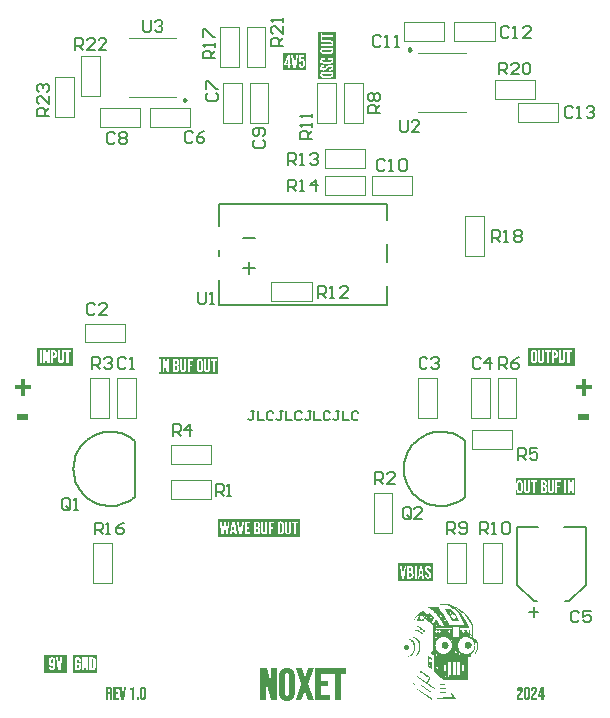
<source format=gto>
G04*
G04 #@! TF.GenerationSoftware,Altium Limited,Altium Designer,24.2.2 (26)*
G04*
G04 Layer_Color=65535*
%FSLAX25Y25*%
%MOIN*%
G70*
G04*
G04 #@! TF.SameCoordinates,D69A43C9-FDAF-4BAE-836A-D486D32142D5*
G04*
G04*
G04 #@! TF.FilePolarity,Positive*
G04*
G01*
G75*
%ADD10C,0.00984*%
%ADD11C,0.00787*%
%ADD12C,0.00394*%
%ADD13C,0.00591*%
G36*
X152474Y214844D02*
X152932Y214837D01*
X153413Y214827D01*
X153694Y214820D01*
X154158Y214806D01*
X154726Y214786D01*
X154794Y214779D01*
X154876Y214765D01*
X154910Y214758D01*
X154992Y214738D01*
X155088Y214704D01*
X155163Y214676D01*
X155221Y214652D01*
X155283Y214625D01*
X155413Y214563D01*
X155884Y214331D01*
X156089Y214235D01*
X156212Y214181D01*
X156288Y214147D01*
X156411Y214092D01*
X156458Y214071D01*
X156520Y214044D01*
X156568Y214023D01*
X156629Y213996D01*
X156677Y213976D01*
X156739Y213948D01*
X156787Y213928D01*
X156971Y213846D01*
X157046Y213812D01*
X157108Y213784D01*
X157224Y213730D01*
X157326Y213682D01*
X157784Y213449D01*
X157846Y213415D01*
X157921Y213374D01*
X158113Y213265D01*
X158167Y213231D01*
X158181Y213224D01*
X158236Y213190D01*
X158249Y213183D01*
X158325Y213135D01*
X158338Y213128D01*
X158379Y213101D01*
X158393Y213094D01*
X158441Y213060D01*
X158489Y213033D01*
X158536Y212998D01*
X158550Y212991D01*
X158598Y212957D01*
X158612Y212950D01*
X158659Y212916D01*
X158673Y212909D01*
X158721Y212875D01*
X158735Y212868D01*
X158830Y212800D01*
X158844Y212793D01*
X158858Y212780D01*
X158871Y212773D01*
X158885Y212759D01*
X158899Y212752D01*
X158984Y212687D01*
X159025Y212660D01*
X159035Y212650D01*
X159049Y212643D01*
X159063Y212629D01*
X159076Y212622D01*
X159090Y212609D01*
X159104Y212602D01*
X159227Y212506D01*
X159264Y212475D01*
X159288Y212458D01*
X159326Y212428D01*
X159350Y212410D01*
X159363Y212397D01*
X159377Y212390D01*
X159391Y212376D01*
X159404Y212369D01*
X159425Y212349D01*
X159439Y212342D01*
X159473Y212308D01*
X159486Y212301D01*
X159514Y212274D01*
X159527Y212267D01*
X159555Y212240D01*
X159568Y212233D01*
X159596Y212205D01*
X159609Y212199D01*
X159644Y212164D01*
X159657Y212158D01*
X159685Y212130D01*
X159698Y212123D01*
X159739Y212082D01*
X159753Y212075D01*
X159801Y212028D01*
X159815Y212021D01*
X159869Y211966D01*
X159883Y211959D01*
X159931Y211912D01*
X159944Y211905D01*
X160026Y211823D01*
X160040Y211816D01*
X160163Y211693D01*
X160177Y211686D01*
X160495Y211368D01*
X160501Y211354D01*
X160590Y211266D01*
X160597Y211252D01*
X160693Y211156D01*
X160700Y211142D01*
X160761Y211081D01*
X160768Y211067D01*
X160816Y211019D01*
X160823Y211006D01*
X160864Y210965D01*
X160871Y210951D01*
X160912Y210910D01*
X160918Y210896D01*
X160966Y210849D01*
X160973Y210835D01*
X161000Y210808D01*
X161007Y210794D01*
X161035Y210767D01*
X161041Y210753D01*
X161069Y210726D01*
X161076Y210712D01*
X161103Y210685D01*
X161110Y210671D01*
X161137Y210644D01*
X161144Y210630D01*
X161171Y210603D01*
X161178Y210589D01*
X161205Y210562D01*
X161212Y210548D01*
X161226Y210534D01*
X161233Y210521D01*
X161253Y210500D01*
X161260Y210486D01*
X161281Y210466D01*
X161287Y210452D01*
X161308Y210432D01*
X161315Y210418D01*
X161328Y210404D01*
X161335Y210391D01*
X161356Y210370D01*
X161363Y210356D01*
X161383Y210336D01*
X161390Y210322D01*
X161404Y210309D01*
X161410Y210295D01*
X161431Y210275D01*
X161438Y210261D01*
X161451Y210247D01*
X161458Y210233D01*
X161472Y210220D01*
X161479Y210206D01*
X161493Y210192D01*
X161499Y210179D01*
X161513Y210165D01*
X161520Y210152D01*
X161533Y210138D01*
X161540Y210124D01*
X161605Y210039D01*
X161793Y209775D01*
X161800Y209762D01*
X161814Y209748D01*
X161821Y209735D01*
X161889Y209639D01*
X161896Y209625D01*
X161930Y209577D01*
X161937Y209564D01*
X162005Y209468D01*
X162032Y209420D01*
X162067Y209372D01*
X162074Y209359D01*
X162108Y209311D01*
X162115Y209297D01*
X162258Y209071D01*
X162265Y209058D01*
X162292Y209017D01*
X162299Y209003D01*
X162333Y208948D01*
X162340Y208935D01*
X162367Y208894D01*
X162374Y208880D01*
X162408Y208825D01*
X162415Y208812D01*
X162449Y208757D01*
X162456Y208743D01*
X162490Y208689D01*
X162525Y208627D01*
X162579Y208532D01*
X162613Y208477D01*
X162654Y208402D01*
X162791Y208156D01*
X162873Y208005D01*
X162928Y207889D01*
X162942Y207855D01*
X162948Y207827D01*
X162962Y207780D01*
X162976Y207698D01*
X162983Y207650D01*
X162989Y207520D01*
X162979Y207271D01*
X162972Y207024D01*
X162969Y206173D01*
X162976Y206153D01*
X162966Y205596D01*
X162959Y205350D01*
X162955Y203692D01*
X162962Y203672D01*
X162972Y203634D01*
X162986Y203600D01*
X163027Y203532D01*
X163044Y203508D01*
X163123Y203429D01*
X163136Y203422D01*
X163150Y203409D01*
X163212Y203375D01*
X163259Y203347D01*
X163314Y203313D01*
X163362Y203286D01*
X163502Y203193D01*
X163543Y203166D01*
X163553Y203156D01*
X163567Y203149D01*
X163652Y203084D01*
X163676Y203067D01*
X163690Y203053D01*
X163704Y203046D01*
X163724Y203026D01*
X163738Y203019D01*
X163758Y202999D01*
X163772Y202992D01*
X163833Y202930D01*
X163847Y202923D01*
X163974Y202797D01*
X163980Y202783D01*
X164035Y202729D01*
X164042Y202715D01*
X164069Y202688D01*
X164076Y202674D01*
X164097Y202653D01*
X164103Y202640D01*
X164117Y202626D01*
X164124Y202612D01*
X164138Y202599D01*
X164145Y202585D01*
X164206Y202496D01*
X164213Y202483D01*
X164261Y202407D01*
X164309Y202319D01*
X164425Y202079D01*
X164445Y202031D01*
X164486Y201929D01*
X164503Y201884D01*
X164561Y201703D01*
X164589Y201608D01*
X164596Y201580D01*
X164609Y201532D01*
X164616Y201505D01*
X164626Y201461D01*
X164633Y201433D01*
X164661Y201297D01*
X164681Y201174D01*
X164698Y201033D01*
X164705Y201006D01*
X164712Y200890D01*
X164702Y200887D01*
X164640Y200914D01*
X164606Y200927D01*
X164558Y200948D01*
X164387Y201016D01*
X164384Y201006D01*
X164397Y200972D01*
X164438Y200808D01*
X164459Y200692D01*
X164466Y200664D01*
X164473Y200596D01*
X164479Y200569D01*
X164493Y200384D01*
X164500Y200254D01*
X164490Y200025D01*
X164483Y199950D01*
X164469Y199841D01*
X164449Y199718D01*
X164435Y199649D01*
X164428Y199622D01*
X164421Y199588D01*
X164401Y199506D01*
X164391Y199468D01*
X164377Y199420D01*
X164312Y199232D01*
X164292Y199178D01*
X164264Y199109D01*
X164206Y198983D01*
X164124Y198826D01*
X164097Y198778D01*
X164062Y198723D01*
X164056Y198709D01*
X164022Y198662D01*
X164015Y198648D01*
X163980Y198600D01*
X163974Y198586D01*
X163892Y198477D01*
X163827Y198392D01*
X163796Y198361D01*
X163789Y198347D01*
X163748Y198306D01*
X163741Y198293D01*
X163615Y198166D01*
X163601Y198159D01*
X163567Y198125D01*
X163553Y198118D01*
X163533Y198098D01*
X163519Y198091D01*
X163505Y198077D01*
X163492Y198071D01*
X163396Y198002D01*
X163348Y197975D01*
X163294Y197941D01*
X163177Y197879D01*
X163095Y197838D01*
X163092Y197842D01*
X163106Y197855D01*
X163112Y197869D01*
X163133Y197889D01*
X163140Y197903D01*
X163167Y197930D01*
X163174Y197944D01*
X163195Y197965D01*
X163201Y197978D01*
X163222Y197999D01*
X163229Y198012D01*
X163249Y198033D01*
X163256Y198047D01*
X163270Y198060D01*
X163277Y198074D01*
X163290Y198088D01*
X163297Y198101D01*
X163311Y198115D01*
X163318Y198129D01*
X163338Y198149D01*
X163345Y198163D01*
X163358Y198176D01*
X163365Y198190D01*
X163379Y198204D01*
X163386Y198217D01*
X163400Y198231D01*
X163406Y198245D01*
X163475Y198340D01*
X163481Y198354D01*
X163550Y198450D01*
X163557Y198463D01*
X163584Y198504D01*
X163591Y198518D01*
X163618Y198559D01*
X163625Y198573D01*
X163652Y198614D01*
X163659Y198627D01*
X163693Y198682D01*
X163734Y198757D01*
X163796Y198874D01*
X163885Y199058D01*
X163912Y199120D01*
X163926Y199154D01*
X163946Y199202D01*
X163960Y199236D01*
X163977Y199280D01*
X163998Y199335D01*
X164042Y199475D01*
X164069Y199571D01*
X164124Y199790D01*
X164134Y199834D01*
X164141Y199868D01*
X164148Y199909D01*
X164162Y199977D01*
X164175Y200060D01*
X164192Y200200D01*
X164199Y200227D01*
X164209Y200340D01*
X164216Y200429D01*
X164223Y200558D01*
X164226Y200815D01*
X164220Y200835D01*
X164213Y201040D01*
X164206Y201061D01*
X164196Y201153D01*
X164175Y201290D01*
X164169Y201331D01*
X164162Y201365D01*
X164155Y201392D01*
X164148Y201427D01*
X164141Y201454D01*
X164134Y201488D01*
X164114Y201570D01*
X164097Y201628D01*
X164083Y201676D01*
X164066Y201720D01*
X164039Y201796D01*
X164011Y201864D01*
X163977Y201939D01*
X163878Y202127D01*
X163786Y202267D01*
X163758Y202308D01*
X163748Y202319D01*
X163741Y202332D01*
X163728Y202346D01*
X163721Y202360D01*
X163700Y202380D01*
X163693Y202394D01*
X163680Y202407D01*
X163673Y202421D01*
X163646Y202448D01*
X163639Y202462D01*
X163598Y202503D01*
X163591Y202517D01*
X163410Y202698D01*
X163396Y202705D01*
X163362Y202739D01*
X163348Y202746D01*
X163321Y202773D01*
X163318Y202770D01*
X163331Y202735D01*
X163382Y202588D01*
X163410Y202513D01*
X163423Y202479D01*
X163444Y202424D01*
X163471Y202356D01*
X163533Y202192D01*
X163577Y202052D01*
X163604Y201956D01*
X163618Y201902D01*
X163628Y201857D01*
X163642Y201789D01*
X163649Y201748D01*
X163656Y201714D01*
X163663Y201673D01*
X163670Y201638D01*
X163693Y201444D01*
X163700Y201396D01*
X163710Y201276D01*
X163717Y201133D01*
X163721Y200849D01*
X163714Y200828D01*
X163707Y200630D01*
X163700Y200610D01*
X163693Y200500D01*
X163687Y200480D01*
X163676Y200401D01*
X163663Y200319D01*
X163656Y200285D01*
X163649Y200244D01*
X163635Y200176D01*
X163587Y199984D01*
X163577Y199947D01*
X163557Y199878D01*
X163512Y199752D01*
X163471Y199643D01*
X163458Y199608D01*
X163382Y199437D01*
X163331Y199338D01*
X163290Y199263D01*
X163256Y199208D01*
X163249Y199195D01*
X163157Y199055D01*
X163129Y199014D01*
X163112Y198990D01*
X163030Y198880D01*
X163000Y198843D01*
X162976Y198819D01*
X162969Y198805D01*
X162900Y198737D01*
X162894Y198723D01*
X162801Y198631D01*
X162788Y198624D01*
X162672Y198508D01*
X162658Y198501D01*
X162422Y198265D01*
X162415Y198252D01*
X162388Y198224D01*
X162381Y198211D01*
X162354Y198183D01*
X162347Y198170D01*
X162326Y198149D01*
X162306Y198081D01*
X162292Y198033D01*
X162278Y197978D01*
X162265Y197896D01*
X162258Y197869D01*
X162248Y197770D01*
X162241Y197674D01*
X162234Y197038D01*
X162207Y197031D01*
X162162Y197021D01*
X161971Y196973D01*
X161937Y196967D01*
X161882Y196953D01*
X161858Y196950D01*
X161848Y196960D01*
X161841Y196987D01*
X161739Y197185D01*
X161646Y197325D01*
X161636Y197336D01*
X161629Y197349D01*
X161616Y197363D01*
X161609Y197377D01*
X161595Y197390D01*
X161588Y197404D01*
X161561Y197431D01*
X161554Y197445D01*
X161499Y197500D01*
X161493Y197513D01*
X161393Y197613D01*
X161380Y197619D01*
X161325Y197674D01*
X161311Y197681D01*
X161291Y197701D01*
X161277Y197708D01*
X161257Y197729D01*
X161243Y197736D01*
X161229Y197749D01*
X161216Y197756D01*
X161202Y197770D01*
X161188Y197776D01*
X161175Y197790D01*
X161127Y197818D01*
X161079Y197852D01*
X161065Y197859D01*
X161058Y197865D01*
X161052Y189513D01*
X161031Y189506D01*
X153048Y189513D01*
X153027Y189520D01*
X152945Y189527D01*
X152925Y189547D01*
X152911Y189554D01*
X152877Y189588D01*
X152863Y189595D01*
X152829Y189629D01*
X152815Y189636D01*
X152774Y189677D01*
X152761Y189684D01*
X152726Y189718D01*
X152713Y189725D01*
X152679Y189759D01*
X152665Y189766D01*
X152631Y189800D01*
X152617Y189807D01*
X152576Y189848D01*
X152562Y189855D01*
X152522Y189896D01*
X152508Y189902D01*
X152460Y189950D01*
X152446Y189957D01*
X152405Y189998D01*
X152392Y190005D01*
X152351Y190046D01*
X152337Y190053D01*
X152296Y190094D01*
X152282Y190101D01*
X152241Y190142D01*
X152228Y190149D01*
X152180Y190197D01*
X152166Y190203D01*
X152125Y190244D01*
X152111Y190251D01*
X152064Y190299D01*
X152050Y190306D01*
X152009Y190347D01*
X151995Y190354D01*
X151947Y190401D01*
X151934Y190408D01*
X151886Y190456D01*
X151872Y190463D01*
X151831Y190504D01*
X151818Y190511D01*
X151770Y190559D01*
X151756Y190566D01*
X151715Y190606D01*
X151701Y190613D01*
X151653Y190661D01*
X151640Y190668D01*
X151599Y190709D01*
X151585Y190716D01*
X151544Y190757D01*
X151530Y190764D01*
X151489Y190805D01*
X151476Y190812D01*
X151435Y190853D01*
X151421Y190859D01*
X151380Y190901D01*
X151366Y190907D01*
X151325Y190948D01*
X151312Y190955D01*
X151277Y190989D01*
X151264Y190996D01*
X151223Y191037D01*
X151209Y191044D01*
X151175Y191078D01*
X151161Y191085D01*
X151127Y191119D01*
X151113Y191126D01*
X151079Y191160D01*
X151066Y191167D01*
X151031Y191201D01*
X151018Y191208D01*
X150984Y191242D01*
X150970Y191249D01*
X150936Y191283D01*
X150922Y191290D01*
X150895Y191317D01*
X150881Y191324D01*
X150854Y191352D01*
X150840Y191358D01*
X150813Y191386D01*
X150799Y191393D01*
X150772Y191420D01*
X150758Y191427D01*
X150731Y191454D01*
X150717Y191461D01*
X150690Y191488D01*
X150676Y191495D01*
X150649Y191523D01*
X150635Y191529D01*
X150608Y191557D01*
X150594Y191563D01*
X150567Y191591D01*
X150553Y191598D01*
X150532Y191618D01*
X150519Y191625D01*
X150498Y191646D01*
X150485Y191652D01*
X150464Y191673D01*
X150450Y191680D01*
X150430Y191700D01*
X150416Y191707D01*
X150396Y191727D01*
X150382Y191734D01*
X150355Y191762D01*
X150341Y191769D01*
X150321Y191789D01*
X150307Y191796D01*
X150286Y191816D01*
X150273Y191823D01*
X150252Y191844D01*
X150239Y191850D01*
X150160Y191929D01*
X150153Y191943D01*
X150139Y191956D01*
X150133Y191970D01*
X150105Y192018D01*
X150078Y192079D01*
X150051Y192175D01*
X150044Y192264D01*
X150037Y197226D01*
X150030Y197247D01*
X150020Y197291D01*
X150013Y197319D01*
X149996Y197363D01*
X149941Y197466D01*
X149907Y197513D01*
X149900Y197527D01*
X149880Y197548D01*
X149873Y197561D01*
X149774Y197660D01*
X149760Y197667D01*
X149726Y197701D01*
X149712Y197708D01*
X149685Y197736D01*
X149671Y197742D01*
X149644Y197770D01*
X149630Y197776D01*
X149596Y197811D01*
X149582Y197818D01*
X149555Y197845D01*
X149541Y197852D01*
X149507Y197886D01*
X149494Y197893D01*
X149466Y197920D01*
X149452Y197927D01*
X149425Y197954D01*
X149411Y197961D01*
X149377Y197995D01*
X149364Y198002D01*
X149336Y198029D01*
X149323Y198036D01*
X149295Y198064D01*
X149282Y198071D01*
X149248Y198105D01*
X149234Y198111D01*
X149200Y198146D01*
X149186Y198152D01*
X149152Y198187D01*
X149138Y198194D01*
X149104Y198228D01*
X149090Y198234D01*
X149056Y198269D01*
X149042Y198275D01*
X149008Y198310D01*
X148995Y198317D01*
X148960Y198351D01*
X148947Y198357D01*
X148913Y198392D01*
X148899Y198398D01*
X148865Y198433D01*
X148851Y198440D01*
X148817Y198474D01*
X148803Y198481D01*
X148762Y198522D01*
X148749Y198528D01*
X148731Y198546D01*
X148738Y198559D01*
X148752Y198573D01*
X148759Y198586D01*
X148786Y198614D01*
X148793Y198627D01*
X148834Y198669D01*
X148841Y198682D01*
X148889Y198730D01*
X148896Y198744D01*
X148977Y198826D01*
X148984Y198839D01*
X149066Y198921D01*
X149073Y198935D01*
X149148Y199010D01*
X149155Y199024D01*
X149203Y199072D01*
X149210Y199085D01*
X149244Y199120D01*
X149251Y199133D01*
X149278Y199161D01*
X149285Y199174D01*
X149306Y199195D01*
X149312Y199208D01*
X149326Y199222D01*
X149408Y199393D01*
X149415Y199420D01*
X149429Y199468D01*
X149442Y199523D01*
X149449Y199571D01*
X149456Y199598D01*
X149463Y199728D01*
X149470Y199817D01*
X149466Y200189D01*
X149470Y202517D01*
X149463Y202537D01*
X149456Y205319D01*
X149449Y205340D01*
X149442Y207595D01*
X149435Y207616D01*
X149425Y207653D01*
X149405Y207708D01*
X149353Y207800D01*
X149306Y207862D01*
X149186Y207981D01*
X149172Y207988D01*
X149049Y208111D01*
X149036Y208118D01*
X148960Y208193D01*
X148947Y208200D01*
X148892Y208255D01*
X148878Y208262D01*
X148824Y208316D01*
X148810Y208323D01*
X148755Y208378D01*
X148742Y208385D01*
X148694Y208432D01*
X148680Y208439D01*
X148646Y208473D01*
X148632Y208480D01*
X148598Y208514D01*
X148584Y208521D01*
X148550Y208556D01*
X148537Y208562D01*
X148502Y208596D01*
X148489Y208603D01*
X148455Y208637D01*
X148441Y208644D01*
X148407Y208679D01*
X148393Y208685D01*
X148366Y208713D01*
X148352Y208719D01*
X148332Y208740D01*
X148318Y208747D01*
X148291Y208774D01*
X148277Y208781D01*
X148256Y208802D01*
X148243Y208808D01*
X148215Y208836D01*
X148202Y208842D01*
X148174Y208870D01*
X148161Y208877D01*
X148140Y208897D01*
X148126Y208904D01*
X148099Y208931D01*
X148085Y208938D01*
X148065Y208959D01*
X148051Y208966D01*
X148031Y208986D01*
X148017Y208993D01*
X147997Y209013D01*
X147983Y209020D01*
X147969Y209034D01*
X147956Y209041D01*
X147935Y209061D01*
X147922Y209068D01*
X147901Y209089D01*
X147887Y209095D01*
X147867Y209116D01*
X147853Y209123D01*
X147839Y209137D01*
X147826Y209143D01*
X147805Y209164D01*
X147792Y209171D01*
X147771Y209191D01*
X147757Y209198D01*
X147737Y209219D01*
X147723Y209225D01*
X147710Y209239D01*
X147696Y209246D01*
X147682Y209260D01*
X147669Y209266D01*
X147648Y209287D01*
X147634Y209294D01*
X147621Y209307D01*
X147607Y209314D01*
X147593Y209328D01*
X147580Y209335D01*
X147559Y209355D01*
X147546Y209362D01*
X147532Y209376D01*
X147518Y209383D01*
X147498Y209403D01*
X147484Y209410D01*
X147470Y209423D01*
X147457Y209430D01*
X147443Y209444D01*
X147429Y209451D01*
X147409Y209471D01*
X147395Y209478D01*
X147381Y209492D01*
X147368Y209499D01*
X147354Y209512D01*
X147341Y209519D01*
X147327Y209533D01*
X147313Y209540D01*
X147300Y209553D01*
X147286Y209560D01*
X147272Y209574D01*
X147258Y209581D01*
X147245Y209594D01*
X147231Y209601D01*
X147217Y209615D01*
X147204Y209622D01*
X147183Y209642D01*
X147170Y209649D01*
X147156Y209663D01*
X147142Y209670D01*
X147129Y209683D01*
X147115Y209690D01*
X147101Y209704D01*
X147088Y209711D01*
X147074Y209724D01*
X147060Y209731D01*
X147047Y209745D01*
X147033Y209752D01*
X147019Y209765D01*
X147006Y209772D01*
X146992Y209786D01*
X146978Y209793D01*
X146965Y209806D01*
X146951Y209813D01*
X146937Y209827D01*
X146923Y209834D01*
X146910Y209847D01*
X146896Y209854D01*
X146882Y209868D01*
X146869Y209875D01*
X146855Y209888D01*
X146842Y209895D01*
X146828Y209909D01*
X146814Y209916D01*
X146800Y209929D01*
X146787Y209936D01*
X146773Y209950D01*
X146763Y209940D01*
X146753Y209861D01*
X146746Y209827D01*
X146725Y209745D01*
X146691Y209649D01*
X146677Y209615D01*
X146643Y209540D01*
X146633Y209529D01*
X146606Y209482D01*
X146592Y209468D01*
X146585Y209454D01*
X146572Y209441D01*
X146565Y209427D01*
X146507Y209369D01*
X146493Y209362D01*
X146472Y209342D01*
X146459Y209335D01*
X146404Y209300D01*
X145980Y209287D01*
X145830Y209280D01*
X145126Y209273D01*
X144049Y209277D01*
X144056Y209318D01*
X144070Y209352D01*
X144128Y209519D01*
X144169Y209629D01*
X144210Y209731D01*
X144265Y209854D01*
X144299Y209929D01*
X144419Y210165D01*
X144453Y210227D01*
X144480Y210275D01*
X144514Y210329D01*
X144521Y210343D01*
X144651Y210541D01*
X144784Y210722D01*
X144794Y210733D01*
X144801Y210746D01*
X144822Y210767D01*
X144829Y210780D01*
X144856Y210808D01*
X144863Y210821D01*
X144890Y210849D01*
X144897Y210862D01*
X144938Y210903D01*
X144945Y210917D01*
X145000Y210972D01*
X145006Y210985D01*
X145068Y211047D01*
X145075Y211061D01*
X145215Y211201D01*
X145228Y211208D01*
X145290Y211269D01*
X145304Y211276D01*
X145352Y211324D01*
X145365Y211331D01*
X145399Y211365D01*
X145413Y211371D01*
X145433Y211392D01*
X145447Y211399D01*
X145475Y211426D01*
X145488Y211433D01*
X145509Y211454D01*
X145522Y211460D01*
X145543Y211481D01*
X145556Y211488D01*
X145570Y211501D01*
X145584Y211508D01*
X145598Y211522D01*
X145611Y211529D01*
X145625Y211542D01*
X145639Y211549D01*
X145652Y211563D01*
X145666Y211570D01*
X145679Y211583D01*
X145693Y211590D01*
X145837Y211693D01*
X145850Y211700D01*
X145898Y211734D01*
X145912Y211741D01*
X145960Y211775D01*
X145974Y211782D01*
X146124Y211877D01*
X146137Y211884D01*
X146172Y211912D01*
X146097Y211891D01*
X145970Y211847D01*
X145861Y211806D01*
X145758Y211765D01*
X145608Y211696D01*
X145382Y211580D01*
X145379Y211577D01*
X145365Y211570D01*
X145310Y211536D01*
X145249Y211501D01*
X145208Y211474D01*
X145194Y211467D01*
X145146Y211433D01*
X145133Y211426D01*
X145085Y211392D01*
X145071Y211385D01*
X144890Y211252D01*
X144880Y211242D01*
X144866Y211235D01*
X144846Y211214D01*
X144832Y211208D01*
X144811Y211187D01*
X144798Y211180D01*
X144771Y211153D01*
X144757Y211146D01*
X144723Y211112D01*
X144709Y211105D01*
X144661Y211057D01*
X144648Y211050D01*
X144559Y210961D01*
X144545Y210955D01*
X144268Y210678D01*
X144261Y210664D01*
X144186Y210589D01*
X144179Y210575D01*
X144131Y210527D01*
X144125Y210514D01*
X144084Y210473D01*
X144077Y210459D01*
X144049Y210432D01*
X144043Y210418D01*
X144022Y210398D01*
X144015Y210384D01*
X143988Y210356D01*
X143981Y210343D01*
X143954Y210315D01*
X143947Y210302D01*
X143920Y210275D01*
X143913Y210261D01*
X143885Y210233D01*
X143878Y210220D01*
X143865Y210206D01*
X143858Y210192D01*
X143837Y210172D01*
X143831Y210158D01*
X143817Y210145D01*
X143810Y210131D01*
X143790Y210110D01*
X143783Y210097D01*
X143769Y210083D01*
X143762Y210069D01*
X143742Y210049D01*
X143735Y210035D01*
X143721Y210022D01*
X143714Y210008D01*
X143694Y209987D01*
X143687Y209974D01*
X143674Y209960D01*
X143667Y209946D01*
X143537Y209775D01*
X143530Y209762D01*
X143516Y209748D01*
X143509Y209735D01*
X143496Y209721D01*
X143489Y209707D01*
X143390Y209574D01*
X143362Y209533D01*
X143352Y209523D01*
X143345Y209509D01*
X143332Y209495D01*
X143325Y209482D01*
X143226Y209348D01*
X143198Y209307D01*
X143188Y209297D01*
X143181Y209283D01*
X143168Y209270D01*
X143161Y209256D01*
X143147Y209242D01*
X143140Y209229D01*
X142990Y209031D01*
X142983Y209017D01*
X142973Y209007D01*
X142969Y209024D01*
X142983Y209058D01*
X142993Y209095D01*
X143014Y209150D01*
X143069Y209287D01*
X143151Y209458D01*
X143226Y209594D01*
X143291Y209714D01*
X143359Y209837D01*
X143386Y209885D01*
X143441Y209987D01*
X143468Y210035D01*
X143496Y210076D01*
X143503Y210090D01*
X143537Y210138D01*
X143564Y210186D01*
X143598Y210233D01*
X143605Y210247D01*
X143639Y210295D01*
X143646Y210309D01*
X143680Y210356D01*
X143687Y210370D01*
X143855Y210599D01*
X143872Y210623D01*
X143937Y210708D01*
X143954Y210733D01*
X143967Y210746D01*
X143974Y210760D01*
X143995Y210780D01*
X144001Y210794D01*
X144022Y210814D01*
X144029Y210828D01*
X144049Y210849D01*
X144056Y210862D01*
X144084Y210890D01*
X144090Y210903D01*
X144125Y210938D01*
X144131Y210951D01*
X144166Y210985D01*
X144172Y210999D01*
X144207Y211033D01*
X144213Y211047D01*
X144282Y211115D01*
X144289Y211129D01*
X144459Y211300D01*
X144466Y211313D01*
X144490Y211337D01*
X144504Y211344D01*
X144600Y211440D01*
X144613Y211447D01*
X144668Y211501D01*
X144682Y211508D01*
X144716Y211542D01*
X144729Y211549D01*
X144771Y211590D01*
X144784Y211597D01*
X144811Y211624D01*
X144825Y211631D01*
X144839Y211645D01*
X144852Y211652D01*
X144873Y211672D01*
X144887Y211679D01*
X144907Y211700D01*
X144921Y211706D01*
X144934Y211720D01*
X144948Y211727D01*
X144969Y211748D01*
X144982Y211754D01*
X145174Y211891D01*
X145222Y211918D01*
X145263Y211946D01*
X145276Y211952D01*
X145317Y211980D01*
X145331Y211987D01*
X145475Y212069D01*
X145755Y212205D01*
X145803Y212226D01*
X145837Y212240D01*
X145885Y212260D01*
X145953Y212287D01*
X146042Y212315D01*
X146097Y212328D01*
X146192Y212342D01*
X146343Y212335D01*
X146363Y212328D01*
X146407Y212311D01*
X146442Y212298D01*
X146551Y212229D01*
X146701Y212134D01*
X146865Y212024D01*
X146937Y211973D01*
X146951Y211966D01*
X147047Y211898D01*
X147060Y211891D01*
X147156Y211823D01*
X147170Y211816D01*
X147183Y211802D01*
X147197Y211795D01*
X147627Y211488D01*
X147641Y211481D01*
X147655Y211467D01*
X147669Y211460D01*
X147833Y211344D01*
X147843Y211354D01*
X147850Y211368D01*
X147863Y211382D01*
X147870Y211395D01*
X147891Y211416D01*
X147898Y211430D01*
X147918Y211450D01*
X147925Y211464D01*
X147939Y211477D01*
X147945Y211491D01*
X147966Y211512D01*
X147973Y211525D01*
X147986Y211539D01*
X147993Y211553D01*
X148014Y211573D01*
X148021Y211587D01*
X148041Y211607D01*
X148048Y211621D01*
X148062Y211635D01*
X148068Y211648D01*
X148089Y211669D01*
X148096Y211683D01*
X148116Y211703D01*
X148123Y211717D01*
X148144Y211737D01*
X148150Y211751D01*
X148164Y211765D01*
X148171Y211778D01*
X148191Y211799D01*
X148198Y211812D01*
X148219Y211833D01*
X148226Y211847D01*
X148236Y211857D01*
X148256Y211836D01*
X148270Y211829D01*
X148284Y211816D01*
X148297Y211809D01*
X148318Y211789D01*
X148332Y211782D01*
X148345Y211768D01*
X148359Y211761D01*
X148373Y211748D01*
X148386Y211741D01*
X148400Y211727D01*
X148414Y211720D01*
X148434Y211700D01*
X148448Y211693D01*
X148461Y211679D01*
X148475Y211672D01*
X148496Y211652D01*
X148509Y211645D01*
X148530Y211624D01*
X148544Y211618D01*
X148564Y211597D01*
X148578Y211590D01*
X148591Y211577D01*
X148605Y211570D01*
X148626Y211549D01*
X148639Y211542D01*
X148660Y211522D01*
X148673Y211515D01*
X148701Y211488D01*
X148714Y211481D01*
X148735Y211460D01*
X148749Y211454D01*
X148776Y211426D01*
X148790Y211419D01*
X148810Y211399D01*
X148824Y211392D01*
X148851Y211365D01*
X148865Y211358D01*
X148892Y211331D01*
X148906Y211324D01*
X148933Y211296D01*
X148947Y211290D01*
X148974Y211262D01*
X148988Y211255D01*
X149015Y211228D01*
X149029Y211221D01*
X149056Y211194D01*
X149070Y211187D01*
X149104Y211153D01*
X149118Y211146D01*
X149152Y211112D01*
X149165Y211105D01*
X149200Y211071D01*
X149213Y211064D01*
X149248Y211030D01*
X149261Y211023D01*
X149295Y210989D01*
X149309Y210982D01*
X149336Y210955D01*
X149350Y210948D01*
X149384Y210914D01*
X149398Y210907D01*
X149432Y210873D01*
X149446Y210866D01*
X149480Y210832D01*
X149494Y210825D01*
X149528Y210790D01*
X149541Y210784D01*
X149575Y210750D01*
X149589Y210743D01*
X149623Y210708D01*
X149637Y210702D01*
X149671Y210667D01*
X149685Y210661D01*
X149719Y210627D01*
X149733Y210620D01*
X149767Y210585D01*
X149781Y210579D01*
X149815Y210544D01*
X149828Y210538D01*
X149863Y210504D01*
X149876Y210497D01*
X149897Y210476D01*
X149910Y210469D01*
X149927Y210452D01*
X149934Y210438D01*
X149962Y210377D01*
X149969Y210329D01*
X149962Y210240D01*
X149955Y210220D01*
X149931Y210155D01*
X149917Y210121D01*
X149815Y209929D01*
X149764Y209830D01*
X149716Y209741D01*
X149675Y209666D01*
X149627Y209577D01*
X149545Y209427D01*
X149340Y209058D01*
X149312Y209010D01*
X149210Y208825D01*
X149189Y208785D01*
X149200Y208774D01*
X149213Y208767D01*
X149288Y208692D01*
X149302Y208685D01*
X149384Y208603D01*
X149398Y208596D01*
X149459Y208535D01*
X149473Y208528D01*
X149528Y208473D01*
X149541Y208467D01*
X149596Y208412D01*
X149610Y208405D01*
X149651Y208364D01*
X149668Y208381D01*
X149675Y208395D01*
X149767Y208535D01*
X149815Y208610D01*
X149870Y208692D01*
X149917Y208767D01*
X149972Y208849D01*
X150020Y208925D01*
X150075Y209007D01*
X150122Y209082D01*
X150204Y209205D01*
X150239Y209260D01*
X150321Y209383D01*
X150355Y209437D01*
X150546Y209724D01*
X150567Y209758D01*
X150577Y209755D01*
X150584Y209741D01*
X150597Y209728D01*
X150604Y209714D01*
X150618Y209700D01*
X150625Y209687D01*
X150638Y209673D01*
X150645Y209659D01*
X150659Y209646D01*
X150666Y209632D01*
X150679Y209618D01*
X150686Y209605D01*
X150700Y209591D01*
X150707Y209577D01*
X150720Y209564D01*
X150727Y209550D01*
X150741Y209536D01*
X150748Y209523D01*
X150761Y209509D01*
X150768Y209495D01*
X150782Y209482D01*
X150789Y209468D01*
X150888Y209335D01*
X150915Y209294D01*
X150926Y209283D01*
X150932Y209270D01*
X151137Y208983D01*
X151144Y208969D01*
X151158Y208955D01*
X151165Y208942D01*
X151199Y208894D01*
X151206Y208880D01*
X151219Y208867D01*
X151226Y208853D01*
X151295Y208757D01*
X151301Y208743D01*
X151315Y208730D01*
X151322Y208716D01*
X151390Y208620D01*
X151397Y208607D01*
X151500Y208463D01*
X151506Y208450D01*
X151520Y208436D01*
X151527Y208422D01*
X151561Y208374D01*
X151568Y208361D01*
X151582Y208347D01*
X151588Y208333D01*
X151657Y208238D01*
X151664Y208224D01*
X151677Y208210D01*
X151684Y208197D01*
X151954Y207824D01*
X151971Y207800D01*
X152053Y207691D01*
X152074Y207670D01*
X152081Y207657D01*
X152139Y207599D01*
X152152Y207592D01*
X152166Y207578D01*
X152180Y207571D01*
X152255Y207537D01*
X152282Y207530D01*
X152371Y207523D01*
X152419Y207517D01*
X152590Y207510D01*
X152679Y207503D01*
X153144Y207510D01*
X153164Y207517D01*
X153314Y207523D01*
X153318Y207527D01*
X153304Y207540D01*
X153277Y207588D01*
X153243Y207636D01*
X153236Y207650D01*
X153048Y207940D01*
X153014Y207995D01*
X152986Y208036D01*
X152938Y208111D01*
X152911Y208152D01*
X152877Y208207D01*
X152849Y208248D01*
X152815Y208303D01*
X152788Y208344D01*
X152754Y208398D01*
X152726Y208439D01*
X152692Y208494D01*
X152665Y208535D01*
X152631Y208590D01*
X152603Y208631D01*
X152569Y208685D01*
X152542Y208726D01*
X152508Y208781D01*
X152480Y208822D01*
X152446Y208877D01*
X152419Y208918D01*
X152385Y208972D01*
X152357Y209013D01*
X152323Y209068D01*
X152296Y209109D01*
X152262Y209164D01*
X152234Y209205D01*
X152187Y209280D01*
X152159Y209321D01*
X152111Y209396D01*
X152057Y209478D01*
X152023Y209533D01*
X151995Y209574D01*
X151947Y209649D01*
X151838Y209813D01*
X151804Y209868D01*
X151394Y210483D01*
X151356Y210534D01*
X151349Y210548D01*
X151315Y210596D01*
X151308Y210609D01*
X151240Y210705D01*
X151233Y210719D01*
X151199Y210767D01*
X151192Y210780D01*
X150956Y211105D01*
X150939Y211129D01*
X150874Y211214D01*
X150857Y211238D01*
X150844Y211252D01*
X150837Y211266D01*
X150816Y211286D01*
X150809Y211300D01*
X150789Y211320D01*
X150782Y211334D01*
X150761Y211354D01*
X150755Y211368D01*
X150734Y211389D01*
X150727Y211402D01*
X150707Y211423D01*
X150700Y211437D01*
X150673Y211464D01*
X150666Y211477D01*
X150632Y211512D01*
X150625Y211525D01*
X150597Y211553D01*
X150591Y211566D01*
X150563Y211594D01*
X150556Y211607D01*
X150515Y211648D01*
X150508Y211662D01*
X150461Y211710D01*
X150454Y211723D01*
X150399Y211778D01*
X150392Y211792D01*
X150317Y211867D01*
X150310Y211881D01*
X149904Y212287D01*
X149890Y212294D01*
X149815Y212369D01*
X149801Y212376D01*
X149746Y212431D01*
X149733Y212438D01*
X149685Y212486D01*
X149671Y212492D01*
X149637Y212527D01*
X149623Y212533D01*
X149589Y212568D01*
X149575Y212575D01*
X149548Y212602D01*
X149534Y212609D01*
X149500Y212643D01*
X149487Y212650D01*
X149466Y212670D01*
X149452Y212677D01*
X149432Y212698D01*
X149418Y212704D01*
X149398Y212725D01*
X149384Y212732D01*
X149364Y212752D01*
X149350Y212759D01*
X149336Y212773D01*
X149323Y212780D01*
X149302Y212800D01*
X149288Y212807D01*
X149268Y212827D01*
X149254Y212834D01*
X149241Y212848D01*
X149227Y212855D01*
X149142Y212920D01*
X148974Y213039D01*
X148960Y213046D01*
X148865Y213115D01*
X148851Y213121D01*
X148803Y213156D01*
X148790Y213162D01*
X148584Y213292D01*
X148571Y213299D01*
X148516Y213333D01*
X148502Y213340D01*
X148448Y213374D01*
X148434Y213381D01*
X148126Y213552D01*
X147874Y213675D01*
X147798Y213709D01*
X147710Y213750D01*
X147580Y213812D01*
X147423Y213894D01*
X147375Y213921D01*
X147351Y213938D01*
X147528Y213945D01*
X148116Y213952D01*
X149801Y213955D01*
X149822Y213948D01*
X151018Y213955D01*
X151038Y213948D01*
X151182Y213942D01*
X151202Y213935D01*
X151254Y213924D01*
X151281Y213918D01*
X151336Y213897D01*
X151370Y213883D01*
X151424Y213849D01*
X151448Y213832D01*
X151465Y213822D01*
X151472Y213808D01*
X151520Y213760D01*
X151527Y213747D01*
X151541Y213733D01*
X151548Y213719D01*
X151561Y213706D01*
X151616Y213610D01*
X151705Y213425D01*
X151732Y213364D01*
X151746Y213330D01*
X151688Y213326D01*
X151667Y213333D01*
X151561Y213343D01*
X151438Y213357D01*
X151394Y213361D01*
X151390Y213357D01*
X151404Y213343D01*
X151411Y213330D01*
X151472Y213268D01*
X151479Y213255D01*
X151534Y213200D01*
X151541Y213186D01*
X151602Y213125D01*
X151609Y213111D01*
X151671Y213050D01*
X151677Y213036D01*
X151732Y212981D01*
X151739Y212967D01*
X151794Y212913D01*
X151800Y212899D01*
X151855Y212844D01*
X151862Y212831D01*
X151917Y212776D01*
X151923Y212762D01*
X151978Y212708D01*
X151985Y212694D01*
X152026Y212653D01*
X152033Y212639D01*
X152074Y212598D01*
X152081Y212585D01*
X152122Y212544D01*
X152128Y212530D01*
X152170Y212489D01*
X152176Y212475D01*
X152204Y212448D01*
X152210Y212434D01*
X152238Y212407D01*
X152245Y212393D01*
X152279Y212359D01*
X152286Y212346D01*
X152313Y212318D01*
X152320Y212304D01*
X152340Y212284D01*
X152347Y212270D01*
X152368Y212250D01*
X152374Y212236D01*
X152395Y212216D01*
X152402Y212202D01*
X152429Y212175D01*
X152436Y212161D01*
X152456Y212140D01*
X152463Y212127D01*
X152477Y212113D01*
X152484Y212100D01*
X152497Y212086D01*
X152504Y212072D01*
X152518Y212058D01*
X152525Y212045D01*
X152545Y212024D01*
X152552Y212011D01*
X152566Y211997D01*
X152573Y211983D01*
X152586Y211970D01*
X152593Y211956D01*
X152607Y211942D01*
X152614Y211929D01*
X152627Y211915D01*
X152634Y211901D01*
X152648Y211888D01*
X152655Y211874D01*
X152668Y211860D01*
X152675Y211847D01*
X152689Y211833D01*
X152696Y211819D01*
X152709Y211806D01*
X152716Y211792D01*
X152730Y211778D01*
X152737Y211765D01*
X152750Y211751D01*
X152757Y211737D01*
X152771Y211723D01*
X152778Y211710D01*
X152792Y211696D01*
X152798Y211683D01*
X153072Y211300D01*
X153078Y211286D01*
X153147Y211190D01*
X153154Y211177D01*
X153188Y211129D01*
X153195Y211115D01*
X153229Y211067D01*
X153236Y211054D01*
X153270Y211006D01*
X153277Y210992D01*
X153304Y210951D01*
X153311Y210938D01*
X153345Y210890D01*
X153352Y210876D01*
X153379Y210835D01*
X153386Y210821D01*
X153420Y210773D01*
X153427Y210760D01*
X153475Y210685D01*
X153482Y210671D01*
X153509Y210630D01*
X153516Y210616D01*
X153543Y210575D01*
X153550Y210562D01*
X153577Y210521D01*
X153584Y210507D01*
X153632Y210432D01*
X153639Y210418D01*
X153673Y210363D01*
X153680Y210350D01*
X153714Y210295D01*
X153721Y210281D01*
X153755Y210227D01*
X153762Y210213D01*
X153796Y210158D01*
X153830Y210097D01*
X153865Y210042D01*
X153871Y210028D01*
X154035Y209741D01*
X154104Y209618D01*
X154131Y209571D01*
X154165Y209509D01*
X154206Y209434D01*
X154254Y209345D01*
X154295Y209270D01*
X154343Y209181D01*
X154425Y209031D01*
X154569Y208757D01*
X154651Y208600D01*
X154746Y208415D01*
X154910Y208094D01*
X155006Y207910D01*
X155051Y207852D01*
X155064Y207845D01*
X155092Y207817D01*
X155105Y207810D01*
X155194Y207769D01*
X155249Y207756D01*
X155461Y207749D01*
X159944Y207756D01*
X159948Y207773D01*
X159934Y207807D01*
X159927Y207834D01*
X159876Y207981D01*
X159855Y208036D01*
X159842Y208070D01*
X159821Y208125D01*
X159797Y208183D01*
X159777Y208231D01*
X159722Y208354D01*
X159702Y208402D01*
X159674Y208463D01*
X159654Y208511D01*
X159599Y208634D01*
X159558Y208730D01*
X159531Y208791D01*
X159490Y208887D01*
X159462Y208948D01*
X159422Y209044D01*
X159394Y209106D01*
X159374Y209154D01*
X159319Y209277D01*
X159299Y209324D01*
X159244Y209447D01*
X159223Y209495D01*
X159059Y209864D01*
X159025Y209940D01*
X158888Y210247D01*
X158854Y210322D01*
X158745Y210568D01*
X158677Y210719D01*
X158608Y210862D01*
X158444Y211184D01*
X158396Y211272D01*
X158314Y211416D01*
X158280Y211471D01*
X158273Y211484D01*
X158246Y211525D01*
X158239Y211539D01*
X158147Y211679D01*
X158065Y211802D01*
X158048Y211826D01*
X157914Y212007D01*
X157897Y212031D01*
X157832Y212117D01*
X157822Y212127D01*
X157815Y212140D01*
X157795Y212161D01*
X157788Y212175D01*
X157767Y212195D01*
X157761Y212209D01*
X157740Y212229D01*
X157733Y212243D01*
X157706Y212270D01*
X157699Y212284D01*
X157672Y212311D01*
X157665Y212325D01*
X157631Y212359D01*
X157624Y212373D01*
X157576Y212421D01*
X157569Y212434D01*
X157521Y212482D01*
X157515Y212496D01*
X157419Y212592D01*
X157412Y212605D01*
X157183Y212834D01*
X157169Y212841D01*
X157074Y212937D01*
X157060Y212944D01*
X156999Y213005D01*
X156985Y213012D01*
X156937Y213060D01*
X156923Y213067D01*
X156882Y213108D01*
X156869Y213115D01*
X156834Y213149D01*
X156821Y213156D01*
X156793Y213183D01*
X156780Y213190D01*
X156752Y213217D01*
X156739Y213224D01*
X156711Y213251D01*
X156698Y213258D01*
X156677Y213279D01*
X156664Y213285D01*
X156636Y213313D01*
X156623Y213319D01*
X156602Y213340D01*
X156588Y213347D01*
X156568Y213367D01*
X156554Y213374D01*
X156541Y213388D01*
X156527Y213395D01*
X156506Y213415D01*
X156493Y213422D01*
X156479Y213436D01*
X156465Y213443D01*
X156445Y213463D01*
X156431Y213470D01*
X156418Y213484D01*
X156404Y213490D01*
X156318Y213555D01*
X156294Y213572D01*
X156161Y213671D01*
X156079Y213726D01*
X156069Y213737D01*
X156055Y213743D01*
X156007Y213777D01*
X155994Y213784D01*
X155980Y213798D01*
X155966Y213805D01*
X155871Y213873D01*
X155867Y213870D01*
X156209Y213179D01*
X156236Y213125D01*
X156226Y213115D01*
X156182Y213097D01*
X156144Y213080D01*
X156076Y213149D01*
X156062Y213156D01*
X155864Y213354D01*
X155850Y213361D01*
X155700Y213511D01*
X155686Y213518D01*
X155597Y213607D01*
X155584Y213613D01*
X155139Y214058D01*
X155126Y214065D01*
X155078Y214112D01*
X155064Y214119D01*
X155037Y214147D01*
X155023Y214153D01*
X155009Y214167D01*
X154996Y214174D01*
X154982Y214188D01*
X154968Y214194D01*
X154955Y214208D01*
X154941Y214215D01*
X154893Y214249D01*
X154880Y214256D01*
X154832Y214283D01*
X154674Y214358D01*
X154606Y214379D01*
X154551Y214393D01*
X154470Y214406D01*
X154422Y214413D01*
X154210Y214420D01*
X153977Y214413D01*
X153929Y214406D01*
X151653Y214413D01*
X151650Y214417D01*
X151664Y214430D01*
X151671Y214444D01*
X151684Y214458D01*
X151691Y214471D01*
X151705Y214485D01*
X151711Y214499D01*
X151725Y214512D01*
X151732Y214526D01*
X151797Y214611D01*
X151807Y214622D01*
X151814Y214635D01*
X151834Y214656D01*
X151841Y214669D01*
X151913Y214741D01*
X151927Y214748D01*
X151941Y214762D01*
X151954Y214769D01*
X151968Y214782D01*
X152043Y214816D01*
X152098Y214830D01*
X152193Y214844D01*
X152323Y214851D01*
X152474Y214844D01*
D02*
G37*
G36*
X155584Y213046D02*
X155652Y213019D01*
X155700Y212991D01*
X155737Y212961D01*
X155761Y212944D01*
X155983Y212721D01*
X155990Y212708D01*
X156079Y212619D01*
X156086Y212605D01*
X156127Y212564D01*
X156134Y212551D01*
X156182Y212503D01*
X156188Y212489D01*
X156229Y212448D01*
X156236Y212434D01*
X156271Y212400D01*
X156277Y212386D01*
X156298Y212366D01*
X156305Y212352D01*
X156332Y212325D01*
X156339Y212311D01*
X156366Y212284D01*
X156373Y212270D01*
X156400Y212243D01*
X156407Y212229D01*
X156428Y212209D01*
X156435Y212195D01*
X156455Y212175D01*
X156462Y212161D01*
X156476Y212147D01*
X156482Y212134D01*
X156503Y212113D01*
X156510Y212100D01*
X156523Y212086D01*
X156530Y212072D01*
X156551Y212052D01*
X156558Y212038D01*
X156571Y212024D01*
X156578Y212011D01*
X156592Y211997D01*
X156599Y211983D01*
X156612Y211970D01*
X156619Y211956D01*
X156633Y211942D01*
X156640Y211929D01*
X156653Y211915D01*
X156660Y211901D01*
X156725Y211816D01*
X156752Y211775D01*
X156763Y211765D01*
X156770Y211751D01*
X156872Y211607D01*
X156879Y211594D01*
X156947Y211498D01*
X156954Y211484D01*
X156988Y211437D01*
X156995Y211423D01*
X157029Y211375D01*
X157036Y211361D01*
X157063Y211320D01*
X157070Y211307D01*
X157104Y211259D01*
X157111Y211245D01*
X157159Y211170D01*
X157166Y211156D01*
X157200Y211108D01*
X157227Y211061D01*
X157262Y211006D01*
X157268Y210992D01*
X157296Y210951D01*
X157303Y210938D01*
X157337Y210883D01*
X157344Y210869D01*
X157371Y210828D01*
X157378Y210814D01*
X157405Y210767D01*
X157439Y210712D01*
X157446Y210698D01*
X157480Y210644D01*
X157487Y210630D01*
X157515Y210582D01*
X157549Y210527D01*
X157590Y210452D01*
X157672Y210309D01*
X157706Y210247D01*
X157733Y210199D01*
X157836Y210015D01*
X157877Y209940D01*
X157945Y209817D01*
X157986Y209741D01*
X158054Y209618D01*
X158300Y209167D01*
X158328Y209113D01*
X156212Y209109D01*
X156192Y209116D01*
X156154Y209126D01*
X156130Y209137D01*
X156082Y209171D01*
X156045Y209201D01*
X156025Y209222D01*
X156018Y209236D01*
X155997Y209256D01*
X155990Y209270D01*
X155977Y209283D01*
X155970Y209297D01*
X155908Y209386D01*
X155901Y209400D01*
X155867Y209447D01*
X155840Y209495D01*
X155813Y209536D01*
X155806Y209550D01*
X155778Y209591D01*
X155772Y209605D01*
X155758Y209625D01*
X155754Y209629D01*
X155659Y209779D01*
X155625Y209834D01*
X155481Y210059D01*
X155447Y210114D01*
X155351Y210264D01*
X155317Y210319D01*
X155221Y210469D01*
X155187Y210524D01*
X155092Y210674D01*
X155057Y210729D01*
X154962Y210879D01*
X154927Y210934D01*
X154736Y211235D01*
X154702Y211290D01*
X154558Y211515D01*
X154524Y211570D01*
X154333Y211871D01*
X154299Y211925D01*
X154155Y212151D01*
X154121Y212205D01*
X153977Y212431D01*
X153895Y212554D01*
X153885Y212564D01*
X153878Y212578D01*
X153848Y212615D01*
X153830Y212639D01*
X153800Y212677D01*
X153782Y212701D01*
X153755Y212728D01*
X153748Y212742D01*
X153714Y212776D01*
X153707Y212790D01*
X153659Y212838D01*
X153653Y212851D01*
X153598Y212906D01*
X153591Y212920D01*
X153543Y212967D01*
X153536Y212981D01*
X153482Y213036D01*
X153485Y213053D01*
X155584Y213046D01*
D02*
G37*
G36*
X144606Y207558D02*
X144654Y207523D01*
X144668Y207517D01*
X144764Y207448D01*
X144777Y207441D01*
X144791Y207428D01*
X144805Y207421D01*
X144852Y207387D01*
X144866Y207380D01*
X144880Y207366D01*
X144894Y207359D01*
X144941Y207325D01*
X144955Y207318D01*
X144969Y207305D01*
X144982Y207298D01*
X145030Y207264D01*
X145044Y207257D01*
X145058Y207243D01*
X145071Y207236D01*
X145119Y207202D01*
X145133Y207195D01*
X145146Y207182D01*
X145160Y207175D01*
X145208Y207141D01*
X145222Y207134D01*
X145365Y207031D01*
X145379Y207024D01*
X145393Y207011D01*
X145406Y207004D01*
X145454Y206970D01*
X145468Y206963D01*
X145481Y206949D01*
X145495Y206942D01*
X145591Y206874D01*
X145604Y206867D01*
X145748Y206765D01*
X145762Y206758D01*
X145905Y206655D01*
X145919Y206648D01*
X145932Y206635D01*
X145946Y206628D01*
X145994Y206594D01*
X146008Y206587D01*
X146021Y206573D01*
X146035Y206567D01*
X146131Y206498D01*
X146144Y206491D01*
X146288Y206389D01*
X146301Y206382D01*
X146445Y206279D01*
X146459Y206273D01*
X146602Y206170D01*
X146616Y206163D01*
X146712Y206095D01*
X146725Y206088D01*
X146821Y206020D01*
X146835Y206013D01*
X146930Y205944D01*
X146944Y205938D01*
X146958Y205924D01*
X146971Y205917D01*
X147019Y205883D01*
X147033Y205876D01*
X147129Y205808D01*
X147142Y205801D01*
X147156Y205787D01*
X147170Y205780D01*
X147217Y205746D01*
X147231Y205739D01*
X147269Y205709D01*
X147234Y205702D01*
X146797Y205647D01*
X146674Y205633D01*
X146619Y205627D01*
X146558Y205620D01*
X146503Y205613D01*
X146442Y205606D01*
X146387Y205599D01*
X146377Y205596D01*
X146370Y205637D01*
X146363Y205705D01*
X146349Y205876D01*
X146336Y205951D01*
X146329Y205979D01*
X146301Y206054D01*
X146274Y206095D01*
X146237Y206105D01*
X146178Y206122D01*
X146151Y206129D01*
X146069Y206143D01*
X146042Y206150D01*
X145871Y206156D01*
X145816D01*
X145505Y206132D01*
X145345Y206122D01*
X145334Y206324D01*
X145327Y206604D01*
X145321Y206625D01*
X145314Y206741D01*
X145307Y206761D01*
X145297Y206833D01*
X145287Y206857D01*
X145232Y206877D01*
X145133Y206908D01*
X145037Y206936D01*
X144955Y206956D01*
X144911Y206966D01*
X144842Y206980D01*
X144801Y206987D01*
X144767Y206994D01*
X144531Y207024D01*
X144504Y207031D01*
X144398Y207042D01*
X144275Y207055D01*
X144207Y207062D01*
X144159Y207069D01*
X144190Y207106D01*
X144200Y207117D01*
X144207Y207130D01*
X144234Y207158D01*
X144241Y207171D01*
X144261Y207192D01*
X144268Y207206D01*
X144296Y207233D01*
X144302Y207247D01*
X144323Y207267D01*
X144330Y207281D01*
X144350Y207301D01*
X144357Y207315D01*
X144378Y207335D01*
X144384Y207349D01*
X144412Y207376D01*
X144419Y207390D01*
X144439Y207411D01*
X144446Y207424D01*
X144466Y207445D01*
X144473Y207458D01*
X144494Y207479D01*
X144501Y207493D01*
X144521Y207513D01*
X144528Y207527D01*
X144555Y207554D01*
X144562Y207568D01*
X144572Y207578D01*
X144606Y207558D01*
D02*
G37*
G36*
X144142Y206204D02*
X144162Y206197D01*
X144234Y206187D01*
X144268Y206180D01*
X144296Y206173D01*
X144330Y206167D01*
X144357Y206160D01*
X144360Y206156D01*
X144367D01*
X144395Y206150D01*
X144542Y206098D01*
X144596Y206078D01*
X144630Y206064D01*
X144705Y206030D01*
X144740Y206016D01*
X145003Y205876D01*
X145051Y205849D01*
X145105Y205815D01*
X145167Y205780D01*
X145215Y205753D01*
X145256Y205726D01*
X145270Y205719D01*
X145310Y205692D01*
X145324Y205685D01*
X145365Y205657D01*
X145379Y205651D01*
X145420Y205623D01*
X145433Y205616D01*
X145481Y205582D01*
X145495Y205575D01*
X145543Y205541D01*
X145556Y205534D01*
X145604Y205500D01*
X145618Y205493D01*
X145683Y205449D01*
X145806Y205367D01*
X145816Y205357D01*
X145830Y205350D01*
X145878Y205316D01*
X145891Y205309D01*
X145987Y205241D01*
X146001Y205234D01*
X146014Y205220D01*
X146028Y205213D01*
X146124Y205145D01*
X146137Y205138D01*
X146151Y205124D01*
X146165Y205117D01*
X146260Y205049D01*
X146274Y205042D01*
X146288Y205029D01*
X146301Y205022D01*
X146349Y204988D01*
X146363Y204981D01*
X146377Y204967D01*
X146390Y204960D01*
X146438Y204926D01*
X146452Y204919D01*
X146466Y204906D01*
X146479Y204899D01*
X146530Y204861D01*
X146513Y204858D01*
X146493Y204865D01*
X146404Y204871D01*
X146254Y204865D01*
X146233Y204858D01*
X146148Y204841D01*
X146120Y204834D01*
X146083Y204823D01*
X146035Y204810D01*
X145868Y204752D01*
X145768Y204721D01*
X145741Y204714D01*
X145731Y204724D01*
X145724Y204738D01*
X145697Y204779D01*
X145690Y204793D01*
X145656Y204847D01*
X145649Y204861D01*
X145615Y204916D01*
X145608Y204929D01*
X145526Y205052D01*
X145478Y205114D01*
X145457Y205135D01*
X145451Y205148D01*
X145420Y205179D01*
X145406Y205186D01*
X145365Y205227D01*
X145352Y205234D01*
X145338Y205247D01*
X145324Y205254D01*
X145304Y205275D01*
X145290Y205281D01*
X145276Y205295D01*
X145263Y205302D01*
X145249Y205316D01*
X145235Y205323D01*
X145222Y205336D01*
X145208Y205343D01*
X145194Y205357D01*
X145181Y205363D01*
X145133Y205398D01*
X145119Y205404D01*
X145071Y205439D01*
X145058Y205446D01*
X145010Y205480D01*
X144866Y205562D01*
X144805Y205596D01*
X144538Y205726D01*
X144490Y205746D01*
X144353Y205801D01*
X144142Y205869D01*
X144046Y205897D01*
X143937Y205924D01*
X143892Y205934D01*
X143790Y205955D01*
X143708Y205968D01*
X143568Y205985D01*
X143540Y205992D01*
X143458Y205999D01*
X143455Y206003D01*
X143472Y206020D01*
X143485Y206027D01*
X143513Y206054D01*
X143526Y206061D01*
X143540Y206074D01*
X143554Y206081D01*
X143595Y206108D01*
X143608Y206115D01*
X143697Y206156D01*
X143786Y206184D01*
X143814Y206190D01*
X143861Y206197D01*
X143889Y206204D01*
X143978Y206211D01*
X144142Y206204D01*
D02*
G37*
G36*
X143014Y203764D02*
X143034Y203757D01*
X143120Y203747D01*
X143202Y203733D01*
X143229Y203727D01*
X143298Y203713D01*
X143325Y203706D01*
X143362Y203696D01*
X143410Y203682D01*
X143438Y203675D01*
X143482Y203658D01*
X143598Y203617D01*
X143632Y203604D01*
X143691Y203579D01*
X143793Y203532D01*
X143923Y203463D01*
X143984Y203429D01*
X144026Y203402D01*
X144039Y203395D01*
X144162Y203313D01*
X144296Y203214D01*
X144319Y203197D01*
X144333Y203183D01*
X144347Y203176D01*
X144374Y203149D01*
X144388Y203142D01*
X144408Y203122D01*
X144422Y203115D01*
X144477Y203060D01*
X144490Y203053D01*
X144692Y202852D01*
X144699Y202838D01*
X144747Y202790D01*
X144753Y202776D01*
X144788Y202742D01*
X144794Y202729D01*
X144829Y202694D01*
X144835Y202681D01*
X144849Y202667D01*
X144856Y202653D01*
X144876Y202633D01*
X144883Y202619D01*
X144897Y202606D01*
X144904Y202592D01*
X144917Y202578D01*
X144924Y202565D01*
X144938Y202551D01*
X144945Y202537D01*
X144958Y202523D01*
X144965Y202510D01*
X145000Y202462D01*
X145006Y202448D01*
X145041Y202400D01*
X145047Y202387D01*
X145075Y202339D01*
X145109Y202284D01*
X145116Y202271D01*
X145150Y202216D01*
X145252Y202004D01*
X145280Y201942D01*
X145300Y201895D01*
X145327Y201826D01*
X145345Y201782D01*
X145358Y201748D01*
X145416Y201560D01*
X145413Y201550D01*
X145379Y201563D01*
X145334Y201573D01*
X145307Y201580D01*
X145270Y201590D01*
X145215Y201604D01*
X145167Y201618D01*
X145140Y201625D01*
X145092Y201638D01*
X145064Y201645D01*
X145017Y201659D01*
X145000Y201662D01*
X145109Y201437D01*
X145136Y201375D01*
X145153Y201331D01*
X145174Y201276D01*
X145211Y201156D01*
X145232Y201088D01*
X145266Y200951D01*
X145293Y200801D01*
X145300Y200774D01*
X145310Y200695D01*
X145317Y200641D01*
X145324Y200558D01*
X145334Y200357D01*
X145327Y200070D01*
X145321Y200049D01*
X145310Y199936D01*
X145304Y199875D01*
X145276Y199711D01*
X145270Y199683D01*
X145249Y199581D01*
X145215Y199444D01*
X145198Y199386D01*
X145136Y199181D01*
X145071Y199000D01*
X145017Y198863D01*
X145000Y198826D01*
X144972Y198764D01*
X144876Y198580D01*
X144842Y198518D01*
X144808Y198463D01*
X144801Y198450D01*
X144774Y198409D01*
X144767Y198395D01*
X144733Y198347D01*
X144726Y198334D01*
X144627Y198200D01*
X144610Y198176D01*
X144579Y198139D01*
X144545Y198098D01*
X144535Y198088D01*
X144528Y198074D01*
X144501Y198047D01*
X144494Y198033D01*
X144412Y197951D01*
X144405Y197937D01*
X144367Y197900D01*
X144353Y197893D01*
X144258Y197797D01*
X144244Y197790D01*
X144210Y197756D01*
X144196Y197749D01*
X144169Y197722D01*
X144155Y197715D01*
X144142Y197701D01*
X144128Y197695D01*
X144107Y197674D01*
X144094Y197667D01*
X144080Y197653D01*
X144067Y197647D01*
X144053Y197633D01*
X144039Y197626D01*
X143943Y197558D01*
X143882Y197524D01*
X143841Y197496D01*
X143837Y197507D01*
X143851Y197520D01*
X143858Y197534D01*
X143926Y197630D01*
X143933Y197643D01*
X143947Y197657D01*
X143954Y197671D01*
X143988Y197719D01*
X143995Y197732D01*
X144029Y197780D01*
X144036Y197794D01*
X144063Y197835D01*
X144070Y197848D01*
X144087Y197872D01*
X144090Y197876D01*
X144097Y197889D01*
X144131Y197937D01*
X144166Y197999D01*
X144200Y198053D01*
X144207Y198067D01*
X144241Y198122D01*
X144248Y198135D01*
X144275Y198183D01*
X144309Y198245D01*
X144364Y198347D01*
X144480Y198586D01*
X144542Y198730D01*
X144555Y198764D01*
X144572Y198809D01*
X144586Y198843D01*
X144665Y199085D01*
X144671Y199113D01*
X144685Y199161D01*
X144712Y199270D01*
X144723Y199314D01*
X144757Y199485D01*
X144764Y199526D01*
X144771Y199560D01*
X144777Y199601D01*
X144784Y199636D01*
X144791Y199677D01*
X144805Y199766D01*
X144811Y199807D01*
X144835Y199995D01*
X144842Y200022D01*
X144852Y200121D01*
X144866Y200271D01*
X144873Y200367D01*
X144880Y200497D01*
X144883Y200883D01*
X144876Y200904D01*
X144870Y201088D01*
X144863Y201109D01*
X144852Y201208D01*
X144846Y201262D01*
X144818Y201427D01*
X144811Y201461D01*
X144805Y201488D01*
X144791Y201556D01*
X144777Y201611D01*
X144767Y201649D01*
X144760Y201676D01*
X144747Y201724D01*
X144675Y201932D01*
X144620Y202069D01*
X144586Y202144D01*
X144545Y202226D01*
X144446Y202414D01*
X144412Y202469D01*
X144405Y202483D01*
X144378Y202523D01*
X144371Y202537D01*
X144336Y202585D01*
X144330Y202599D01*
X144230Y202732D01*
X144213Y202756D01*
X144183Y202794D01*
X144166Y202817D01*
X144145Y202838D01*
X144138Y202852D01*
X144097Y202893D01*
X144090Y202906D01*
X144008Y202988D01*
X144001Y203002D01*
X143971Y203033D01*
X143957Y203040D01*
X143875Y203122D01*
X143861Y203128D01*
X143827Y203163D01*
X143814Y203169D01*
X143786Y203197D01*
X143773Y203204D01*
X143759Y203217D01*
X143745Y203224D01*
X143725Y203245D01*
X143711Y203251D01*
X143697Y203265D01*
X143684Y203272D01*
X143520Y203388D01*
X143506Y203395D01*
X143451Y203429D01*
X143438Y203436D01*
X143349Y203484D01*
X143151Y203579D01*
X143062Y203621D01*
X142987Y203655D01*
X142761Y203771D01*
X143014Y203764D01*
D02*
G37*
G36*
X141244Y203245D02*
X141363Y203234D01*
X141418Y203227D01*
X141500Y203214D01*
X141568Y203200D01*
X141596Y203193D01*
X141630Y203186D01*
X141739Y203159D01*
X141797Y203142D01*
X141944Y203091D01*
X141999Y203070D01*
X142067Y203043D01*
X142218Y202975D01*
X142368Y202893D01*
X142436Y202852D01*
X142491Y202817D01*
X142529Y202794D01*
X142576Y202759D01*
X142590Y202752D01*
X142675Y202688D01*
X142700Y202671D01*
X142737Y202640D01*
X142761Y202623D01*
X142775Y202609D01*
X142788Y202602D01*
X142829Y202561D01*
X142843Y202554D01*
X142911Y202486D01*
X142925Y202479D01*
X143004Y202400D01*
X143010Y202387D01*
X143079Y202319D01*
X143086Y202305D01*
X143127Y202264D01*
X143133Y202250D01*
X143154Y202230D01*
X143161Y202216D01*
X143181Y202195D01*
X143188Y202182D01*
X143202Y202168D01*
X143209Y202154D01*
X143222Y202141D01*
X143229Y202127D01*
X143298Y202031D01*
X143304Y202018D01*
X143339Y201970D01*
X143373Y201908D01*
X143400Y201860D01*
X143516Y201621D01*
Y201614D01*
X143544Y201553D01*
X143557Y201519D01*
X143598Y201389D01*
X143612Y201341D01*
X143619Y201321D01*
X143615Y201317D01*
X143383Y201433D01*
X143379Y201416D01*
X143386Y201396D01*
X143393Y201368D01*
X143407Y201321D01*
X143421Y201266D01*
X143431Y201221D01*
X143445Y201167D01*
X143458Y201098D01*
X143465Y201071D01*
X143485Y200969D01*
X143499Y200887D01*
X143506Y200852D01*
X143513Y200811D01*
X143537Y200623D01*
X143544Y200575D01*
X143550Y200487D01*
X143557Y200459D01*
X143568Y200230D01*
X143571Y200001D01*
X143564Y199981D01*
X143557Y199790D01*
X143550Y199769D01*
X143540Y199663D01*
X143533Y199622D01*
X143520Y199533D01*
X143485Y199362D01*
X143475Y199325D01*
X143468Y199297D01*
X143455Y199249D01*
X143448Y199222D01*
X143383Y199034D01*
X143328Y198898D01*
X143188Y198627D01*
X143161Y198586D01*
X143154Y198573D01*
X143120Y198518D01*
X143113Y198504D01*
X143045Y198409D01*
X143038Y198395D01*
X142973Y198310D01*
X142898Y198214D01*
X142887Y198204D01*
X142881Y198190D01*
X142853Y198163D01*
X142846Y198149D01*
X142792Y198094D01*
X142785Y198081D01*
X142611Y197906D01*
X142597Y197900D01*
X142542Y197845D01*
X142529Y197838D01*
X142501Y197811D01*
X142488Y197804D01*
X142467Y197783D01*
X142453Y197776D01*
X142433Y197756D01*
X142419Y197749D01*
X142399Y197729D01*
X142385Y197722D01*
X142242Y197619D01*
X142228Y197613D01*
X142180Y197578D01*
X142105Y197537D01*
X142057Y197510D01*
X141831Y197401D01*
X141783Y197380D01*
X141749Y197366D01*
X141705Y197349D01*
X141630Y197322D01*
X141531Y197291D01*
X141435Y197264D01*
X141298Y197230D01*
X141254Y197220D01*
X141185Y197206D01*
X141158Y197199D01*
X141124Y197192D01*
X141083Y197185D01*
X141015Y197172D01*
X140991Y197168D01*
X140987Y197172D01*
X141281Y197315D01*
X141291Y197325D01*
X141449Y197407D01*
X141510Y197442D01*
X141565Y197476D01*
X141578Y197483D01*
X141633Y197517D01*
X141647Y197524D01*
X141787Y197616D01*
X141828Y197643D01*
X141859Y197667D01*
X141872Y197674D01*
X141886Y197688D01*
X141900Y197695D01*
X141913Y197708D01*
X141927Y197715D01*
X141941Y197729D01*
X141954Y197736D01*
X141968Y197749D01*
X141982Y197756D01*
X141995Y197770D01*
X142009Y197776D01*
X142036Y197804D01*
X142050Y197811D01*
X142078Y197838D01*
X142091Y197845D01*
X142139Y197893D01*
X142153Y197900D01*
X142354Y198101D01*
X142361Y198115D01*
X142436Y198190D01*
X142443Y198204D01*
X142471Y198231D01*
X142477Y198245D01*
X142505Y198272D01*
X142511Y198286D01*
X142532Y198306D01*
X142539Y198320D01*
X142552Y198334D01*
X142559Y198347D01*
X142573Y198361D01*
X142580Y198375D01*
X142648Y198470D01*
X142655Y198484D01*
X142689Y198532D01*
X142744Y198627D01*
X142778Y198689D01*
X142901Y198942D01*
X142915Y198976D01*
X142935Y199024D01*
X142949Y199058D01*
X143000Y199198D01*
X143007Y199226D01*
X143024Y199284D01*
X143052Y199372D01*
X143099Y199564D01*
X143133Y199749D01*
X143140Y199796D01*
X143147Y199824D01*
X143157Y199902D01*
X143171Y200025D01*
X143178Y200114D01*
X143188Y200316D01*
X143181Y200828D01*
X143175Y200849D01*
X143164Y200941D01*
X143151Y201023D01*
X143137Y201092D01*
X143110Y201201D01*
X143099Y201238D01*
X143034Y201427D01*
X142993Y201529D01*
X142976Y201567D01*
X142867Y201779D01*
X142833Y201833D01*
X142826Y201847D01*
X142734Y201987D01*
X142723Y201997D01*
X142717Y202011D01*
X142652Y202096D01*
X142634Y202113D01*
X142628Y202127D01*
X142607Y202148D01*
X142600Y202161D01*
X142573Y202189D01*
X142566Y202202D01*
X142518Y202250D01*
X142511Y202264D01*
X142330Y202445D01*
X142317Y202452D01*
X142262Y202506D01*
X142248Y202513D01*
X142228Y202534D01*
X142214Y202541D01*
X142187Y202568D01*
X142173Y202575D01*
X142153Y202595D01*
X142139Y202602D01*
X142125Y202616D01*
X142112Y202623D01*
X142098Y202636D01*
X142084Y202643D01*
X141941Y202746D01*
X141927Y202752D01*
X141872Y202787D01*
X141859Y202794D01*
X141804Y202828D01*
X141483Y202985D01*
X141414Y203012D01*
X141370Y203029D01*
X141230Y203074D01*
X141162Y203094D01*
X141066Y203122D01*
X141039Y203128D01*
X140991Y203142D01*
X140717Y203210D01*
X140687Y203221D01*
X140717Y203231D01*
X140803Y203241D01*
X140885Y203248D01*
X141223Y203251D01*
X141244Y203245D01*
D02*
G37*
G36*
X140745Y201228D02*
X140765Y201221D01*
X140813Y201215D01*
X140833Y201208D01*
X140861Y201201D01*
X140905Y201184D01*
X140960Y201163D01*
X141093Y201092D01*
X141203Y201009D01*
X141244Y200969D01*
X141254Y200965D01*
X141261Y200951D01*
X141308Y200904D01*
X141315Y200890D01*
X141329Y200876D01*
X141336Y200863D01*
X141349Y200849D01*
X141356Y200835D01*
X141370Y200822D01*
X141404Y200760D01*
X141445Y200671D01*
X141459Y200637D01*
X141479Y200569D01*
X141490Y200524D01*
X141497Y200483D01*
X141507Y200391D01*
X141500Y200234D01*
X141493Y200213D01*
X141483Y200169D01*
X141476Y200142D01*
X141435Y200025D01*
X141384Y199926D01*
X141326Y199841D01*
X141308Y199817D01*
X141278Y199779D01*
X141240Y199742D01*
X141233Y199728D01*
X141223Y199718D01*
X141209Y199711D01*
X141162Y199663D01*
X141148Y199656D01*
X141052Y199588D01*
X140922Y199526D01*
X140813Y199492D01*
X140731Y199478D01*
X140642Y199472D01*
X140587Y199478D01*
X140581D01*
X140499Y199485D01*
X140478Y199492D01*
X140451Y199499D01*
X140365Y199530D01*
X140331Y199543D01*
X140225Y199601D01*
X140160Y199646D01*
X140143Y199663D01*
X140129Y199670D01*
X140102Y199697D01*
X140088Y199704D01*
X140037Y199755D01*
X140030Y199769D01*
X139996Y199803D01*
X139989Y199817D01*
X139976Y199830D01*
X139969Y199844D01*
X139955Y199858D01*
X139948Y199872D01*
X139901Y199947D01*
X139873Y200008D01*
X139846Y200077D01*
X139825Y200145D01*
X139819Y200172D01*
X139805Y200254D01*
X139798Y200343D01*
X139805Y200480D01*
X139812Y200500D01*
X139822Y200552D01*
X139836Y200606D01*
X139856Y200661D01*
X139870Y200695D01*
X139904Y200770D01*
X139972Y200880D01*
X139982Y200890D01*
X139989Y200904D01*
X140010Y200924D01*
X140017Y200938D01*
X140058Y200979D01*
X140061Y200989D01*
X140075Y200996D01*
X140129Y201051D01*
X140143Y201057D01*
X140164Y201078D01*
X140177Y201085D01*
X140225Y201119D01*
X140239Y201126D01*
X140382Y201194D01*
X140457Y201215D01*
X140485Y201221D01*
X140601Y201235D01*
X140745Y201228D01*
D02*
G37*
G36*
X148014Y197575D02*
X148055Y197548D01*
X148065Y197537D01*
X148079Y197530D01*
X148092Y197517D01*
X148106Y197510D01*
X148120Y197496D01*
X148133Y197490D01*
X148362Y197322D01*
X148403Y197295D01*
X148414Y197284D01*
X148427Y197278D01*
X148431Y197274D01*
X148434Y197271D01*
X148448Y197264D01*
X148461Y197250D01*
X148475Y197243D01*
X148608Y197144D01*
X148649Y197117D01*
X148660Y197107D01*
X148673Y197100D01*
X148687Y197086D01*
X148701Y197079D01*
X148714Y197066D01*
X148728Y197059D01*
X148742Y197045D01*
X148755Y197038D01*
X148769Y197025D01*
X148783Y197018D01*
X148796Y197004D01*
X148810Y196997D01*
X148824Y196984D01*
X148837Y196977D01*
X148851Y196963D01*
X148865Y196956D01*
X148885Y196936D01*
X148899Y196929D01*
X148913Y196915D01*
X148926Y196908D01*
X148940Y196895D01*
X148953Y196888D01*
X148974Y196868D01*
X148988Y196861D01*
X149008Y196840D01*
X149022Y196833D01*
X149042Y196813D01*
X149056Y196806D01*
X149077Y196785D01*
X149090Y196779D01*
X149118Y196751D01*
X149131Y196745D01*
X149159Y196717D01*
X149172Y196710D01*
X149196Y196686D01*
X149203Y196673D01*
X149230Y196645D01*
X149237Y196632D01*
X149271Y196577D01*
X149285Y196543D01*
X149302Y196498D01*
X149316Y196444D01*
X149323Y196409D01*
X149329Y196369D01*
X149336Y196307D01*
X149340Y196051D01*
X149333Y196030D01*
X149326Y195470D01*
X149319Y193576D01*
X149312Y193556D01*
X149306Y193132D01*
X149299Y193112D01*
X149292Y192920D01*
X149288Y192917D01*
X149268Y192937D01*
X149254Y192944D01*
X149241Y192958D01*
X149227Y192965D01*
X149213Y192978D01*
X149200Y192985D01*
X149186Y192999D01*
X149172Y193006D01*
X149159Y193019D01*
X149145Y193026D01*
X149131Y193040D01*
X149118Y193047D01*
X149104Y193060D01*
X149090Y193067D01*
X149077Y193081D01*
X149063Y193088D01*
X149049Y193101D01*
X149036Y193108D01*
X149022Y193122D01*
X149008Y193129D01*
X148995Y193142D01*
X148981Y193149D01*
X148967Y193163D01*
X148953Y193170D01*
X148940Y193183D01*
X148926Y193190D01*
X148913Y193204D01*
X148899Y193211D01*
X148885Y193224D01*
X148872Y193231D01*
X148858Y193245D01*
X148844Y193252D01*
X148830Y193265D01*
X148817Y193272D01*
X148803Y193286D01*
X148790Y193293D01*
X148776Y193306D01*
X148762Y193313D01*
X148749Y193327D01*
X148735Y193334D01*
X148721Y193347D01*
X148707Y193354D01*
X148694Y193368D01*
X148680Y193375D01*
X148667Y193388D01*
X148653Y193395D01*
X148639Y193409D01*
X148626Y193416D01*
X148612Y193429D01*
X148598Y193436D01*
X148584Y193450D01*
X148571Y193457D01*
X148557Y193471D01*
X148544Y193477D01*
X148523Y193498D01*
X148509Y193505D01*
X148496Y193518D01*
X148482Y193525D01*
X148468Y193539D01*
X148455Y193546D01*
X148441Y193559D01*
X148427Y193566D01*
X148414Y193580D01*
X148400Y193587D01*
X148386Y193600D01*
X148373Y193607D01*
X148359Y193621D01*
X148345Y193628D01*
X148332Y193641D01*
X148318Y193648D01*
X148297Y193669D01*
X148284Y193675D01*
X148270Y193689D01*
X148256Y193696D01*
X148243Y193710D01*
X148229Y193717D01*
X148215Y193730D01*
X148202Y193737D01*
X148188Y193751D01*
X148174Y193757D01*
X148161Y193771D01*
X148147Y193778D01*
X148133Y193792D01*
X148120Y193798D01*
X148106Y193812D01*
X148092Y193819D01*
X148072Y193840D01*
X148058Y193846D01*
X148045Y193860D01*
X148031Y193867D01*
X148010Y193887D01*
X147997Y193894D01*
X147939Y193952D01*
X147932Y193966D01*
X147918Y193980D01*
X147911Y193993D01*
X147884Y194055D01*
X147877Y194103D01*
X147880Y197674D01*
X148014Y197575D01*
D02*
G37*
G36*
X145317Y192725D02*
X145604Y192520D01*
X145618Y192514D01*
X145632Y192500D01*
X145645Y192493D01*
X145885Y192322D01*
X145898Y192315D01*
X145912Y192302D01*
X145926Y192295D01*
X146165Y192124D01*
X146178Y192117D01*
X146192Y192103D01*
X146206Y192097D01*
X146445Y191926D01*
X146459Y191919D01*
X146472Y191905D01*
X146486Y191898D01*
X146725Y191727D01*
X146739Y191721D01*
X146753Y191707D01*
X146766Y191700D01*
X147006Y191529D01*
X147019Y191523D01*
X147033Y191509D01*
X147047Y191502D01*
X147286Y191331D01*
X147300Y191324D01*
X147313Y191311D01*
X147327Y191304D01*
X147518Y191167D01*
X147532Y191160D01*
X147546Y191147D01*
X147559Y191140D01*
X147798Y190969D01*
X147812Y190962D01*
X147826Y190948D01*
X147839Y190942D01*
X148031Y190805D01*
X148045Y190798D01*
X148058Y190784D01*
X148072Y190777D01*
X148311Y190606D01*
X148325Y190600D01*
X148338Y190586D01*
X148352Y190579D01*
X148544Y190443D01*
X148557Y190436D01*
X148571Y190422D01*
X148584Y190415D01*
X148813Y190248D01*
X148786Y190200D01*
X148752Y190145D01*
X148745Y190131D01*
X148718Y190091D01*
X148711Y190077D01*
X148677Y190022D01*
X148670Y190008D01*
X148643Y189968D01*
X148636Y189954D01*
X148588Y189879D01*
X148581Y189865D01*
X148533Y189790D01*
X148526Y189776D01*
X148492Y189721D01*
X148485Y189708D01*
X148458Y189667D01*
X148451Y189653D01*
X148403Y189578D01*
X148397Y189564D01*
X148349Y189489D01*
X148342Y189475D01*
X148308Y189421D01*
X148301Y189407D01*
X148274Y189366D01*
X148267Y189352D01*
X148232Y189298D01*
X148226Y189284D01*
X148178Y189209D01*
X148171Y189195D01*
X148137Y189140D01*
X148130Y189127D01*
X148096Y189072D01*
X148089Y189058D01*
X148062Y189017D01*
X148055Y189004D01*
X148021Y188949D01*
X148014Y188935D01*
X147979Y188881D01*
X147973Y188867D01*
X147945Y188826D01*
X147939Y188812D01*
X147904Y188758D01*
X147898Y188744D01*
X147863Y188689D01*
X147856Y188676D01*
X147829Y188635D01*
X147822Y188621D01*
X147788Y188566D01*
X147781Y188553D01*
X147747Y188498D01*
X147740Y188484D01*
X147733Y188464D01*
X147744Y188453D01*
X147757Y188447D01*
X147805Y188412D01*
X147819Y188406D01*
X147833Y188392D01*
X147846Y188385D01*
X147894Y188351D01*
X147908Y188344D01*
X148003Y188276D01*
X148017Y188269D01*
X148031Y188255D01*
X148045Y188249D01*
X148092Y188214D01*
X148106Y188207D01*
X148120Y188194D01*
X148133Y188187D01*
X148181Y188153D01*
X148195Y188146D01*
X148208Y188132D01*
X148222Y188125D01*
X148270Y188091D01*
X148284Y188084D01*
X148379Y188016D01*
X148393Y188009D01*
X148407Y187996D01*
X148420Y187989D01*
X148468Y187954D01*
X148482Y187948D01*
X148496Y187934D01*
X148509Y187927D01*
X148557Y187893D01*
X148571Y187886D01*
X148667Y187818D01*
X148680Y187811D01*
X148694Y187797D01*
X148707Y187791D01*
X148755Y187756D01*
X148769Y187750D01*
X148783Y187736D01*
X148796Y187729D01*
X148844Y187695D01*
X148858Y187688D01*
X148953Y187620D01*
X148967Y187613D01*
X148981Y187599D01*
X148995Y187592D01*
X149042Y187558D01*
X149056Y187551D01*
X149070Y187538D01*
X149083Y187531D01*
X149131Y187497D01*
X149145Y187490D01*
X149159Y187476D01*
X149172Y187469D01*
X149220Y187435D01*
X149234Y187428D01*
X149329Y187360D01*
X149343Y187353D01*
X149357Y187339D01*
X149371Y187332D01*
X149418Y187298D01*
X149432Y187292D01*
X149446Y187278D01*
X149459Y187271D01*
X149507Y187237D01*
X149521Y187230D01*
X149617Y187162D01*
X149630Y187155D01*
X149644Y187141D01*
X149658Y187134D01*
X149705Y187100D01*
X149719Y187093D01*
X149733Y187080D01*
X149746Y187073D01*
X149794Y187039D01*
X149808Y187032D01*
X149904Y186963D01*
X149917Y186957D01*
X149931Y186943D01*
X149945Y186936D01*
X149993Y186902D01*
X150006Y186895D01*
X150020Y186881D01*
X150033Y186875D01*
X150081Y186840D01*
X150095Y186834D01*
X150167Y186782D01*
X149904Y186519D01*
X149890Y186526D01*
X149876Y186540D01*
X149863Y186547D01*
X149767Y186615D01*
X149753Y186622D01*
X149740Y186635D01*
X149726Y186642D01*
X149582Y186745D01*
X149569Y186752D01*
X149555Y186765D01*
X149541Y186772D01*
X149446Y186840D01*
X149432Y186847D01*
X149418Y186861D01*
X149405Y186868D01*
X149309Y186936D01*
X149295Y186943D01*
X149282Y186957D01*
X149268Y186963D01*
X149124Y187066D01*
X149111Y187073D01*
X149097Y187086D01*
X149083Y187093D01*
X148988Y187162D01*
X148974Y187169D01*
X148960Y187182D01*
X148947Y187189D01*
X148851Y187257D01*
X148837Y187264D01*
X148824Y187278D01*
X148810Y187285D01*
X148667Y187387D01*
X148653Y187394D01*
X148639Y187408D01*
X148626Y187415D01*
X148530Y187483D01*
X148516Y187490D01*
X148502Y187503D01*
X148489Y187510D01*
X148345Y187613D01*
X148332Y187620D01*
X148318Y187633D01*
X148304Y187640D01*
X148208Y187708D01*
X148195Y187715D01*
X148181Y187729D01*
X148168Y187736D01*
X148072Y187804D01*
X148058Y187811D01*
X148045Y187825D01*
X148031Y187831D01*
X147887Y187934D01*
X147874Y187941D01*
X147860Y187954D01*
X147846Y187961D01*
X147751Y188030D01*
X147737Y188037D01*
X147723Y188050D01*
X147710Y188057D01*
X147614Y188125D01*
X147600Y188132D01*
X147587Y188146D01*
X147573Y188153D01*
X147429Y188255D01*
X147416Y188262D01*
X147402Y188276D01*
X147388Y188283D01*
X147293Y188351D01*
X147279Y188358D01*
X147265Y188372D01*
X147252Y188378D01*
X147248Y188382D01*
X147245Y188385D01*
X147231Y188392D01*
X147040Y188529D01*
X147026Y188535D01*
X147012Y188549D01*
X146999Y188556D01*
X146903Y188624D01*
X146889Y188631D01*
X146876Y188645D01*
X146862Y188652D01*
X146766Y188720D01*
X146753Y188727D01*
X146739Y188741D01*
X146725Y188747D01*
X146630Y188816D01*
X146616Y188823D01*
X146602Y188836D01*
X146589Y188843D01*
X146493Y188911D01*
X146479Y188918D01*
X146466Y188932D01*
X146452Y188939D01*
X146356Y189007D01*
X146343Y189014D01*
X146329Y189028D01*
X146315Y189034D01*
X146220Y189103D01*
X146206Y189110D01*
X146192Y189123D01*
X146178Y189130D01*
X146083Y189199D01*
X146069Y189205D01*
X146055Y189219D01*
X146042Y189226D01*
X145946Y189294D01*
X145932Y189301D01*
X145919Y189315D01*
X145905Y189322D01*
X145809Y189390D01*
X145796Y189397D01*
X145782Y189410D01*
X145768Y189417D01*
X145625Y189520D01*
X145611Y189527D01*
X145598Y189540D01*
X145584Y189547D01*
X145488Y189615D01*
X145475Y189622D01*
X145461Y189636D01*
X145447Y189643D01*
X145352Y189711D01*
X145338Y189718D01*
X145324Y189732D01*
X145310Y189739D01*
X145215Y189807D01*
X145201Y189814D01*
X145187Y189827D01*
X145174Y189834D01*
X145078Y189902D01*
X145064Y189909D01*
X145051Y189923D01*
X145037Y189930D01*
X144941Y189998D01*
X144928Y190005D01*
X144914Y190019D01*
X144900Y190026D01*
X144805Y190094D01*
X144791Y190101D01*
X144777Y190114D01*
X144764Y190121D01*
X144668Y190190D01*
X144654Y190197D01*
X144641Y190210D01*
X144627Y190217D01*
X144531Y190285D01*
X144518Y190292D01*
X144504Y190306D01*
X144490Y190313D01*
X144395Y190381D01*
X144381Y190388D01*
X144367Y190401D01*
X144353Y190408D01*
X144258Y190477D01*
X144244Y190483D01*
X144230Y190497D01*
X144217Y190504D01*
X144207Y190514D01*
X144213Y190542D01*
X144241Y190603D01*
X144313Y190771D01*
X144333Y190764D01*
X144429Y190695D01*
X144442Y190689D01*
X144490Y190654D01*
X144504Y190648D01*
X144552Y190613D01*
X144565Y190606D01*
X144613Y190572D01*
X144627Y190566D01*
X144723Y190497D01*
X144736Y190490D01*
X144784Y190456D01*
X144798Y190449D01*
X144846Y190415D01*
X144859Y190408D01*
X144955Y190340D01*
X144969Y190333D01*
X145017Y190299D01*
X145030Y190292D01*
X145078Y190258D01*
X145092Y190251D01*
X145140Y190217D01*
X145153Y190210D01*
X145249Y190142D01*
X145263Y190135D01*
X145310Y190101D01*
X145324Y190094D01*
X145372Y190060D01*
X145386Y190053D01*
X145481Y189985D01*
X145495Y189978D01*
X145543Y189944D01*
X145556Y189937D01*
X145604Y189902D01*
X145618Y189896D01*
X145666Y189862D01*
X145679Y189855D01*
X145775Y189786D01*
X145789Y189779D01*
X145837Y189745D01*
X145850Y189739D01*
X145898Y189704D01*
X145912Y189698D01*
X146008Y189629D01*
X146021Y189622D01*
X146069Y189588D01*
X146083Y189581D01*
X146178Y189513D01*
X146192Y189506D01*
X146240Y189472D01*
X146254Y189465D01*
X146349Y189397D01*
X146363Y189390D01*
X146411Y189356D01*
X146425Y189349D01*
X146520Y189280D01*
X146534Y189274D01*
X146582Y189240D01*
X146596Y189233D01*
X146691Y189164D01*
X146705Y189157D01*
X146753Y189123D01*
X146766Y189117D01*
X146862Y189048D01*
X146876Y189041D01*
X146923Y189007D01*
X146937Y189000D01*
X146985Y188966D01*
X146999Y188959D01*
X147012Y188946D01*
X147026Y188939D01*
X147074Y188905D01*
X147088Y188898D01*
X147135Y188864D01*
X147149Y188857D01*
X147245Y188788D01*
X147258Y188782D01*
X147306Y188747D01*
X147320Y188741D01*
X147416Y188672D01*
X147436Y188665D01*
X147467Y188724D01*
X147535Y188847D01*
X147576Y188922D01*
X147679Y189106D01*
X147706Y189154D01*
X147843Y189400D01*
X147891Y189489D01*
X148014Y189715D01*
X148082Y189844D01*
X148198Y190084D01*
X148202Y190197D01*
X148120Y190278D01*
X148106Y190285D01*
X148079Y190313D01*
X148065Y190320D01*
X148051Y190333D01*
X148038Y190340D01*
X148024Y190354D01*
X148010Y190360D01*
X147962Y190395D01*
X147949Y190401D01*
X147901Y190436D01*
X147839Y190470D01*
X147785Y190504D01*
X147771Y190511D01*
X147716Y190545D01*
X147703Y190552D01*
X147648Y190586D01*
X147634Y190593D01*
X147593Y190620D01*
X147580Y190627D01*
X147573Y190634D01*
X147549Y190610D01*
X147542Y190596D01*
X147522Y190576D01*
X147515Y190562D01*
X147487Y190535D01*
X147481Y190521D01*
X147440Y190480D01*
X147433Y190466D01*
X147344Y190378D01*
X147337Y190364D01*
X147320Y190347D01*
X147306Y190340D01*
X147238Y190272D01*
X147234Y190569D01*
X147241Y190589D01*
X147248Y190767D01*
X147255Y190788D01*
X147238Y190805D01*
X147224Y190812D01*
X147211Y190825D01*
X147197Y190832D01*
X147183Y190846D01*
X147170Y190853D01*
X147156Y190866D01*
X147142Y190873D01*
X147129Y190887D01*
X147115Y190894D01*
X147101Y190907D01*
X147088Y190914D01*
X147074Y190928D01*
X147060Y190935D01*
X147047Y190948D01*
X147033Y190955D01*
X147019Y190969D01*
X147006Y190976D01*
X146992Y190989D01*
X146978Y190996D01*
X146965Y191010D01*
X146951Y191017D01*
X146937Y191030D01*
X146923Y191037D01*
X146910Y191051D01*
X146896Y191058D01*
X146882Y191071D01*
X146869Y191078D01*
X146855Y191092D01*
X146842Y191099D01*
X146828Y191112D01*
X146814Y191119D01*
X146800Y191133D01*
X146787Y191140D01*
X146773Y191153D01*
X146759Y191160D01*
X146746Y191174D01*
X146732Y191181D01*
X146719Y191194D01*
X146705Y191201D01*
X146691Y191215D01*
X146677Y191222D01*
X146664Y191235D01*
X146650Y191242D01*
X146636Y191256D01*
X146623Y191263D01*
X146609Y191276D01*
X146596Y191283D01*
X146582Y191297D01*
X146568Y191304D01*
X146554Y191317D01*
X146541Y191324D01*
X146527Y191338D01*
X146513Y191345D01*
X146500Y191358D01*
X146486Y191365D01*
X146472Y191379D01*
X146459Y191386D01*
X146445Y191399D01*
X146431Y191406D01*
X146418Y191420D01*
X146404Y191427D01*
X146390Y191440D01*
X146377Y191447D01*
X146363Y191461D01*
X146349Y191468D01*
X146336Y191481D01*
X146322Y191488D01*
X146308Y191502D01*
X146295Y191509D01*
X146281Y191523D01*
X146267Y191529D01*
X146182Y191594D01*
X146158Y191611D01*
X146073Y191676D01*
X146049Y191693D01*
X145963Y191758D01*
X145939Y191775D01*
X145854Y191840D01*
X145830Y191857D01*
X145697Y191956D01*
X145673Y191974D01*
X145587Y192039D01*
X145563Y192056D01*
X145478Y192121D01*
X145447Y192145D01*
X145433Y192151D01*
X145427Y192158D01*
X145416Y192148D01*
X145406Y192097D01*
X145396Y192059D01*
X145382Y192004D01*
X145369Y191956D01*
X145362Y191929D01*
X145348Y191881D01*
X145293Y191663D01*
X145280Y191615D01*
X145259Y191533D01*
X145246Y191485D01*
X145232Y191430D01*
X145218Y191382D01*
X145211Y191355D01*
X145184Y191259D01*
X145164Y191191D01*
X145133Y191105D01*
X145126Y191133D01*
X145119Y191167D01*
X145112Y191208D01*
X145105Y191263D01*
X145099Y191324D01*
X145092Y191461D01*
X145088Y191540D01*
X145095Y191560D01*
X145102Y191758D01*
X145109Y191779D01*
X145116Y191875D01*
X145123Y191895D01*
X145133Y191974D01*
X145140Y192015D01*
X145146Y192049D01*
X145153Y192090D01*
X145167Y192158D01*
X145174Y192185D01*
X145194Y192288D01*
X145201Y192315D01*
X145208Y192350D01*
X145215Y192377D01*
X145222Y192411D01*
X145235Y192466D01*
X145242Y192500D01*
X145263Y192582D01*
X145270Y192616D01*
X145283Y192671D01*
X145290Y192705D01*
X145297Y192732D01*
X145317Y192725D01*
D02*
G37*
G36*
X153390Y188289D02*
X153451Y188283D01*
X153513Y188249D01*
X153557Y188204D01*
X153564Y188190D01*
X153577Y188177D01*
X153584Y188163D01*
X153646Y188033D01*
X153680Y187958D01*
X153677Y187948D01*
X151964Y187951D01*
X151985Y187999D01*
X152002Y188043D01*
X152023Y188098D01*
X152036Y188132D01*
X152070Y188187D01*
X152087Y188211D01*
X152104Y188228D01*
X152118Y188235D01*
X152207Y188276D01*
X152252Y188286D01*
X152303Y188296D01*
X152310D01*
X152535Y188289D01*
X152556Y188283D01*
X152839Y188279D01*
X153147Y188293D01*
X153369Y188296D01*
X153390Y188289D01*
D02*
G37*
G36*
X142802Y188686D02*
X143089Y188481D01*
X143103Y188474D01*
X143116Y188460D01*
X143123D01*
X143137Y188447D01*
X143151Y188440D01*
X143164Y188426D01*
X143178Y188419D01*
X143274Y188351D01*
X143287Y188344D01*
X143301Y188330D01*
X143315Y188324D01*
X143858Y187931D01*
X143855Y187920D01*
X143817Y187910D01*
X143718Y187879D01*
X143670Y187866D01*
X143643Y187859D01*
X143595Y187852D01*
X143568Y187845D01*
X143431Y187852D01*
X143410Y187859D01*
X143362Y187879D01*
X143219Y187954D01*
X143171Y187989D01*
X143157Y187996D01*
X143024Y188095D01*
X143000Y188112D01*
X142915Y188177D01*
X142874Y188204D01*
X142864Y188214D01*
X142850Y188221D01*
X142802Y188255D01*
X142754Y188283D01*
X142751Y188320D01*
X142757Y188341D01*
X142768Y188474D01*
X142781Y188624D01*
X142788Y188693D01*
X142802Y188686D01*
D02*
G37*
G36*
X152863Y186772D02*
X153550Y186769D01*
X153830Y186776D01*
X153858Y186769D01*
X153892Y186755D01*
X153933Y186728D01*
X153960Y186700D01*
X153967Y186687D01*
X153981Y186673D01*
X153988Y186659D01*
X154035Y186557D01*
X154056Y186488D01*
X154052Y186478D01*
X153020Y186471D01*
X151865Y186478D01*
X151862Y186495D01*
X151875Y186529D01*
X151882Y186557D01*
X151910Y186646D01*
X151930Y186714D01*
X151937Y186728D01*
X151964Y186734D01*
X152057Y186745D01*
X152084Y186752D01*
X152091D01*
X152224Y186762D01*
X152333Y186769D01*
X152580Y186776D01*
X152843Y186779D01*
X152863Y186772D01*
D02*
G37*
G36*
X153772Y185357D02*
X153793Y185350D01*
X153854Y185344D01*
X153902Y185309D01*
X153933Y185279D01*
X153940Y185265D01*
X153994Y185149D01*
X154022Y185080D01*
X154025Y185063D01*
X151821Y185067D01*
X151848Y185162D01*
X151879Y185248D01*
X151903Y185285D01*
X151941Y185323D01*
X151988Y185337D01*
X152009Y185344D01*
X152016D01*
X152084Y185350D01*
X152132Y185357D01*
X152303Y185364D01*
X152371Y185357D01*
X152768Y185350D01*
X153184Y185357D01*
X153232Y185364D01*
X153772Y185357D01*
D02*
G37*
G36*
X144825Y188324D02*
X144873Y188289D01*
X144887Y188283D01*
X144928Y188255D01*
X144941Y188249D01*
X144989Y188214D01*
X145003Y188207D01*
X145051Y188173D01*
X145099Y188146D01*
X145146Y188112D01*
X145160Y188105D01*
X145300Y188013D01*
X145355Y187978D01*
X145560Y187842D01*
X145615Y187808D01*
X146845Y186987D01*
X146855Y186977D01*
X146869Y186970D01*
X146917Y186936D01*
X146930Y186929D01*
X146978Y186895D01*
X146992Y186888D01*
X147040Y186854D01*
X147053Y186847D01*
X147101Y186813D01*
X147115Y186806D01*
X147163Y186772D01*
X147176Y186765D01*
X147224Y186731D01*
X147238Y186724D01*
X147252Y186711D01*
X147265Y186704D01*
X147313Y186670D01*
X147327Y186663D01*
X147375Y186628D01*
X147388Y186622D01*
X147436Y186588D01*
X147450Y186581D01*
X147498Y186547D01*
X147511Y186540D01*
X147559Y186505D01*
X147573Y186499D01*
X147621Y186465D01*
X147634Y186458D01*
X147648Y186444D01*
X147662Y186437D01*
X147710Y186403D01*
X147723Y186396D01*
X147771Y186362D01*
X147785Y186355D01*
X147833Y186321D01*
X147846Y186314D01*
X147894Y186280D01*
X147908Y186273D01*
X147956Y186239D01*
X147969Y186232D01*
X148017Y186198D01*
X148031Y186191D01*
X148079Y186157D01*
X148092Y186150D01*
X148140Y186116D01*
X148154Y186109D01*
X148202Y186075D01*
X148215Y186068D01*
X148263Y186034D01*
X148277Y186027D01*
X148325Y185993D01*
X148338Y185986D01*
X148386Y185952D01*
X148400Y185945D01*
X148448Y185911D01*
X148461Y185904D01*
X148509Y185870D01*
X148523Y185863D01*
X148571Y185829D01*
X148584Y185822D01*
X148632Y185788D01*
X148646Y185781D01*
X148694Y185747D01*
X148707Y185740D01*
X148749Y185713D01*
X148762Y185706D01*
X148810Y185672D01*
X148820Y185668D01*
X148731Y185497D01*
X148684Y185408D01*
X148649Y185347D01*
X148646Y185344D01*
X148626Y185364D01*
X148612Y185371D01*
X148598Y185385D01*
X148584Y185391D01*
X148571Y185405D01*
X148557Y185412D01*
X148544Y185426D01*
X148530Y185432D01*
X148516Y185446D01*
X148502Y185453D01*
X148489Y185467D01*
X148475Y185473D01*
X148461Y185487D01*
X148448Y185494D01*
X148362Y185559D01*
X148338Y185576D01*
X148205Y185675D01*
X148181Y185692D01*
X148096Y185757D01*
X148072Y185774D01*
X147939Y185873D01*
X147915Y185890D01*
X147781Y185989D01*
X147757Y186006D01*
X147672Y186072D01*
X147631Y186099D01*
X147621Y186109D01*
X147607Y186116D01*
X147593Y186130D01*
X147580Y186136D01*
X147566Y186150D01*
X147552Y186157D01*
X147539Y186171D01*
X147525Y186177D01*
X147511Y186191D01*
X147498Y186198D01*
X147484Y186212D01*
X147470Y186218D01*
X147457Y186232D01*
X147443Y186239D01*
X147358Y186304D01*
X147334Y186321D01*
X147248Y186386D01*
X147207Y186413D01*
X147197Y186424D01*
X147183Y186430D01*
X147170Y186444D01*
X147156Y186451D01*
X147142Y186465D01*
X147129Y186471D01*
X147115Y186485D01*
X147101Y186492D01*
X147088Y186505D01*
X147074Y186512D01*
X147060Y186526D01*
X147047Y186533D01*
X146961Y186598D01*
X146937Y186615D01*
X146852Y186680D01*
X146828Y186697D01*
X146695Y186796D01*
X146671Y186813D01*
X146585Y186878D01*
X146554Y186902D01*
X146541Y186909D01*
X146455Y186974D01*
X146431Y186991D01*
X146346Y187056D01*
X146322Y187073D01*
X146189Y187172D01*
X146165Y187189D01*
X146079Y187254D01*
X146055Y187271D01*
X145922Y187370D01*
X145864Y187415D01*
X145850Y187421D01*
X145837Y187435D01*
X145823Y187442D01*
X145809Y187456D01*
X145796Y187462D01*
X145782Y187476D01*
X145768Y187483D01*
X145683Y187548D01*
X145659Y187565D01*
X145574Y187630D01*
X145553Y187644D01*
X145550Y187647D01*
X145416Y187746D01*
X145386Y187770D01*
X145372Y187777D01*
X145358Y187791D01*
X145345Y187797D01*
X145331Y187811D01*
X145317Y187818D01*
X145304Y187831D01*
X145290Y187838D01*
X145276Y187852D01*
X145263Y187859D01*
X145201Y187907D01*
X145174Y187934D01*
X145160Y187941D01*
X145146Y187954D01*
X145133Y187961D01*
X145085Y187996D01*
X145071Y188002D01*
X144931Y188095D01*
X144914Y188112D01*
X144900Y188119D01*
X144863Y188156D01*
X144856Y188170D01*
X144842Y188183D01*
X144815Y188245D01*
X144808Y188272D01*
X144801Y188320D01*
X144805Y188330D01*
X144825Y188324D01*
D02*
G37*
G36*
X155649Y185272D02*
X155655Y185258D01*
X155676Y185238D01*
X155683Y185224D01*
X155696Y185210D01*
X155703Y185197D01*
X155724Y185176D01*
X155730Y185162D01*
X155744Y185149D01*
X155751Y185135D01*
X155772Y185115D01*
X155778Y185101D01*
X155792Y185087D01*
X155799Y185074D01*
X155819Y185053D01*
X155826Y185039D01*
X155840Y185026D01*
X155847Y185012D01*
X155867Y184992D01*
X155874Y184978D01*
X155888Y184964D01*
X155895Y184950D01*
X155915Y184930D01*
X155922Y184916D01*
X155936Y184903D01*
X155942Y184889D01*
X155963Y184869D01*
X155970Y184855D01*
X155983Y184841D01*
X155990Y184827D01*
X156011Y184807D01*
X156018Y184793D01*
X156031Y184780D01*
X156038Y184766D01*
X156059Y184746D01*
X156065Y184732D01*
X156079Y184718D01*
X156086Y184704D01*
X156106Y184684D01*
X156113Y184670D01*
X156127Y184657D01*
X156134Y184643D01*
X156148Y184629D01*
X156154Y184616D01*
X156175Y184595D01*
X156182Y184581D01*
X156195Y184568D01*
X156202Y184554D01*
X156216Y184540D01*
X156223Y184527D01*
X156243Y184506D01*
X156250Y184493D01*
X156264Y184479D01*
X156271Y184465D01*
X156284Y184452D01*
X156291Y184438D01*
X156312Y184417D01*
X156318Y184404D01*
X156332Y184390D01*
X156339Y184376D01*
X156352Y184363D01*
X156359Y184349D01*
X156380Y184328D01*
X156387Y184315D01*
X156400Y184301D01*
X156407Y184288D01*
X156421Y184274D01*
X156428Y184260D01*
X156448Y184240D01*
X156455Y184226D01*
X156469Y184212D01*
X156476Y184199D01*
X156489Y184185D01*
X156496Y184171D01*
X156517Y184151D01*
X156523Y184137D01*
X156537Y184124D01*
X156544Y184110D01*
X156558Y184096D01*
X156564Y184082D01*
X156585Y184062D01*
X156592Y184048D01*
X156605Y184035D01*
X156612Y184021D01*
X156626Y184007D01*
X156633Y183994D01*
X156653Y183973D01*
X156660Y183959D01*
X156674Y183946D01*
X156681Y183932D01*
X156694Y183918D01*
X156701Y183905D01*
X156722Y183884D01*
X156728Y183871D01*
X156742Y183857D01*
X156749Y183843D01*
X156763Y183830D01*
X156770Y183816D01*
X156790Y183795D01*
X156797Y183782D01*
X156810Y183768D01*
X156817Y183754D01*
X156831Y183741D01*
X156838Y183727D01*
X156858Y183706D01*
X156865Y183693D01*
X156879Y183679D01*
X156886Y183666D01*
X156899Y183652D01*
X156906Y183638D01*
X156927Y183618D01*
X156933Y183604D01*
X156947Y183590D01*
X156954Y183577D01*
X156968Y183563D01*
X156974Y183549D01*
X156995Y183529D01*
X157002Y183515D01*
X157016Y183502D01*
X157022Y183488D01*
X157036Y183474D01*
X157043Y183460D01*
X157056Y183447D01*
X157063Y183433D01*
X157084Y183413D01*
X157091Y183399D01*
X157104Y183385D01*
X157111Y183372D01*
X157125Y183358D01*
X157132Y183344D01*
X157152Y183324D01*
X157159Y183310D01*
X157173Y183296D01*
X157180Y183283D01*
X157193Y183269D01*
X157200Y183255D01*
X157221Y183235D01*
X157227Y183221D01*
X157241Y183208D01*
X157248Y183194D01*
X157262Y183180D01*
X157268Y183167D01*
X157289Y183146D01*
X157292Y183129D01*
X156096Y183122D01*
X150778Y183129D01*
X150758Y183136D01*
X150731Y183143D01*
X150666Y183167D01*
X150632Y183180D01*
X150638Y183194D01*
X150679Y183221D01*
X150690Y183231D01*
X150703Y183238D01*
X150751Y183273D01*
X150765Y183279D01*
X150820Y183314D01*
X150888Y183341D01*
X150926Y183351D01*
X150987Y183358D01*
X151192Y183378D01*
X151267Y183385D01*
X151349Y183392D01*
X151424Y183399D01*
X151520Y183406D01*
X151609Y183413D01*
X151811Y183423D01*
X151838Y183430D01*
X152074Y183440D01*
X152354Y183454D01*
X152730Y183467D01*
X152949Y183474D01*
X153181Y183481D01*
X153680Y183495D01*
X153906Y183502D01*
X154295Y183515D01*
X154466Y183522D01*
X154610Y183529D01*
X154664Y183536D01*
X154746Y183549D01*
X154780Y183556D01*
X154890Y183583D01*
X154927Y183594D01*
X154979Y183611D01*
X154917Y183618D01*
X154842Y183624D01*
X154719Y183631D01*
X151240Y183638D01*
X151247Y183679D01*
X151260Y183713D01*
X151298Y183819D01*
X151312Y183853D01*
X151332Y183895D01*
X151380Y183908D01*
X151407Y183915D01*
X151503Y183929D01*
X151653Y183935D01*
X152603D01*
X155881Y183939D01*
X155874Y183966D01*
X155847Y184035D01*
X155830Y184079D01*
X155816Y184113D01*
X155796Y184168D01*
X155768Y184236D01*
X155748Y184291D01*
X155720Y184366D01*
X155662Y184547D01*
X155635Y184643D01*
X155628Y184670D01*
X155607Y184786D01*
X155601Y184814D01*
X155594Y184903D01*
X155587Y184950D01*
X155594Y185128D01*
X155601Y185149D01*
X155611Y185214D01*
X155625Y185268D01*
X155631Y185289D01*
X155649Y185272D01*
D02*
G37*
G36*
X144169Y186615D02*
X144183Y186601D01*
X144196Y186594D01*
X144237Y186567D01*
X144251Y186560D01*
X144292Y186533D01*
X144306Y186526D01*
X144347Y186499D01*
X144360Y186492D01*
X144401Y186465D01*
X144415Y186458D01*
X144463Y186424D01*
X144511Y186396D01*
X144586Y186348D01*
X144600Y186342D01*
X144648Y186307D01*
X144695Y186280D01*
X144771Y186232D01*
X144784Y186225D01*
X144832Y186191D01*
X144880Y186164D01*
X144921Y186136D01*
X144934Y186130D01*
X144975Y186102D01*
X144989Y186095D01*
X145037Y186061D01*
X145085Y186034D01*
X145126Y186006D01*
X145140Y186000D01*
X145187Y185966D01*
X145235Y185938D01*
X145276Y185911D01*
X145290Y185904D01*
X145338Y185870D01*
X145386Y185843D01*
X145427Y185815D01*
X145440Y185808D01*
X145488Y185774D01*
X145502Y185767D01*
X145792Y185579D01*
X145847Y185545D01*
X145888Y185518D01*
X145943Y185484D01*
X145984Y185456D01*
X146038Y185422D01*
X146079Y185395D01*
X146134Y185361D01*
X146175Y185333D01*
X146230Y185299D01*
X146271Y185272D01*
X146326Y185238D01*
X146367Y185210D01*
X146421Y185176D01*
X146462Y185149D01*
X146517Y185115D01*
X146558Y185087D01*
X146613Y185053D01*
X146653Y185026D01*
X146708Y184992D01*
X146749Y184964D01*
X146824Y184916D01*
X146865Y184889D01*
X146941Y184841D01*
X146982Y184814D01*
X147057Y184766D01*
X147098Y184739D01*
X147152Y184704D01*
X147194Y184677D01*
X147269Y184629D01*
X147310Y184602D01*
X147385Y184554D01*
X147426Y184527D01*
X147501Y184479D01*
X147542Y184452D01*
X147617Y184404D01*
X147658Y184376D01*
X147733Y184328D01*
X147775Y184301D01*
X147850Y184253D01*
X147891Y184226D01*
X147966Y184178D01*
X148007Y184151D01*
X148082Y184103D01*
X148123Y184076D01*
X148178Y184042D01*
X148219Y184014D01*
X148274Y183980D01*
X148314Y183953D01*
X148369Y183918D01*
X148410Y183891D01*
X148465Y183857D01*
X148506Y183830D01*
X148561Y183795D01*
X148601Y183768D01*
X148656Y183734D01*
X148697Y183706D01*
X148752Y183672D01*
X148793Y183645D01*
X148848Y183611D01*
X148889Y183583D01*
X148943Y183549D01*
X148984Y183522D01*
X149039Y183488D01*
X149080Y183460D01*
X149135Y183426D01*
X149176Y183399D01*
X149230Y183365D01*
X149271Y183337D01*
X149309Y183314D01*
X149312Y183296D01*
X149285Y183255D01*
X149244Y183180D01*
X149189Y183084D01*
X149155Y183030D01*
X149114Y182955D01*
X149097Y182924D01*
X149083Y182931D01*
X148902Y183064D01*
X148892Y183068D01*
X148889Y183071D01*
X148878Y183081D01*
X148865Y183088D01*
X148851Y183102D01*
X148837Y183108D01*
X148824Y183122D01*
X148810Y183129D01*
X148581Y183296D01*
X148540Y183324D01*
X148530Y183334D01*
X148516Y183341D01*
X148335Y183474D01*
X148294Y183502D01*
X148284Y183512D01*
X148270Y183519D01*
X148256Y183532D01*
X148243Y183539D01*
X148014Y183706D01*
X147973Y183734D01*
X147962Y183744D01*
X147949Y183751D01*
X147768Y183884D01*
X147727Y183912D01*
X147716Y183922D01*
X147703Y183929D01*
X147689Y183942D01*
X147675Y183949D01*
X147446Y184117D01*
X147405Y184144D01*
X147395Y184154D01*
X147381Y184161D01*
X147200Y184294D01*
X147159Y184322D01*
X147149Y184332D01*
X147135Y184339D01*
X147002Y184438D01*
X146961Y184465D01*
X146951Y184476D01*
X146937Y184482D01*
X146756Y184616D01*
X146715Y184643D01*
X146705Y184653D01*
X146691Y184660D01*
X146510Y184793D01*
X146469Y184821D01*
X146459Y184831D01*
X146445Y184838D01*
X146216Y185005D01*
X146175Y185032D01*
X146165Y185043D01*
X146151Y185050D01*
X145922Y185217D01*
X145881Y185244D01*
X145871Y185255D01*
X145857Y185261D01*
X145628Y185429D01*
X145587Y185456D01*
X145577Y185467D01*
X145563Y185473D01*
X145334Y185641D01*
X145293Y185668D01*
X145283Y185679D01*
X145270Y185685D01*
X145088Y185819D01*
X145047Y185846D01*
X145037Y185856D01*
X145023Y185863D01*
X144794Y186030D01*
X144753Y186058D01*
X144743Y186068D01*
X144729Y186075D01*
X144501Y186242D01*
X144459Y186270D01*
X144449Y186280D01*
X144436Y186287D01*
X144278Y186403D01*
X144217Y186451D01*
X144179Y186482D01*
X144172Y186495D01*
X144159Y186509D01*
X144138Y186557D01*
X144142Y186622D01*
X144169Y186615D01*
D02*
G37*
G36*
X196850Y294291D02*
X181102D01*
Y300197D01*
X196850D01*
Y294291D01*
D02*
G37*
G36*
X105315Y237205D02*
X77756D01*
Y243110D01*
X105315D01*
Y237205D01*
D02*
G37*
G36*
X27716Y191929D02*
X19842D01*
Y197835D01*
X27716D01*
Y191929D01*
D02*
G37*
G36*
X117126Y389764D02*
X111221D01*
Y405512D01*
X117126D01*
Y389764D01*
D02*
G37*
G36*
X149606Y222441D02*
X137795D01*
Y228346D01*
X149606D01*
Y222441D01*
D02*
G37*
G36*
X107283Y392717D02*
X99410D01*
Y398622D01*
X107283D01*
Y392717D01*
D02*
G37*
G36*
X37559Y191929D02*
X29685D01*
Y197835D01*
X37559D01*
Y191929D01*
D02*
G37*
G36*
X200541Y287769D02*
X202536D01*
Y286312D01*
X200541D01*
Y284280D01*
X199074D01*
Y286312D01*
X197088D01*
Y287769D01*
X199074D01*
Y289774D01*
X200541D01*
Y287769D01*
D02*
G37*
G36*
X77756Y291339D02*
X58071D01*
Y297244D01*
X77756D01*
Y291339D01*
D02*
G37*
G36*
X196850Y250984D02*
X177165D01*
Y256890D01*
X196850D01*
Y250984D01*
D02*
G37*
G36*
X13524Y287769D02*
X15510D01*
Y286312D01*
X13524D01*
Y284280D01*
X12057D01*
Y286312D01*
X10062D01*
Y287769D01*
X12057D01*
Y289774D01*
X13524D01*
Y287769D01*
D02*
G37*
G36*
X14576Y276191D02*
X10996D01*
Y277976D01*
X14576D01*
Y276191D01*
D02*
G37*
G36*
X201602D02*
X198022D01*
Y277976D01*
X201602D01*
Y276191D01*
D02*
G37*
G36*
X29528Y294291D02*
X17717D01*
Y300197D01*
X29528D01*
Y294291D01*
D02*
G37*
G36*
X46569Y182905D02*
X45597D01*
X44960Y187174D01*
X45735D01*
X46112Y184323D01*
X46492Y187174D01*
X47206D01*
X46569Y182905D01*
D02*
G37*
G36*
X51483D02*
X50729D01*
Y183651D01*
X51483D01*
Y182905D01*
D02*
G37*
G36*
X50041D02*
X49266D01*
Y186068D01*
X48585D01*
Y186650D01*
X48665D01*
X48698Y186654D01*
X48771Y186657D01*
X48847Y186661D01*
X48931Y186668D01*
X49004Y186679D01*
X49040Y186687D01*
X49069Y186694D01*
X49073D01*
X49077Y186697D01*
X49095Y186701D01*
X49124Y186712D01*
X49161Y186726D01*
X49201Y186748D01*
X49241Y186774D01*
X49281Y186803D01*
X49317Y186836D01*
X49321Y186839D01*
X49332Y186854D01*
X49354Y186879D01*
X49375Y186916D01*
X49404Y186963D01*
X49434Y187021D01*
X49466Y187091D01*
X49499Y187174D01*
X50041D01*
Y182905D01*
D02*
G37*
G36*
X44880Y186461D02*
X43751D01*
Y185485D01*
X44647D01*
Y184772D01*
X43751D01*
Y183614D01*
X44880D01*
Y182905D01*
X42976D01*
Y187174D01*
X44880D01*
Y186461D01*
D02*
G37*
G36*
X41702Y187171D02*
X41746Y187167D01*
X41793Y187160D01*
X41851Y187152D01*
X41910Y187142D01*
X41972Y187130D01*
X42037Y187112D01*
X42099Y187091D01*
X42164Y187069D01*
X42226Y187036D01*
X42285Y187003D01*
X42339Y186963D01*
X42390Y186919D01*
X42394Y186916D01*
X42401Y186908D01*
X42412Y186894D01*
X42430Y186872D01*
X42448Y186847D01*
X42470Y186814D01*
X42492Y186774D01*
X42518Y186730D01*
X42539Y186679D01*
X42561Y186625D01*
X42583Y186563D01*
X42601Y186494D01*
X42619Y186421D01*
X42630Y186341D01*
X42638Y186253D01*
X42641Y186162D01*
Y185904D01*
Y185900D01*
Y185897D01*
Y185875D01*
X42638Y185838D01*
X42634Y185795D01*
X42627Y185740D01*
X42619Y185678D01*
X42605Y185609D01*
X42587Y185540D01*
X42565Y185467D01*
X42536Y185391D01*
X42503Y185321D01*
X42463Y185252D01*
X42412Y185187D01*
X42357Y185132D01*
X42294Y185083D01*
X42339Y185056D01*
X42394Y185016D01*
X42448Y184961D01*
X42474Y184928D01*
X42499Y184896D01*
X42521Y184855D01*
X42543Y184812D01*
Y184808D01*
X42547Y184801D01*
X42554Y184786D01*
X42561Y184768D01*
X42568Y184746D01*
X42576Y184717D01*
X42587Y184685D01*
X42598Y184648D01*
X42605Y184604D01*
X42616Y184557D01*
X42623Y184506D01*
X42634Y184451D01*
X42638Y184393D01*
X42645Y184331D01*
X42649Y184197D01*
Y183469D01*
Y183465D01*
Y183461D01*
Y183440D01*
Y183407D01*
Y183367D01*
X42652Y183319D01*
Y183272D01*
X42656Y183225D01*
X42660Y183185D01*
Y183181D01*
X42663Y183167D01*
X42667Y183145D01*
X42670Y183112D01*
X42681Y183072D01*
X42689Y183025D01*
X42703Y182970D01*
X42721Y182905D01*
X41950D01*
X41946Y182912D01*
X41942Y182930D01*
X41932Y182956D01*
X41924Y182988D01*
X41910Y183025D01*
X41902Y183065D01*
X41892Y183105D01*
X41884Y183141D01*
Y183145D01*
Y183159D01*
X41881Y183185D01*
Y183218D01*
X41877Y183265D01*
Y183323D01*
X41873Y183392D01*
Y183476D01*
Y184233D01*
Y184237D01*
Y184244D01*
Y184259D01*
Y184277D01*
X41870Y184320D01*
X41862Y184375D01*
X41855Y184433D01*
X41840Y184492D01*
X41822Y184546D01*
X41811Y184568D01*
X41797Y184586D01*
X41793Y184590D01*
X41782Y184601D01*
X41764Y184615D01*
X41735Y184634D01*
X41695Y184652D01*
X41651Y184666D01*
X41593Y184677D01*
X41524Y184681D01*
X41360D01*
Y182905D01*
X40585D01*
Y187174D01*
X41666D01*
X41702Y187171D01*
D02*
G37*
G36*
X52935Y187229D02*
X52979Y187225D01*
X53026Y187218D01*
X53081Y187207D01*
X53139Y187196D01*
X53201Y187181D01*
X53267Y187163D01*
X53332Y187138D01*
X53394Y187109D01*
X53459Y187076D01*
X53521Y187036D01*
X53576Y186992D01*
X53631Y186941D01*
X53634Y186938D01*
X53641Y186927D01*
X53656Y186912D01*
X53674Y186887D01*
X53692Y186857D01*
X53718Y186821D01*
X53743Y186781D01*
X53769Y186730D01*
X53794Y186676D01*
X53816Y186614D01*
X53842Y186548D01*
X53860Y186475D01*
X53878Y186399D01*
X53893Y186315D01*
X53900Y186224D01*
X53904Y186129D01*
Y183949D01*
Y183942D01*
Y183927D01*
Y183898D01*
X53900Y183862D01*
X53896Y183818D01*
X53889Y183771D01*
X53882Y183713D01*
X53871Y183654D01*
X53856Y183589D01*
X53838Y183523D01*
X53816Y183454D01*
X53787Y183389D01*
X53758Y183319D01*
X53721Y183258D01*
X53678Y183196D01*
X53631Y183138D01*
X53627Y183134D01*
X53620Y183126D01*
X53601Y183112D01*
X53579Y183094D01*
X53554Y183068D01*
X53518Y183046D01*
X53478Y183017D01*
X53434Y182992D01*
X53379Y182966D01*
X53321Y182937D01*
X53259Y182915D01*
X53190Y182894D01*
X53114Y182872D01*
X53030Y182857D01*
X52946Y182850D01*
X52851Y182846D01*
X52830D01*
X52804Y182850D01*
X52768D01*
X52728Y182853D01*
X52677Y182861D01*
X52622Y182872D01*
X52564Y182883D01*
X52502Y182897D01*
X52440Y182915D01*
X52375Y182941D01*
X52309Y182966D01*
X52247Y182999D01*
X52185Y183039D01*
X52127Y183083D01*
X52073Y183134D01*
X52069Y183138D01*
X52062Y183148D01*
X52047Y183163D01*
X52029Y183188D01*
X52011Y183218D01*
X51985Y183254D01*
X51963Y183298D01*
X51938Y183345D01*
X51912Y183399D01*
X51887Y183461D01*
X51861Y183527D01*
X51843Y183600D01*
X51825Y183680D01*
X51810Y183764D01*
X51803Y183854D01*
X51799Y183949D01*
Y186129D01*
Y186137D01*
Y186151D01*
X51803Y186180D01*
Y186217D01*
X51807Y186261D01*
X51814Y186308D01*
X51821Y186366D01*
X51832Y186428D01*
X51847Y186490D01*
X51865Y186555D01*
X51887Y186625D01*
X51916Y186690D01*
X51945Y186759D01*
X51982Y186821D01*
X52025Y186883D01*
X52073Y186941D01*
X52076Y186945D01*
X52087Y186952D01*
X52102Y186967D01*
X52123Y186989D01*
X52153Y187010D01*
X52185Y187032D01*
X52225Y187061D01*
X52273Y187087D01*
X52324Y187112D01*
X52382Y187142D01*
X52447Y187163D01*
X52517Y187189D01*
X52593Y187207D01*
X52673Y187222D01*
X52760Y187229D01*
X52851Y187232D01*
X52899D01*
X52935Y187229D01*
D02*
G37*
G36*
X186436Y184368D02*
X186746D01*
Y183654D01*
X186436D01*
Y182905D01*
X185661D01*
Y183654D01*
X184416D01*
Y184320D01*
X185621Y187174D01*
X186436D01*
Y184368D01*
D02*
G37*
G36*
X183299Y187229D02*
X183339Y187225D01*
X183390Y187218D01*
X183441Y187207D01*
X183499Y187196D01*
X183561Y187181D01*
X183623Y187163D01*
X183688Y187138D01*
X183750Y187112D01*
X183812Y187080D01*
X183874Y187040D01*
X183932Y186996D01*
X183983Y186945D01*
X183987Y186941D01*
X183994Y186930D01*
X184009Y186916D01*
X184023Y186890D01*
X184045Y186861D01*
X184067Y186825D01*
X184092Y186785D01*
X184118Y186734D01*
X184140Y186679D01*
X184165Y186621D01*
X184187Y186552D01*
X184209Y186479D01*
X184223Y186402D01*
X184238Y186315D01*
X184245Y186224D01*
X184249Y186129D01*
Y186126D01*
Y186111D01*
Y186090D01*
X184245Y186064D01*
X184241Y186028D01*
X184238Y185984D01*
X184234Y185937D01*
X184227Y185886D01*
X184216Y185831D01*
X184205Y185769D01*
X184172Y185638D01*
X184151Y185573D01*
X184125Y185503D01*
X184096Y185431D01*
X184063Y185362D01*
X184060Y185358D01*
X184056Y185343D01*
X184041Y185325D01*
X184027Y185296D01*
X184005Y185260D01*
X183976Y185220D01*
X183939Y185169D01*
X183899Y185114D01*
X183856Y185052D01*
X183801Y184987D01*
X183739Y184917D01*
X183670Y184841D01*
X183597Y184761D01*
X183513Y184677D01*
X183423Y184590D01*
X183321Y184499D01*
X183317Y184495D01*
X183313Y184488D01*
X183302Y184473D01*
X183291Y184451D01*
X183277Y184426D01*
X183259Y184400D01*
X183219Y184335D01*
X183175Y184262D01*
X183131Y184182D01*
X183088Y184106D01*
X183048Y184033D01*
Y184029D01*
X183044Y184026D01*
X183040Y184015D01*
X183033Y184000D01*
X183019Y183964D01*
X183000Y183916D01*
X182982Y183858D01*
X182967Y183793D01*
X182957Y183723D01*
X182953Y183647D01*
Y183614D01*
X184190D01*
Y182905D01*
X182181D01*
Y183414D01*
Y183418D01*
Y183436D01*
Y183458D01*
X182185Y183491D01*
Y183531D01*
X182188Y183578D01*
X182192Y183629D01*
X182200Y183684D01*
X182207Y183745D01*
X182218Y183807D01*
X182243Y183938D01*
X182280Y184069D01*
X182327Y184197D01*
X182331Y184200D01*
X182334Y184211D01*
X182345Y184230D01*
X182356Y184255D01*
X182374Y184284D01*
X182396Y184324D01*
X182425Y184364D01*
X182454Y184412D01*
X182491Y184466D01*
X182534Y184524D01*
X182582Y184586D01*
X182633Y184648D01*
X182691Y184717D01*
X182756Y184790D01*
X182826Y184866D01*
X182902Y184943D01*
X182906Y184947D01*
X182916Y184958D01*
X182931Y184976D01*
X182953Y185001D01*
X182975Y185034D01*
X183004Y185070D01*
X183037Y185110D01*
X183069Y185154D01*
X183142Y185249D01*
X183215Y185351D01*
X183281Y185456D01*
X183313Y185507D01*
X183339Y185558D01*
Y185562D01*
X183346Y185569D01*
X183350Y185583D01*
X183361Y185605D01*
X183371Y185627D01*
X183382Y185656D01*
X183393Y185689D01*
X183408Y185725D01*
X183430Y185809D01*
X183452Y185904D01*
X183466Y186002D01*
X183474Y186108D01*
Y186111D01*
Y186119D01*
Y186129D01*
Y186148D01*
X183470Y186188D01*
X183466Y186239D01*
X183455Y186293D01*
X183444Y186348D01*
X183426Y186399D01*
X183415Y186417D01*
X183404Y186435D01*
X183401Y186439D01*
X183390Y186450D01*
X183375Y186461D01*
X183353Y186479D01*
X183324Y186494D01*
X183288Y186504D01*
X183244Y186515D01*
X183197Y186519D01*
X183186D01*
X183171Y186515D01*
X183153D01*
X183109Y186501D01*
X183084Y186490D01*
X183059Y186475D01*
X183033Y186457D01*
X183008Y186435D01*
X182986Y186406D01*
X182964Y186373D01*
X182946Y186333D01*
X182931Y186286D01*
X182924Y186235D01*
X182920Y186173D01*
Y185667D01*
X182181D01*
Y186129D01*
Y186137D01*
Y186151D01*
X182185Y186180D01*
Y186217D01*
X182188Y186261D01*
X182196Y186312D01*
X182203Y186370D01*
X182214Y186428D01*
X182229Y186494D01*
X182247Y186559D01*
X182269Y186628D01*
X182294Y186697D01*
X182323Y186763D01*
X182360Y186828D01*
X182400Y186887D01*
X182447Y186945D01*
X182451Y186949D01*
X182458Y186956D01*
X182476Y186970D01*
X182498Y186989D01*
X182523Y187010D01*
X182556Y187036D01*
X182596Y187061D01*
X182643Y187091D01*
X182694Y187116D01*
X182753Y187142D01*
X182815Y187167D01*
X182884Y187189D01*
X182957Y187207D01*
X183037Y187222D01*
X183124Y187229D01*
X183215Y187232D01*
X183262D01*
X183299Y187229D01*
D02*
G37*
G36*
X178545D02*
X178585Y187225D01*
X178636Y187218D01*
X178687Y187207D01*
X178745Y187196D01*
X178807Y187181D01*
X178869Y187163D01*
X178934Y187138D01*
X178996Y187112D01*
X179058Y187080D01*
X179120Y187040D01*
X179178Y186996D01*
X179229Y186945D01*
X179233Y186941D01*
X179240Y186930D01*
X179255Y186916D01*
X179269Y186890D01*
X179291Y186861D01*
X179313Y186825D01*
X179338Y186785D01*
X179364Y186734D01*
X179386Y186679D01*
X179411Y186621D01*
X179433Y186552D01*
X179455Y186479D01*
X179470Y186402D01*
X179484Y186315D01*
X179491Y186224D01*
X179495Y186129D01*
Y186126D01*
Y186111D01*
Y186090D01*
X179491Y186064D01*
X179488Y186028D01*
X179484Y185984D01*
X179480Y185937D01*
X179473Y185886D01*
X179462Y185831D01*
X179451Y185769D01*
X179419Y185638D01*
X179397Y185573D01*
X179371Y185503D01*
X179342Y185431D01*
X179309Y185362D01*
X179306Y185358D01*
X179302Y185343D01*
X179287Y185325D01*
X179273Y185296D01*
X179251Y185260D01*
X179222Y185220D01*
X179185Y185169D01*
X179146Y185114D01*
X179102Y185052D01*
X179047Y184987D01*
X178985Y184917D01*
X178916Y184841D01*
X178843Y184761D01*
X178760Y184677D01*
X178669Y184590D01*
X178567Y184499D01*
X178563Y184495D01*
X178559Y184488D01*
X178549Y184473D01*
X178538Y184451D01*
X178523Y184426D01*
X178505Y184400D01*
X178465Y184335D01*
X178421Y184262D01*
X178377Y184182D01*
X178334Y184106D01*
X178294Y184033D01*
Y184029D01*
X178290Y184026D01*
X178286Y184015D01*
X178279Y184000D01*
X178265Y183964D01*
X178246Y183916D01*
X178228Y183858D01*
X178214Y183793D01*
X178203Y183723D01*
X178199Y183647D01*
Y183614D01*
X179437D01*
Y182905D01*
X177427D01*
Y183414D01*
Y183418D01*
Y183436D01*
Y183458D01*
X177431Y183491D01*
Y183531D01*
X177435Y183578D01*
X177438Y183629D01*
X177446Y183684D01*
X177453Y183745D01*
X177464Y183807D01*
X177489Y183938D01*
X177526Y184069D01*
X177573Y184197D01*
X177577Y184200D01*
X177580Y184211D01*
X177591Y184230D01*
X177602Y184255D01*
X177620Y184284D01*
X177642Y184324D01*
X177671Y184364D01*
X177700Y184412D01*
X177737Y184466D01*
X177780Y184524D01*
X177828Y184586D01*
X177879Y184648D01*
X177937Y184717D01*
X178003Y184790D01*
X178072Y184866D01*
X178148Y184943D01*
X178152Y184947D01*
X178163Y184958D01*
X178177Y184976D01*
X178199Y185001D01*
X178221Y185034D01*
X178250Y185070D01*
X178283Y185110D01*
X178316Y185154D01*
X178388Y185249D01*
X178461Y185351D01*
X178527Y185456D01*
X178559Y185507D01*
X178585Y185558D01*
Y185562D01*
X178592Y185569D01*
X178596Y185583D01*
X178607Y185605D01*
X178618Y185627D01*
X178629Y185656D01*
X178639Y185689D01*
X178654Y185725D01*
X178676Y185809D01*
X178698Y185904D01*
X178712Y186002D01*
X178720Y186108D01*
Y186111D01*
Y186119D01*
Y186129D01*
Y186148D01*
X178716Y186188D01*
X178712Y186239D01*
X178701Y186293D01*
X178691Y186348D01*
X178672Y186399D01*
X178661Y186417D01*
X178650Y186435D01*
X178647Y186439D01*
X178636Y186450D01*
X178621Y186461D01*
X178600Y186479D01*
X178570Y186494D01*
X178534Y186504D01*
X178490Y186515D01*
X178443Y186519D01*
X178432D01*
X178418Y186515D01*
X178399D01*
X178356Y186501D01*
X178330Y186490D01*
X178305Y186475D01*
X178279Y186457D01*
X178254Y186435D01*
X178232Y186406D01*
X178210Y186373D01*
X178192Y186333D01*
X178177Y186286D01*
X178170Y186235D01*
X178166Y186173D01*
Y185667D01*
X177427D01*
Y186129D01*
Y186137D01*
Y186151D01*
X177431Y186180D01*
Y186217D01*
X177435Y186261D01*
X177442Y186312D01*
X177449Y186370D01*
X177460Y186428D01*
X177475Y186494D01*
X177493Y186559D01*
X177515Y186628D01*
X177540Y186697D01*
X177569Y186763D01*
X177606Y186828D01*
X177646Y186887D01*
X177693Y186945D01*
X177697Y186949D01*
X177704Y186956D01*
X177722Y186970D01*
X177744Y186989D01*
X177770Y187010D01*
X177802Y187036D01*
X177842Y187061D01*
X177890Y187091D01*
X177941Y187116D01*
X177999Y187142D01*
X178061Y187167D01*
X178130Y187189D01*
X178203Y187207D01*
X178283Y187222D01*
X178370Y187229D01*
X178461Y187232D01*
X178508D01*
X178545Y187229D01*
D02*
G37*
G36*
X180904D02*
X180947Y187225D01*
X180995Y187218D01*
X181049Y187207D01*
X181107Y187196D01*
X181169Y187181D01*
X181235Y187163D01*
X181300Y187138D01*
X181362Y187109D01*
X181428Y187076D01*
X181490Y187036D01*
X181544Y186992D01*
X181599Y186941D01*
X181603Y186938D01*
X181610Y186927D01*
X181624Y186912D01*
X181642Y186887D01*
X181661Y186857D01*
X181686Y186821D01*
X181712Y186781D01*
X181737Y186730D01*
X181763Y186676D01*
X181784Y186614D01*
X181810Y186548D01*
X181828Y186475D01*
X181846Y186399D01*
X181861Y186315D01*
X181868Y186224D01*
X181872Y186129D01*
Y183949D01*
Y183942D01*
Y183927D01*
Y183898D01*
X181868Y183862D01*
X181865Y183818D01*
X181857Y183771D01*
X181850Y183713D01*
X181839Y183654D01*
X181825Y183589D01*
X181806Y183523D01*
X181784Y183454D01*
X181755Y183389D01*
X181726Y183319D01*
X181690Y183258D01*
X181646Y183196D01*
X181599Y183138D01*
X181595Y183134D01*
X181588Y183126D01*
X181570Y183112D01*
X181548Y183094D01*
X181522Y183068D01*
X181486Y183046D01*
X181446Y183017D01*
X181402Y182992D01*
X181348Y182966D01*
X181290Y182937D01*
X181228Y182915D01*
X181158Y182894D01*
X181082Y182872D01*
X180998Y182857D01*
X180914Y182850D01*
X180820Y182846D01*
X180798D01*
X180773Y182850D01*
X180736D01*
X180696Y182853D01*
X180645Y182861D01*
X180591Y182872D01*
X180532Y182883D01*
X180471Y182897D01*
X180409Y182915D01*
X180343Y182941D01*
X180278Y182966D01*
X180216Y182999D01*
X180154Y183039D01*
X180096Y183083D01*
X180041Y183134D01*
X180037Y183138D01*
X180030Y183148D01*
X180016Y183163D01*
X179997Y183188D01*
X179979Y183218D01*
X179954Y183254D01*
X179932Y183298D01*
X179906Y183345D01*
X179881Y183399D01*
X179855Y183461D01*
X179830Y183527D01*
X179812Y183600D01*
X179793Y183680D01*
X179779Y183764D01*
X179772Y183854D01*
X179768Y183949D01*
Y186129D01*
Y186137D01*
Y186151D01*
X179772Y186180D01*
Y186217D01*
X179775Y186261D01*
X179782Y186308D01*
X179790Y186366D01*
X179801Y186428D01*
X179815Y186490D01*
X179833Y186555D01*
X179855Y186625D01*
X179884Y186690D01*
X179913Y186759D01*
X179950Y186821D01*
X179994Y186883D01*
X180041Y186941D01*
X180045Y186945D01*
X180055Y186952D01*
X180070Y186967D01*
X180092Y186989D01*
X180121Y187010D01*
X180154Y187032D01*
X180194Y187061D01*
X180241Y187087D01*
X180292Y187112D01*
X180350Y187142D01*
X180416Y187163D01*
X180485Y187189D01*
X180561Y187207D01*
X180641Y187222D01*
X180729Y187229D01*
X180820Y187232D01*
X180867D01*
X180904Y187229D01*
D02*
G37*
G36*
X107953Y188106D02*
X109838Y182649D01*
X107852D01*
X106758Y185966D01*
X105639Y182649D01*
X103826D01*
X105712Y188106D01*
X103917Y193335D01*
X105903D01*
X106906Y190284D01*
X107934Y193335D01*
X109747D01*
X107953Y188106D01*
D02*
G37*
G36*
X97403Y182649D02*
X95454D01*
X93741Y189277D01*
Y182649D01*
X91974D01*
Y193335D01*
X94297D01*
X95645Y188073D01*
Y193335D01*
X97403D01*
Y182649D01*
D02*
G37*
G36*
X120625Y191550D02*
X118921D01*
Y182649D01*
X116972D01*
Y191550D01*
X115268D01*
Y193335D01*
X120625D01*
Y191550D01*
D02*
G37*
G36*
X115068D02*
X112243D01*
Y189108D01*
X114485D01*
Y187323D01*
X112243D01*
Y184426D01*
X115068D01*
Y182649D01*
X110303D01*
Y193335D01*
X115068D01*
Y191550D01*
D02*
G37*
G36*
X101047Y193472D02*
X101157Y193463D01*
X101275Y193445D01*
X101412Y193417D01*
X101558Y193390D01*
X101712Y193353D01*
X101876Y193308D01*
X102040Y193244D01*
X102195Y193171D01*
X102359Y193089D01*
X102514Y192989D01*
X102651Y192880D01*
X102787Y192752D01*
X102796Y192743D01*
X102815Y192716D01*
X102851Y192679D01*
X102897Y192615D01*
X102942Y192543D01*
X103006Y192452D01*
X103070Y192351D01*
X103133Y192224D01*
X103197Y192087D01*
X103252Y191932D01*
X103316Y191768D01*
X103361Y191586D01*
X103407Y191395D01*
X103443Y191185D01*
X103461Y190957D01*
X103471Y190721D01*
Y185264D01*
Y185246D01*
Y185209D01*
Y185136D01*
X103461Y185045D01*
X103452Y184936D01*
X103434Y184817D01*
X103416Y184671D01*
X103389Y184526D01*
X103352Y184362D01*
X103307Y184198D01*
X103252Y184025D01*
X103179Y183861D01*
X103106Y183688D01*
X103015Y183533D01*
X102906Y183378D01*
X102787Y183232D01*
X102778Y183223D01*
X102760Y183205D01*
X102714Y183168D01*
X102660Y183123D01*
X102596Y183059D01*
X102505Y183004D01*
X102405Y182931D01*
X102295Y182868D01*
X102159Y182804D01*
X102013Y182731D01*
X101858Y182676D01*
X101685Y182622D01*
X101494Y182567D01*
X101284Y182531D01*
X101075Y182512D01*
X100838Y182503D01*
X100783D01*
X100719Y182512D01*
X100628D01*
X100528Y182522D01*
X100400Y182540D01*
X100264Y182567D01*
X100118Y182595D01*
X99963Y182631D01*
X99808Y182676D01*
X99644Y182740D01*
X99480Y182804D01*
X99326Y182886D01*
X99171Y182986D01*
X99025Y183096D01*
X98888Y183223D01*
X98879Y183232D01*
X98861Y183259D01*
X98825Y183296D01*
X98779Y183360D01*
X98733Y183433D01*
X98670Y183524D01*
X98615Y183633D01*
X98551Y183751D01*
X98487Y183888D01*
X98424Y184043D01*
X98360Y184207D01*
X98314Y184389D01*
X98269Y184590D01*
X98232Y184799D01*
X98214Y185027D01*
X98205Y185264D01*
Y190721D01*
Y190739D01*
Y190775D01*
X98214Y190848D01*
Y190939D01*
X98223Y191049D01*
X98241Y191167D01*
X98260Y191313D01*
X98287Y191468D01*
X98323Y191622D01*
X98369Y191786D01*
X98424Y191960D01*
X98497Y192123D01*
X98569Y192297D01*
X98660Y192452D01*
X98770Y192606D01*
X98888Y192752D01*
X98897Y192761D01*
X98925Y192779D01*
X98961Y192816D01*
X99016Y192870D01*
X99089Y192925D01*
X99171Y192980D01*
X99271Y193053D01*
X99389Y193116D01*
X99517Y193180D01*
X99663Y193253D01*
X99827Y193308D01*
X100000Y193372D01*
X100191Y193417D01*
X100391Y193454D01*
X100610Y193472D01*
X100838Y193481D01*
X100956D01*
X101047Y193472D01*
D02*
G37*
%LPC*%
G36*
X146185Y211918D02*
X146182Y211915D01*
X146185Y211912D01*
X146189Y211915D01*
X146185Y211918D01*
D02*
G37*
G36*
X152234Y211091D02*
X152180Y211085D01*
X152132Y211057D01*
X152111Y211037D01*
X152098Y211030D01*
X152070Y211002D01*
X152057Y210996D01*
X152053Y210992D01*
X152033Y210972D01*
X152026Y210958D01*
X152012Y210944D01*
X151992Y210896D01*
X151978Y210842D01*
X151985Y210726D01*
X152026Y210650D01*
X152070Y210606D01*
X152132Y210579D01*
X152180Y210565D01*
X152207Y210558D01*
X152296Y210565D01*
X152398Y210620D01*
X152412Y210633D01*
X152426Y210640D01*
X152439Y210654D01*
X152453Y210661D01*
X152474Y210681D01*
X152487Y210688D01*
X152522Y210722D01*
X152535Y210729D01*
X152556Y210750D01*
X152569Y210756D01*
X152580Y210767D01*
X152576Y210927D01*
X152562Y210934D01*
X152378Y211050D01*
X152330Y211071D01*
X152282Y211085D01*
X152234Y211091D01*
D02*
G37*
G36*
X146910Y211064D02*
X146896Y211057D01*
X146859Y211026D01*
X146835Y211002D01*
X146821Y210996D01*
X146780Y210955D01*
X146766Y210948D01*
X146647Y210828D01*
X146653Y210808D01*
X146667Y210794D01*
X146674Y210780D01*
X146824Y210575D01*
Y210568D01*
X146845Y210548D01*
X146848Y210538D01*
X146862Y210544D01*
X146879Y210562D01*
X146886Y210575D01*
X146906Y210596D01*
X146913Y210609D01*
X146941Y210637D01*
X146948Y210650D01*
X146975Y210678D01*
X146982Y210691D01*
X147002Y210712D01*
X147009Y210726D01*
X147023Y210739D01*
X147029Y210753D01*
X147050Y210773D01*
X147057Y210787D01*
X147071Y210801D01*
X147077Y210814D01*
X147091Y210828D01*
X147098Y210842D01*
X147111Y210856D01*
X147081Y210893D01*
X146910Y211064D01*
D02*
G37*
G36*
X147375Y210504D02*
X147341Y210490D01*
X147327Y210483D01*
X147289Y210452D01*
X147255Y210418D01*
X147241Y210370D01*
X147248Y210329D01*
X147275Y210281D01*
X147289Y210268D01*
X147296Y210254D01*
X147323Y210227D01*
X147330Y210213D01*
X147358Y210186D01*
X147364Y210172D01*
X147368Y210169D01*
X147371Y210165D01*
X147381Y210155D01*
X147573Y210264D01*
X147627Y210298D01*
X147672Y210322D01*
X147662Y210333D01*
X147648Y210339D01*
X147634Y210353D01*
X147621Y210360D01*
X147600Y210380D01*
X147587Y210387D01*
X147552Y210421D01*
X147539Y210428D01*
X147518Y210449D01*
X147504Y210456D01*
X147450Y210490D01*
X147405Y210500D01*
X147375Y210504D01*
D02*
G37*
G36*
X148878Y210572D02*
X148858Y210565D01*
X148810Y210531D01*
X148796Y210524D01*
X148759Y210493D01*
X148735Y210476D01*
X148677Y210418D01*
X148670Y210404D01*
X148643Y210363D01*
X148622Y210315D01*
X148615Y210268D01*
X148636Y210247D01*
X148643Y210233D01*
X148656Y210220D01*
X148663Y210206D01*
X148749Y210121D01*
X148762Y210114D01*
X148824Y210086D01*
X148872Y210080D01*
X148899Y210086D01*
X148940Y210114D01*
X148971Y210131D01*
X148974Y210134D01*
X148988Y210141D01*
X149217Y210309D01*
X149223Y210315D01*
X149200Y210339D01*
X149186Y210346D01*
X149172Y210360D01*
X149159Y210367D01*
X149138Y210387D01*
X149124Y210394D01*
X149111Y210408D01*
X149097Y210415D01*
X149077Y210435D01*
X149063Y210442D01*
X149049Y210456D01*
X149036Y210462D01*
X149022Y210476D01*
X149008Y210483D01*
X148878Y210572D01*
D02*
G37*
G36*
X145803Y210920D02*
X145625Y210914D01*
X145604Y210907D01*
X145556Y210893D01*
X145488Y210866D01*
X145386Y210811D01*
X145300Y210746D01*
X145239Y210685D01*
X145232Y210671D01*
X145218Y210657D01*
X145211Y210644D01*
X145198Y210630D01*
X145164Y210568D01*
X145129Y210493D01*
X145109Y210418D01*
X145095Y210281D01*
X145102Y210254D01*
X145109Y210165D01*
X145116Y210145D01*
X145129Y210097D01*
X145157Y210028D01*
X145211Y209926D01*
X145276Y209840D01*
X145287Y209830D01*
X145293Y209817D01*
X145345Y209765D01*
X145358Y209758D01*
X145386Y209731D01*
X145399Y209724D01*
X145413Y209711D01*
X145427Y209704D01*
X145468Y209676D01*
X145481Y209670D01*
X145556Y209635D01*
X145601Y209618D01*
X145656Y209605D01*
X145697Y209598D01*
X145850Y209594D01*
X145871Y209601D01*
X145926Y209608D01*
X145946Y209615D01*
X146011Y209639D01*
X146045Y209652D01*
X146110Y209683D01*
X146131Y209697D01*
X146134Y209700D01*
X146172Y209724D01*
X146233Y209772D01*
X146312Y209851D01*
X146319Y209864D01*
X146332Y209878D01*
X146339Y209892D01*
X146373Y209940D01*
X146401Y210001D01*
X146414Y210035D01*
X146442Y210131D01*
X146449Y210220D01*
X146442Y210343D01*
X146435Y210363D01*
X146425Y210408D01*
X146404Y210462D01*
X146387Y210500D01*
X146346Y210575D01*
X146281Y210661D01*
X146271Y210671D01*
X146264Y210685D01*
X146213Y210736D01*
X146199Y210743D01*
X146172Y210770D01*
X146158Y210777D01*
X146144Y210790D01*
X146097Y210818D01*
X145967Y210879D01*
X145932Y210893D01*
X145878Y210907D01*
X145830Y210914D01*
X145803Y210920D01*
D02*
G37*
G36*
X153526Y209622D02*
X153444Y209615D01*
X153369Y209574D01*
X153284Y209509D01*
X153253Y209471D01*
X153226Y209430D01*
X153212Y209396D01*
X153195Y209352D01*
X153191Y209294D01*
X153202Y209236D01*
X153236Y209174D01*
X153249Y209160D01*
X153256Y209147D01*
X153273Y209130D01*
X153287Y209123D01*
X153307Y209102D01*
X153369Y209075D01*
X153403Y209061D01*
X153499Y209048D01*
X153519Y209054D01*
X153581Y209061D01*
X153629Y209089D01*
X153666Y209119D01*
X153680Y209133D01*
X153687Y209147D01*
X153714Y209195D01*
X153748Y209242D01*
X153755Y209270D01*
X153762Y209290D01*
X153769Y209318D01*
X153762Y209420D01*
X153755Y209434D01*
Y209441D01*
X153728Y209489D01*
X153680Y209550D01*
X153670Y209560D01*
X153656Y209567D01*
X153642Y209581D01*
X153581Y209608D01*
X153526Y209622D01*
D02*
G37*
G36*
X150744Y207749D02*
X150683Y207701D01*
X150645Y207670D01*
X150621Y207653D01*
X150608Y207640D01*
X150594Y207633D01*
X150580Y207619D01*
X150567Y207612D01*
X150546Y207592D01*
X150532Y207585D01*
X150512Y207564D01*
X150498Y207558D01*
X150488Y207547D01*
X150515Y207520D01*
Y207513D01*
X150519Y207510D01*
X150577Y207452D01*
X150584Y207438D01*
X150638Y207383D01*
X150645Y207370D01*
X150703Y207312D01*
X150714Y207315D01*
X150720Y207329D01*
X150741Y207349D01*
X150748Y207363D01*
X150775Y207390D01*
X150782Y207404D01*
X150802Y207424D01*
X150809Y207438D01*
X150830Y207458D01*
X150837Y207472D01*
X150857Y207493D01*
X150864Y207506D01*
X150884Y207527D01*
X150891Y207540D01*
X150905Y207554D01*
X150919Y207581D01*
X150813Y207687D01*
X150799Y207694D01*
X150744Y207749D01*
D02*
G37*
G36*
X155768Y206963D02*
X150406Y206960D01*
Y206454D01*
Y206447D01*
X150409Y206307D01*
X155772Y206310D01*
X155768Y206963D01*
D02*
G37*
G36*
X155057Y206027D02*
X154921Y206020D01*
X154886Y206006D01*
X154770Y205944D01*
X154736Y205910D01*
X154726Y205907D01*
X154719Y205893D01*
X154705Y205879D01*
X154698Y205866D01*
X154664Y205791D01*
X154651Y205736D01*
X154644Y205647D01*
X154651Y205599D01*
X154657Y205572D01*
Y205565D01*
X154688Y205480D01*
X154722Y205425D01*
X154756Y205384D01*
X154798Y205343D01*
X154811Y205336D01*
X154900Y205295D01*
X154968Y205288D01*
X155119Y205295D01*
X155221Y205350D01*
X155249Y205377D01*
X155262Y205384D01*
X155273Y205394D01*
X155279Y205408D01*
X155300Y205428D01*
X155355Y205545D01*
X155368Y205592D01*
X155375Y205640D01*
X155368Y205784D01*
X155355Y205818D01*
X155314Y205893D01*
X155283Y205931D01*
X155245Y205962D01*
X155194Y205992D01*
X155105Y206020D01*
X155057Y206027D01*
D02*
G37*
G36*
X161264Y206061D02*
X161181Y206054D01*
X161161Y206047D01*
X161127Y206033D01*
X161024Y205979D01*
X160966Y205921D01*
X160959Y205907D01*
X160932Y205866D01*
X160915Y205821D01*
X160908Y205794D01*
X160898Y205756D01*
X160891Y205688D01*
X160898Y205599D01*
X160905Y205579D01*
X160929Y205514D01*
X160942Y205480D01*
X160952Y205469D01*
X160959Y205456D01*
X160990Y205418D01*
X161031Y205377D01*
X161045Y205370D01*
X161065Y205350D01*
X161079Y205343D01*
X161093Y205329D01*
X161154Y205302D01*
X161202Y205288D01*
X161229Y205281D01*
X161373Y205288D01*
X161393Y205295D01*
X161458Y205319D01*
X161513Y205353D01*
X161537Y205370D01*
X161595Y205428D01*
X161602Y205442D01*
X161629Y205483D01*
X161650Y205552D01*
X161663Y205606D01*
X161656Y205743D01*
X161650Y205763D01*
X161636Y205798D01*
X161595Y205873D01*
X161581Y205886D01*
X161574Y205900D01*
X161540Y205934D01*
X161533Y205948D01*
X161510Y205965D01*
X161496Y205979D01*
X161489D01*
X161475Y205992D01*
X161462Y205999D01*
X161428Y206020D01*
X161380Y206040D01*
X161332Y206054D01*
X161264Y206061D01*
D02*
G37*
G36*
X159698Y206136D02*
X159582Y206129D01*
X159548Y206115D01*
X159445Y206061D01*
X159432Y206047D01*
X159418Y206040D01*
X159398Y206020D01*
X159384Y206013D01*
X159367Y205996D01*
X159360Y205982D01*
X159299Y205921D01*
X159292Y205907D01*
X159251Y205818D01*
X159244Y205791D01*
X159237Y205702D01*
X159244Y205681D01*
X159251Y205633D01*
X159257Y205613D01*
X159274Y205569D01*
X159295Y205527D01*
X159329Y205473D01*
X159346Y205449D01*
X159367Y205428D01*
X159374Y205415D01*
X159398Y205398D01*
X159432Y205363D01*
X159445Y205357D01*
X159459Y205343D01*
X159562Y205295D01*
X159616Y205281D01*
X159685Y205275D01*
X159705Y205281D01*
X159760Y205288D01*
X159794Y205302D01*
X159821Y205309D01*
X159897Y205350D01*
X159934Y205381D01*
X159958Y205398D01*
X160003Y205442D01*
X160009Y205456D01*
X160023Y205469D01*
X160030Y205483D01*
X160057Y205524D01*
X160071Y205558D01*
X160084Y205606D01*
X160091Y205633D01*
X160098Y205681D01*
Y205736D01*
Y205743D01*
X160091Y205770D01*
X160084Y205825D01*
X160071Y205859D01*
X160023Y205948D01*
X159992Y205985D01*
X159931Y206047D01*
X159917Y206054D01*
X159876Y206081D01*
X159862Y206088D01*
X159815Y206108D01*
X159746Y206129D01*
X159698Y206136D01*
D02*
G37*
G36*
X151681Y206020D02*
X151612Y206013D01*
X151592Y206006D01*
X151548Y205989D01*
X151493Y205955D01*
X151482Y205944D01*
X151469Y205938D01*
X151452Y205921D01*
X151445Y205907D01*
X151424Y205886D01*
X151418Y205873D01*
X151370Y205770D01*
X151359Y205726D01*
X151356Y205565D01*
X151363Y205545D01*
X151370Y205517D01*
X151383Y205483D01*
X151418Y205422D01*
X151448Y205384D01*
X151496Y205336D01*
X151510Y205329D01*
X151599Y205288D01*
X151647Y205281D01*
X151674Y205275D01*
X151776Y205281D01*
X151811Y205295D01*
X151838Y205302D01*
X151913Y205343D01*
X151941Y205363D01*
X151944Y205367D01*
X151954Y205377D01*
X151968Y205384D01*
X151978Y205394D01*
X151985Y205408D01*
X152005Y205428D01*
X152012Y205442D01*
X152046Y205517D01*
X152057Y205562D01*
X152064Y205596D01*
X152067Y205668D01*
X152060Y205688D01*
X152050Y205739D01*
X152036Y205774D01*
X152026Y205798D01*
X151999Y205845D01*
X151985Y205859D01*
X151978Y205873D01*
X151913Y205938D01*
X151900Y205944D01*
X151858Y205972D01*
X151811Y205992D01*
X151776Y206006D01*
X151681Y206020D01*
D02*
G37*
G36*
X150731Y205992D02*
X150601Y205985D01*
X150519Y205958D01*
X150512D01*
X150471Y205931D01*
X150457Y205924D01*
X150399Y205866D01*
X150392Y205852D01*
X150351Y205763D01*
X150338Y205709D01*
X150331Y205620D01*
X150338Y205592D01*
X150345Y205531D01*
X150351Y205510D01*
X150365Y205476D01*
X150406Y205401D01*
X150437Y205363D01*
X150464Y205336D01*
X150478Y205329D01*
X150491Y205316D01*
X150539Y205295D01*
X150587Y205281D01*
X150669Y205268D01*
X150778Y205275D01*
X150813Y205288D01*
X150915Y205343D01*
X150929Y205357D01*
X150943Y205363D01*
X150980Y205401D01*
X150987Y205415D01*
X151001Y205428D01*
X151007Y205442D01*
X151049Y205531D01*
X151062Y205586D01*
X151055Y205750D01*
X151049Y205770D01*
X151035Y205804D01*
X151028Y205818D01*
X150994Y205866D01*
X150936Y205924D01*
X150922Y205931D01*
X150833Y205972D01*
X150778Y205985D01*
X150731Y205992D01*
D02*
G37*
G36*
X157183Y213408D02*
X157166Y213398D01*
X157173Y213385D01*
X157443Y213115D01*
X157456Y213108D01*
X157586Y212978D01*
X157600Y212971D01*
X157730Y212841D01*
X157744Y212834D01*
X158102Y212475D01*
X158109Y212462D01*
X158157Y212414D01*
X158164Y212400D01*
X158212Y212352D01*
X158219Y212339D01*
X158273Y212284D01*
X158280Y212270D01*
X158342Y212209D01*
X158348Y212195D01*
X158417Y212127D01*
X158424Y212113D01*
X158485Y212052D01*
X158492Y212038D01*
X158533Y211997D01*
X158540Y211983D01*
X158581Y211942D01*
X158588Y211929D01*
X158622Y211894D01*
X158629Y211881D01*
X158670Y211840D01*
X158677Y211826D01*
X158711Y211792D01*
X158718Y211778D01*
X158758Y211737D01*
X158765Y211723D01*
X158786Y211703D01*
X158793Y211689D01*
X158820Y211662D01*
X158827Y211648D01*
X158854Y211621D01*
X158861Y211607D01*
X158881Y211587D01*
X158888Y211573D01*
X158916Y211546D01*
X158923Y211532D01*
X158943Y211512D01*
X158950Y211498D01*
X158977Y211471D01*
X158984Y211457D01*
X159011Y211430D01*
X159018Y211416D01*
X159032Y211402D01*
X159039Y211389D01*
X159059Y211368D01*
X159066Y211354D01*
X159087Y211334D01*
X159093Y211320D01*
X159107Y211307D01*
X159114Y211293D01*
X159134Y211272D01*
X159141Y211259D01*
X159155Y211245D01*
X159162Y211231D01*
X159182Y211211D01*
X159189Y211197D01*
X159203Y211184D01*
X159210Y211170D01*
X159230Y211149D01*
X159237Y211136D01*
X159257Y211115D01*
X159264Y211102D01*
X159278Y211088D01*
X159285Y211074D01*
X159350Y210989D01*
X159367Y210965D01*
X159432Y210879D01*
X159688Y210521D01*
X159695Y210507D01*
X159708Y210493D01*
X159715Y210480D01*
X159750Y210432D01*
X159756Y210418D01*
X159825Y210322D01*
X159832Y210309D01*
X159866Y210261D01*
X159873Y210247D01*
X159907Y210199D01*
X159914Y210186D01*
X159948Y210138D01*
X159955Y210124D01*
X159989Y210076D01*
X160016Y210028D01*
X160044Y209987D01*
X160050Y209974D01*
X160084Y209926D01*
X160091Y209912D01*
X160187Y209762D01*
X160194Y209748D01*
X160221Y209707D01*
X160228Y209694D01*
X160262Y209639D01*
X160269Y209625D01*
X160296Y209584D01*
X160303Y209571D01*
X160337Y209516D01*
X160344Y209502D01*
X160372Y209461D01*
X160378Y209447D01*
X160406Y209400D01*
X160440Y209345D01*
X160474Y209283D01*
X160501Y209236D01*
X160536Y209181D01*
X160775Y208750D01*
X160836Y208634D01*
X160946Y208429D01*
X161328Y207657D01*
X161410Y207479D01*
X161458Y207376D01*
X161493Y207301D01*
X161629Y206994D01*
X161643Y206966D01*
X158478Y206960D01*
X158482Y206293D01*
X160689D01*
X161951Y206290D01*
X161957Y206160D01*
X161951Y205743D01*
X161944Y205722D01*
X161937Y205408D01*
X161944Y205121D01*
X161951Y205100D01*
X161961Y205042D01*
X161968Y205015D01*
X162002Y204919D01*
X162015Y204885D01*
X162080Y204765D01*
X162115Y204718D01*
X162121Y204704D01*
X162142Y204683D01*
X162149Y204670D01*
X162169Y204649D01*
X162176Y204636D01*
X162323Y204489D01*
X162337Y204482D01*
X162364Y204454D01*
X162378Y204448D01*
X162391Y204434D01*
X162405Y204427D01*
X162419Y204413D01*
X162432Y204407D01*
X162446Y204393D01*
X162460Y204386D01*
X162501Y204359D01*
X162514Y204352D01*
X162562Y204318D01*
X162569Y206409D01*
X162573Y207021D01*
X162566Y207042D01*
X162559Y207206D01*
X162552Y207226D01*
X162542Y207325D01*
X162521Y207448D01*
X162507Y207517D01*
X162480Y207626D01*
X162470Y207663D01*
X162425Y207790D01*
X162405Y207845D01*
X162350Y207968D01*
X162340Y207978D01*
X162285Y208080D01*
X162251Y208128D01*
X162244Y208142D01*
X162210Y208190D01*
X162203Y208204D01*
X162135Y208299D01*
X162128Y208313D01*
X162115Y208327D01*
X162108Y208340D01*
X162074Y208388D01*
X162067Y208402D01*
X161998Y208497D01*
X161992Y208511D01*
X161923Y208607D01*
X161916Y208620D01*
X161882Y208668D01*
X161875Y208682D01*
X161841Y208730D01*
X161834Y208743D01*
X161800Y208791D01*
X161793Y208805D01*
X161759Y208853D01*
X161752Y208867D01*
X161718Y208914D01*
X161711Y208928D01*
X161677Y208976D01*
X161670Y208990D01*
X161636Y209037D01*
X161629Y209051D01*
X161595Y209099D01*
X161588Y209113D01*
X161554Y209160D01*
X161527Y209208D01*
X161493Y209256D01*
X161486Y209270D01*
X161451Y209318D01*
X161445Y209331D01*
X161410Y209379D01*
X161404Y209393D01*
X161370Y209441D01*
X161363Y209454D01*
X161328Y209502D01*
X161301Y209550D01*
X161267Y209598D01*
X161260Y209612D01*
X161226Y209659D01*
X161219Y209673D01*
X161127Y209813D01*
X161100Y209854D01*
X161052Y209929D01*
X160970Y210052D01*
X160935Y210107D01*
X160744Y210394D01*
X160696Y210469D01*
X160645Y210541D01*
X160638Y210555D01*
X160604Y210603D01*
X160597Y210616D01*
X160563Y210664D01*
X160556Y210678D01*
X160522Y210726D01*
X160515Y210739D01*
X160481Y210787D01*
X160474Y210801D01*
X160460Y210814D01*
X160454Y210828D01*
X160354Y210961D01*
X160337Y210985D01*
X160290Y211047D01*
X160259Y211085D01*
X160242Y211108D01*
X160221Y211129D01*
X160214Y211142D01*
X160187Y211170D01*
X160180Y211184D01*
X160153Y211211D01*
X160146Y211225D01*
X160112Y211259D01*
X160105Y211272D01*
X160064Y211313D01*
X160057Y211327D01*
X160003Y211382D01*
X159996Y211395D01*
X159934Y211457D01*
X159927Y211471D01*
X159866Y211532D01*
X159859Y211546D01*
X159791Y211614D01*
X159784Y211628D01*
X159722Y211689D01*
X159715Y211703D01*
X159654Y211765D01*
X159647Y211778D01*
X159592Y211833D01*
X159585Y211847D01*
X159541Y211891D01*
X159531Y211853D01*
X159466Y211536D01*
X159459Y211501D01*
X159452Y211474D01*
X159439Y211406D01*
X159432Y211378D01*
X159425Y211344D01*
X159418Y211337D01*
X159299Y211457D01*
X159292Y211471D01*
X159264Y211498D01*
X159257Y211512D01*
X159230Y211539D01*
X159223Y211553D01*
X159196Y211580D01*
X159189Y211594D01*
X159124Y211679D01*
X159039Y211799D01*
X159032Y211812D01*
X158899Y211994D01*
X158881Y212017D01*
X158868Y212031D01*
X158861Y212045D01*
X158847Y212058D01*
X158841Y212072D01*
X158820Y212093D01*
X158813Y212106D01*
X158786Y212134D01*
X158779Y212147D01*
X158752Y212175D01*
X158745Y212188D01*
X158718Y212216D01*
X158711Y212229D01*
X158663Y212277D01*
X158656Y212291D01*
X158574Y212373D01*
X158567Y212386D01*
X158304Y212650D01*
X158290Y212656D01*
X158236Y212711D01*
X158222Y212718D01*
X158160Y212780D01*
X158147Y212786D01*
X158113Y212821D01*
X158099Y212827D01*
X158065Y212862D01*
X158051Y212868D01*
X158024Y212896D01*
X158010Y212903D01*
X157983Y212930D01*
X157969Y212937D01*
X157942Y212964D01*
X157928Y212971D01*
X157907Y212991D01*
X157894Y212998D01*
X157873Y213019D01*
X157860Y213026D01*
X157846Y213039D01*
X157832Y213046D01*
X157812Y213067D01*
X157798Y213073D01*
X157778Y213094D01*
X157764Y213101D01*
X157750Y213115D01*
X157737Y213121D01*
X157723Y213135D01*
X157709Y213142D01*
X157696Y213156D01*
X157682Y213162D01*
X157668Y213176D01*
X157655Y213183D01*
X157641Y213196D01*
X157627Y213203D01*
X157542Y213268D01*
X157501Y213296D01*
X157491Y213306D01*
X157477Y213313D01*
X157422Y213347D01*
X157374Y213367D01*
X157340Y213381D01*
X157292Y213395D01*
X157245Y213402D01*
X157183Y213408D01*
D02*
G37*
G36*
X158072Y207271D02*
X156243Y207267D01*
X156247Y203914D01*
X158075Y203918D01*
Y203966D01*
Y203973D01*
X158072Y207271D01*
D02*
G37*
G36*
X150655Y203996D02*
X150618Y203966D01*
X150594Y203949D01*
X150532Y203901D01*
X150495Y203870D01*
X150454Y203836D01*
X150430Y203819D01*
X150416Y203805D01*
X150403Y203798D01*
X150375Y203771D01*
X150362Y203764D01*
X150358Y203713D01*
Y203706D01*
X150365Y203604D01*
X150389Y203579D01*
X150403Y203573D01*
X150416Y203559D01*
X150430Y203552D01*
X150444Y203538D01*
X150457Y203532D01*
X150471Y203518D01*
X150485Y203511D01*
X150532Y203477D01*
X150676Y203409D01*
X150731Y203395D01*
X150775Y203392D01*
X150830Y203398D01*
X150857Y203405D01*
X150926Y203446D01*
X150973Y203494D01*
X150994Y203542D01*
X151001Y203569D01*
X151007Y203617D01*
X150997Y203682D01*
X150984Y203716D01*
X150943Y203785D01*
X150926Y203802D01*
X150919Y203815D01*
X150867Y203867D01*
X150854Y203873D01*
X150833Y203894D01*
X150820Y203901D01*
X150806Y203914D01*
X150792Y203921D01*
X150778Y203935D01*
X150717Y203969D01*
X150655Y203996D01*
D02*
G37*
G36*
X161981Y204386D02*
X161974Y204325D01*
X161971Y204034D01*
X161978Y204027D01*
X161981Y204024D01*
X161995Y204017D01*
X162050Y203962D01*
X162063Y203956D01*
X162111Y203908D01*
X162125Y203901D01*
X162173Y203853D01*
X162186Y203846D01*
X162214Y203819D01*
X162227Y203812D01*
X162255Y203785D01*
X162268Y203778D01*
X162302Y203744D01*
X162316Y203737D01*
X162344Y203709D01*
X162357Y203703D01*
X162378Y203682D01*
X162391Y203675D01*
X162412Y203655D01*
X162425Y203648D01*
X162446Y203627D01*
X162460Y203621D01*
X162473Y203607D01*
X162487Y203600D01*
X162507Y203579D01*
X162521Y203573D01*
X162542Y203552D01*
X162555Y203545D01*
X162569Y203532D01*
X162583Y203525D01*
X162596Y203511D01*
X162610Y203504D01*
X162624Y203491D01*
X162637Y203484D01*
X162651Y203470D01*
X162665Y203463D01*
X162678Y203450D01*
X162692Y203443D01*
X162706Y203429D01*
X162719Y203422D01*
X162733Y203409D01*
X162747Y203402D01*
X162760Y203388D01*
X162777Y203385D01*
X162771Y203433D01*
X162754Y203511D01*
X162740Y203566D01*
X162730Y203604D01*
X162713Y203648D01*
X162692Y203703D01*
X162678Y203737D01*
X162627Y203836D01*
X162593Y203890D01*
X162586Y203904D01*
X162504Y204014D01*
X162473Y204051D01*
X162422Y204102D01*
X162415Y204116D01*
X162405Y204126D01*
X162391Y204133D01*
X162344Y204181D01*
X162330Y204188D01*
X162309Y204208D01*
X162296Y204215D01*
X162282Y204229D01*
X162268Y204236D01*
X162221Y204270D01*
X162207Y204277D01*
X162152Y204311D01*
X162138Y204318D01*
X162036Y204366D01*
X162002Y204379D01*
X161981Y204386D01*
D02*
G37*
G36*
X155215Y203210D02*
X155204Y203207D01*
X155218Y203193D01*
X155225Y203180D01*
X155259Y203132D01*
X155266Y203118D01*
X155300Y203070D01*
X155307Y203057D01*
X155320Y203043D01*
X155327Y203029D01*
X155361Y202981D01*
X155368Y202968D01*
X155402Y202920D01*
X155409Y202906D01*
X155444Y202858D01*
X155450Y202845D01*
X155484Y202797D01*
X155491Y202783D01*
X155526Y202735D01*
X155532Y202722D01*
X155567Y202674D01*
X155573Y202660D01*
X155607Y202612D01*
X155614Y202599D01*
X155683Y202503D01*
X155690Y202489D01*
X155758Y202394D01*
X155765Y202380D01*
X155833Y202284D01*
X155840Y202271D01*
X155854Y202257D01*
X155860Y202243D01*
X155895Y202195D01*
X155901Y202182D01*
X155915Y202168D01*
X155922Y202154D01*
X155956Y202107D01*
X155963Y202093D01*
X156028Y202001D01*
X156031Y202004D01*
X156025Y202025D01*
X156011Y202072D01*
X155966Y202199D01*
X155939Y202267D01*
X155905Y202342D01*
X155806Y202530D01*
X155782Y202568D01*
X155778Y202571D01*
X155772Y202585D01*
X155737Y202633D01*
X155730Y202647D01*
X155631Y202780D01*
X155621Y202790D01*
X155614Y202804D01*
X155601Y202817D01*
X155594Y202831D01*
X155560Y202865D01*
X155553Y202879D01*
X155505Y202927D01*
X155498Y202941D01*
X155324Y203115D01*
X155310Y203122D01*
X155269Y203163D01*
X155255Y203169D01*
X155215Y203210D01*
D02*
G37*
G36*
X157156Y199068D02*
X157135Y199062D01*
X157094Y199055D01*
X157019Y199014D01*
X156968Y198962D01*
X156961Y198949D01*
X156927Y198874D01*
X156916Y198829D01*
X156913Y198709D01*
X156920Y198689D01*
X156930Y198645D01*
X156944Y198610D01*
X156985Y198542D01*
X157016Y198511D01*
X157019Y198508D01*
X157033Y198494D01*
X157046Y198487D01*
X157122Y198453D01*
X157190Y198446D01*
X157238Y198453D01*
X157323Y198484D01*
X157392Y198525D01*
X157415Y198542D01*
X157477Y198590D01*
X157515Y198621D01*
X157538Y198638D01*
X157559Y198658D01*
X157573Y198665D01*
X157610Y198696D01*
X157600Y198781D01*
X157590Y198833D01*
X157579Y198843D01*
X157566Y198850D01*
X157552Y198863D01*
X157538Y198870D01*
X157525Y198884D01*
X157511Y198891D01*
X157491Y198911D01*
X157477Y198918D01*
X157463Y198932D01*
X157450Y198939D01*
X157429Y198959D01*
X157415Y198966D01*
X157347Y199014D01*
X157272Y199048D01*
X157224Y199062D01*
X157156Y199068D01*
D02*
G37*
G36*
X160177Y203785D02*
X160156Y203778D01*
X160013Y203771D01*
X159992Y203764D01*
X159934Y203754D01*
X159825Y203727D01*
X159787Y203716D01*
X159702Y203685D01*
X159668Y203672D01*
X159613Y203651D01*
X159579Y203638D01*
X159418Y203559D01*
X159322Y203504D01*
X159274Y203470D01*
X159261Y203463D01*
X159196Y203419D01*
X159172Y203402D01*
X159087Y203337D01*
X159063Y203320D01*
X159042Y203299D01*
X159028Y203292D01*
X159001Y203265D01*
X158987Y203258D01*
X158912Y203183D01*
X158899Y203176D01*
X158827Y203104D01*
X158820Y203091D01*
X158745Y203016D01*
X158738Y203002D01*
X158704Y202968D01*
X158697Y202954D01*
X158670Y202927D01*
X158663Y202913D01*
X158642Y202893D01*
X158635Y202879D01*
X158622Y202865D01*
X158615Y202852D01*
X158594Y202831D01*
X158588Y202817D01*
X158485Y202674D01*
X158478Y202660D01*
X158410Y202551D01*
X158403Y202537D01*
X158369Y202483D01*
X158205Y202148D01*
X158177Y202079D01*
X158157Y202031D01*
X158096Y201840D01*
X158068Y201744D01*
X158048Y201662D01*
X158030Y201584D01*
X158024Y201550D01*
X158003Y201427D01*
X157996Y201372D01*
X157983Y201249D01*
X157976Y201139D01*
X157972Y200781D01*
X157979Y200760D01*
X157990Y200599D01*
X158007Y200446D01*
X158013Y200418D01*
X158024Y200353D01*
X158030Y200319D01*
X158037Y200278D01*
X158051Y200210D01*
X158058Y200183D01*
X158065Y200148D01*
X158092Y200039D01*
X158102Y200001D01*
X158116Y199947D01*
X158157Y199817D01*
X158195Y199711D01*
X158222Y199636D01*
X158246Y199578D01*
X158369Y199338D01*
X158403Y199291D01*
X158430Y199243D01*
X158529Y199109D01*
X158540Y199099D01*
X158547Y199085D01*
X158567Y199065D01*
X158574Y199051D01*
X158622Y199003D01*
X158629Y198990D01*
X158769Y198850D01*
X158782Y198843D01*
X158830Y198795D01*
X158844Y198788D01*
X158864Y198768D01*
X158878Y198761D01*
X158899Y198740D01*
X158912Y198733D01*
X158926Y198720D01*
X158940Y198713D01*
X158953Y198699D01*
X158967Y198693D01*
X158981Y198679D01*
X158994Y198672D01*
X159042Y198638D01*
X159056Y198631D01*
X159131Y198583D01*
X159206Y198542D01*
X159363Y198467D01*
X159411Y198446D01*
X159445Y198433D01*
X159585Y198381D01*
X159623Y198371D01*
X159774Y198323D01*
X159801Y198317D01*
X159897Y198289D01*
X159978Y198269D01*
X160023Y198258D01*
X160057Y198252D01*
X160084Y198245D01*
X160119Y198238D01*
X160242Y198217D01*
X160296Y198211D01*
X160358Y198204D01*
X160433Y198197D01*
X160758Y198194D01*
X160778Y198200D01*
X160925Y198211D01*
X160980Y198217D01*
X161110Y198238D01*
X161151Y198245D01*
X161219Y198258D01*
X161383Y198299D01*
X161421Y198310D01*
X161489Y198330D01*
X161629Y198381D01*
X161674Y198398D01*
X161680D01*
X161742Y198426D01*
X161776Y198440D01*
X162070Y198590D01*
X162111Y198617D01*
X162125Y198624D01*
X162166Y198651D01*
X162179Y198658D01*
X162275Y198727D01*
X162289Y198733D01*
X162302Y198747D01*
X162316Y198754D01*
X162330Y198768D01*
X162344Y198775D01*
X162357Y198788D01*
X162371Y198795D01*
X162391Y198816D01*
X162405Y198822D01*
X162419Y198836D01*
X162432Y198843D01*
X162473Y198884D01*
X162487Y198891D01*
X162535Y198939D01*
X162548Y198945D01*
X162668Y199065D01*
X162675Y199079D01*
X162736Y199140D01*
X162743Y199154D01*
X162771Y199181D01*
X162777Y199195D01*
X162798Y199215D01*
X162805Y199229D01*
X162825Y199249D01*
X162832Y199263D01*
X162846Y199277D01*
X162853Y199291D01*
X162866Y199304D01*
X162873Y199318D01*
X162955Y199434D01*
X162962Y199448D01*
X162989Y199489D01*
X162996Y199502D01*
X163044Y199578D01*
X163153Y199803D01*
X163181Y199865D01*
X163195Y199899D01*
X163212Y199943D01*
X163232Y199998D01*
X163256Y200077D01*
X163290Y200186D01*
X163324Y200323D01*
X163335Y200367D01*
X163341Y200408D01*
X163348Y200442D01*
X163362Y200524D01*
X163369Y200579D01*
X163382Y200702D01*
X163389Y200825D01*
X163393Y201040D01*
X163386Y201061D01*
X163379Y201218D01*
X163372Y201238D01*
X163362Y201331D01*
X163341Y201454D01*
X163335Y201481D01*
X163328Y201515D01*
X163314Y201570D01*
X163307Y201604D01*
X163297Y201642D01*
X163283Y201690D01*
X163218Y201878D01*
X163177Y201980D01*
X163143Y202055D01*
X163112Y202120D01*
X163051Y202236D01*
X163024Y202284D01*
X162989Y202339D01*
X162983Y202353D01*
X162948Y202400D01*
X162928Y202435D01*
X162894Y202483D01*
X162887Y202496D01*
X162873Y202510D01*
X162866Y202523D01*
X162853Y202537D01*
X162846Y202551D01*
X162832Y202565D01*
X162825Y202578D01*
X162812Y202592D01*
X162805Y202606D01*
X162784Y202626D01*
X162777Y202640D01*
X162750Y202667D01*
X162743Y202681D01*
X162709Y202715D01*
X162702Y202729D01*
X162634Y202797D01*
X162627Y202811D01*
X162528Y202910D01*
X162514Y202917D01*
X162446Y202985D01*
X162432Y202992D01*
X162398Y203026D01*
X162384Y203033D01*
X162357Y203060D01*
X162344Y203067D01*
X162323Y203087D01*
X162309Y203094D01*
X162289Y203115D01*
X162275Y203122D01*
X162261Y203135D01*
X162248Y203142D01*
X162234Y203156D01*
X162221Y203163D01*
X162077Y203265D01*
X162029Y203292D01*
X161954Y203340D01*
X161940Y203347D01*
X161879Y203381D01*
X161585Y203525D01*
X161537Y203545D01*
X161469Y203573D01*
X161424Y203590D01*
X161370Y203610D01*
X161332Y203621D01*
X161223Y203655D01*
X161127Y203682D01*
X160990Y203716D01*
X160874Y203737D01*
X160847Y203744D01*
X160782Y203754D01*
X160672Y203767D01*
X160604Y203774D01*
X160508Y203781D01*
X160177Y203785D01*
D02*
G37*
G36*
X153061Y203744D02*
X152761Y203737D01*
X152740Y203730D01*
X152631Y203723D01*
X152610Y203716D01*
X152532Y203706D01*
X152497Y203699D01*
X152456Y203692D01*
X152402Y203679D01*
X152368Y203672D01*
X152340Y203665D01*
X152190Y203610D01*
X152053Y203556D01*
X152016Y203538D01*
X151913Y203491D01*
X151756Y203409D01*
X151701Y203375D01*
X151640Y203340D01*
X151592Y203306D01*
X151578Y203299D01*
X151513Y203255D01*
X151472Y203227D01*
X151462Y203217D01*
X151448Y203210D01*
X151435Y203197D01*
X151421Y203190D01*
X151407Y203176D01*
X151394Y203169D01*
X151380Y203156D01*
X151366Y203149D01*
X151346Y203128D01*
X151332Y203122D01*
X151305Y203094D01*
X151291Y203087D01*
X151257Y203053D01*
X151243Y203046D01*
X151042Y202845D01*
X151035Y202831D01*
X150994Y202790D01*
X150987Y202776D01*
X150967Y202756D01*
X150960Y202742D01*
X150939Y202722D01*
X150932Y202708D01*
X150912Y202688D01*
X150905Y202674D01*
X150837Y202578D01*
X150830Y202565D01*
X150802Y202523D01*
X150796Y202510D01*
X150768Y202469D01*
X150761Y202455D01*
X150707Y202360D01*
X150611Y202161D01*
X150570Y202066D01*
X150546Y202001D01*
X150508Y201881D01*
X150488Y201813D01*
X150474Y201765D01*
X150454Y201683D01*
X150444Y201638D01*
X150430Y201570D01*
X150423Y201529D01*
X150416Y201495D01*
X150399Y201355D01*
X150392Y201327D01*
X150382Y201194D01*
X150379Y200781D01*
X150385Y200760D01*
X150392Y200610D01*
X150399Y200589D01*
X150409Y200497D01*
X150423Y200408D01*
X150430Y200367D01*
X150437Y200333D01*
X150444Y200292D01*
X150450Y200258D01*
X150457Y200230D01*
X150464Y200196D01*
X150471Y200169D01*
X150478Y200135D01*
X150485Y200107D01*
X150495Y200070D01*
X150502Y200042D01*
X150560Y199875D01*
X150574Y199841D01*
X150594Y199786D01*
X150628Y199711D01*
X150642Y199677D01*
X150744Y199485D01*
X150792Y199410D01*
X150826Y199355D01*
X150854Y199314D01*
X150871Y199291D01*
X150953Y199181D01*
X150984Y199144D01*
X151001Y199120D01*
X151014Y199106D01*
X151021Y199092D01*
X151069Y199045D01*
X151076Y199031D01*
X151271Y198836D01*
X151284Y198829D01*
X151319Y198795D01*
X151332Y198788D01*
X151359Y198761D01*
X151373Y198754D01*
X151400Y198727D01*
X151414Y198720D01*
X151428Y198706D01*
X151442Y198699D01*
X151455Y198686D01*
X151469Y198679D01*
X151482Y198665D01*
X151496Y198658D01*
X151592Y198590D01*
X151640Y198563D01*
X151681Y198535D01*
X151770Y198487D01*
X151995Y198378D01*
X152043Y198357D01*
X152087Y198340D01*
X152207Y198303D01*
X152210Y198299D01*
X152269Y198282D01*
X152412Y198241D01*
X152456Y198231D01*
X152484Y198224D01*
X152518Y198217D01*
X152600Y198204D01*
X152692Y198194D01*
X152740Y198187D01*
X152891Y198180D01*
X153212Y198187D01*
X153232Y198194D01*
X153331Y198204D01*
X153420Y198217D01*
X153543Y198238D01*
X153577Y198245D01*
X153605Y198252D01*
X153639Y198258D01*
X153666Y198265D01*
X153700Y198272D01*
X153728Y198279D01*
X153865Y198327D01*
X153933Y198354D01*
X154008Y198388D01*
X154213Y198498D01*
X154288Y198546D01*
X154370Y198600D01*
X154394Y198617D01*
X154480Y198682D01*
X154548Y198737D01*
X154558Y198747D01*
X154572Y198754D01*
X154606Y198788D01*
X154620Y198795D01*
X154674Y198850D01*
X154688Y198856D01*
X154856Y199024D01*
X154862Y199038D01*
X154945Y199120D01*
X154951Y199133D01*
X154979Y199161D01*
X154985Y199174D01*
X155020Y199208D01*
X155026Y199222D01*
X155105Y199301D01*
X155119Y199308D01*
X155259Y199448D01*
X155266Y199461D01*
X155307Y199502D01*
X155314Y199516D01*
X155334Y199537D01*
X155341Y199550D01*
X155355Y199564D01*
X155361Y199578D01*
X155375Y199591D01*
X155382Y199605D01*
X155396Y199619D01*
X155402Y199632D01*
X155437Y199680D01*
X155444Y199694D01*
X155471Y199735D01*
X155478Y199749D01*
X155512Y199803D01*
X155614Y200015D01*
X155635Y200063D01*
X155649Y200097D01*
X155666Y200142D01*
X155703Y200261D01*
X155730Y200357D01*
X155751Y200439D01*
X155778Y200589D01*
X155785Y200637D01*
X155792Y200664D01*
X155802Y200770D01*
X155809Y200859D01*
X155813Y201177D01*
X155806Y201198D01*
X155799Y201334D01*
X155792Y201355D01*
X155785Y201437D01*
X155778Y201457D01*
X155768Y201529D01*
X155754Y201597D01*
X155748Y201625D01*
X155734Y201693D01*
X155693Y201802D01*
X155666Y201871D01*
X155631Y201946D01*
X155618Y201980D01*
X155543Y202131D01*
X155461Y202281D01*
X155420Y202349D01*
X155385Y202404D01*
X155358Y202445D01*
X155324Y202500D01*
X155279Y202558D01*
X155273Y202571D01*
X155208Y202657D01*
X155197Y202667D01*
X155191Y202681D01*
X155170Y202701D01*
X155163Y202715D01*
X155143Y202735D01*
X155136Y202749D01*
X155095Y202790D01*
X155088Y202804D01*
X155047Y202845D01*
X155040Y202858D01*
X154921Y202978D01*
X154907Y202985D01*
X154832Y203060D01*
X154818Y203067D01*
X154798Y203087D01*
X154784Y203094D01*
X154756Y203122D01*
X154743Y203128D01*
X154722Y203149D01*
X154709Y203156D01*
X154695Y203169D01*
X154681Y203176D01*
X154668Y203190D01*
X154654Y203197D01*
X154558Y203265D01*
X154545Y203272D01*
X154470Y203320D01*
X154456Y203327D01*
X154394Y203361D01*
X154155Y203477D01*
X154094Y203504D01*
X154059Y203518D01*
X154011Y203538D01*
X153977Y203552D01*
X153912Y203576D01*
X153793Y203614D01*
X153724Y203634D01*
X153697Y203641D01*
X153649Y203655D01*
X153595Y203668D01*
X153550Y203679D01*
X153413Y203706D01*
X153359Y203713D01*
X153267Y203723D01*
X153239Y203730D01*
X153089Y203737D01*
X153061Y203744D01*
D02*
G37*
G36*
X158338Y198351D02*
X158311Y198344D01*
X158294Y198320D01*
X158253Y198279D01*
X158246Y198265D01*
X158198Y198217D01*
X158195Y198207D01*
X158191Y198204D01*
X158164Y198176D01*
X158157Y198163D01*
X158136Y198142D01*
X158130Y198129D01*
X158116Y198115D01*
X158109Y198101D01*
X158082Y198060D01*
X158072Y198023D01*
X158065Y197988D01*
X158061Y197910D01*
X158068Y197889D01*
X158078Y197852D01*
X158092Y197818D01*
X158126Y197763D01*
X158136Y197753D01*
X158143Y197739D01*
X158160Y197722D01*
X158174Y197715D01*
X158188Y197701D01*
X158249Y197674D01*
X158294Y197664D01*
X158372Y197660D01*
X158393Y197667D01*
X158448Y197688D01*
X158533Y197746D01*
X158615Y197828D01*
X158622Y197842D01*
X158635Y197855D01*
X158642Y197869D01*
X158656Y197882D01*
X158649Y197930D01*
X158642Y197985D01*
X158635Y198005D01*
X158618Y198050D01*
X158591Y198118D01*
X158581Y198129D01*
X158553Y198176D01*
X158506Y198238D01*
X158454Y198289D01*
X158441Y198296D01*
X158427Y198310D01*
X158338Y198351D01*
D02*
G37*
G36*
X154237Y198105D02*
X154227Y198101D01*
X154220Y198088D01*
X154206Y198074D01*
X154200Y198060D01*
X154172Y198033D01*
X154165Y198019D01*
X154131Y197985D01*
X154124Y197971D01*
X154090Y197937D01*
X154083Y197924D01*
X154049Y197876D01*
X154029Y197807D01*
X154035Y197759D01*
X154066Y197715D01*
X154080Y197708D01*
X154121Y197667D01*
X154135Y197660D01*
X154182Y197640D01*
X154210Y197633D01*
X154258Y197640D01*
X154319Y197674D01*
X154350Y197705D01*
X154357Y197719D01*
X154384Y197746D01*
X154404Y197794D01*
X154398Y197876D01*
X154364Y197937D01*
X154350Y197951D01*
X154343Y197965D01*
X154329Y197978D01*
X154323Y197992D01*
X154319Y197995D01*
X154316Y197999D01*
X154285Y198036D01*
X154268Y198060D01*
X154237Y198105D01*
D02*
G37*
G36*
X150601Y198139D02*
X150539Y198132D01*
X150519Y198125D01*
X150471Y198098D01*
X150433Y198067D01*
X150399Y198033D01*
X150392Y198019D01*
X150358Y197944D01*
X150351Y197917D01*
X150345Y197848D01*
X150351Y197821D01*
X150362Y197783D01*
X150375Y197749D01*
X150406Y197691D01*
X150474Y197589D01*
X150539Y197503D01*
X150556Y197479D01*
X150621Y197394D01*
X150632Y197383D01*
X150638Y197370D01*
X150642Y197366D01*
X150676Y197407D01*
X150741Y197472D01*
X150748Y197486D01*
X150844Y197582D01*
X150850Y197595D01*
X150898Y197643D01*
X150905Y197657D01*
X150926Y197677D01*
X150932Y197691D01*
X150946Y197705D01*
X150953Y197719D01*
X150973Y197753D01*
X150967Y197773D01*
X150956Y197824D01*
X150943Y197859D01*
X150926Y197889D01*
Y197896D01*
X150881Y197961D01*
X150871Y197971D01*
X150864Y197985D01*
X150813Y198036D01*
X150799Y198043D01*
X150778Y198064D01*
X150765Y198071D01*
X150724Y198098D01*
X150649Y198132D01*
X150601Y198139D01*
D02*
G37*
G36*
X150970Y193840D02*
X150901Y193833D01*
X150867Y193819D01*
X150806Y193785D01*
X150755Y193734D01*
X150748Y193720D01*
X150714Y193645D01*
X150707Y193617D01*
X150700Y193570D01*
X150707Y193447D01*
X150720Y193412D01*
X150761Y193337D01*
X150792Y193300D01*
X150806Y193293D01*
X150820Y193279D01*
X150833Y193272D01*
X150867Y193259D01*
X150915Y193245D01*
X151011Y193252D01*
X151059Y193272D01*
X151124Y193296D01*
X151158Y193310D01*
X151209Y193334D01*
X151271Y193368D01*
X151274Y193371D01*
X151298Y193388D01*
X151356Y193447D01*
X151377Y193494D01*
X151383Y193522D01*
X151377Y193583D01*
X151339Y193621D01*
X151325Y193628D01*
X151257Y193696D01*
X151243Y193703D01*
X151216Y193730D01*
X151202Y193737D01*
X151189Y193751D01*
X151175Y193757D01*
X151127Y193792D01*
X151079Y193812D01*
X151045Y193826D01*
X150997Y193833D01*
X150970Y193840D01*
D02*
G37*
G36*
X159083Y194325D02*
X159080Y192777D01*
Y192770D01*
X159083Y192418D01*
X159982Y192421D01*
X159978Y194318D01*
X159083Y194325D01*
D02*
G37*
G36*
X154018Y194339D02*
X153099Y194335D01*
X153102Y192404D01*
X153875D01*
X154022Y192408D01*
X154018Y194339D01*
D02*
G37*
G36*
X151236Y192773D02*
X151202Y192753D01*
X151165Y192722D01*
X151141Y192705D01*
X151127Y192691D01*
X151124Y192688D01*
X151083Y192654D01*
X151035Y192606D01*
X151028Y192592D01*
X151014Y192578D01*
X150980Y192503D01*
X150987Y192490D01*
X151014Y192462D01*
X151021Y192449D01*
X151083Y192387D01*
X151090Y192373D01*
X151236Y192227D01*
X151247Y192230D01*
X151370Y192469D01*
X151414Y192561D01*
X151380Y192602D01*
X151363Y192626D01*
X151342Y192647D01*
X151336Y192660D01*
X151301Y192695D01*
X151295Y192708D01*
X151260Y192743D01*
X151254Y192756D01*
X151236Y192773D01*
D02*
G37*
G36*
X158612Y195473D02*
X157713Y195470D01*
X157716Y191270D01*
X158615Y191273D01*
Y192332D01*
Y192339D01*
X158612Y195473D01*
D02*
G37*
G36*
X157053D02*
X156154Y195470D01*
Y192708D01*
Y192701D01*
X156158Y191270D01*
X157056Y191273D01*
X157053Y195473D01*
D02*
G37*
G36*
X155495Y195507D02*
X154575Y195504D01*
X154579Y191235D01*
X155498Y191239D01*
Y193617D01*
Y193624D01*
X155495Y195507D01*
D02*
G37*
G36*
X154692Y191013D02*
X154685Y191006D01*
X154681Y191003D01*
X154562Y190883D01*
X154555Y190870D01*
X154480Y190795D01*
X154473Y190781D01*
X154459Y190767D01*
X154545Y190682D01*
X154558Y190675D01*
X154606Y190627D01*
X154620Y190620D01*
X154633Y190606D01*
X154647Y190600D01*
X154688Y190572D01*
X154736Y190552D01*
X154750Y190566D01*
X154811Y190600D01*
X154859Y190634D01*
X154873Y190641D01*
X154921Y190675D01*
X154934Y190682D01*
X154948Y190695D01*
X154962Y190702D01*
X155061Y190774D01*
X155057Y190784D01*
X155044Y190791D01*
X155030Y190805D01*
X155016Y190812D01*
X155003Y190825D01*
X154989Y190832D01*
X154893Y190901D01*
X154880Y190907D01*
X154804Y190955D01*
X154791Y190962D01*
X154729Y190996D01*
X154692Y191013D01*
D02*
G37*
G36*
X153745Y190839D02*
X153731Y190832D01*
X153683Y190798D01*
X153670Y190791D01*
X153536Y190692D01*
X153513Y190675D01*
X153475Y190644D01*
X153427Y190610D01*
X153482Y190555D01*
X153489Y190542D01*
X153615Y190415D01*
X153629Y190408D01*
X153649Y190388D01*
X153690Y190367D01*
X153875Y190463D01*
X153929Y190497D01*
X153943Y190504D01*
X153991Y190531D01*
X154029Y190555D01*
X154022Y190569D01*
X153841Y190750D01*
X153837Y190753D01*
X153820Y190771D01*
X153806Y190777D01*
X153745Y190839D01*
D02*
G37*
%LPD*%
G36*
X161284Y202233D02*
X161407Y202226D01*
X161428Y202219D01*
X161506Y202202D01*
X161533Y202195D01*
X161571Y202185D01*
X161616Y202168D01*
X161670Y202148D01*
X161704Y202134D01*
X161865Y202048D01*
X161913Y202014D01*
X161926Y202008D01*
X161940Y201994D01*
X161954Y201987D01*
X161992Y201956D01*
X162015Y201939D01*
X162043Y201912D01*
X162056Y201905D01*
X162149Y201813D01*
X162155Y201799D01*
X162190Y201765D01*
X162197Y201751D01*
X162217Y201731D01*
X162224Y201717D01*
X162238Y201703D01*
Y201696D01*
X162251Y201683D01*
X162258Y201669D01*
X162292Y201621D01*
X162374Y201450D01*
X162388Y201416D01*
X162415Y201327D01*
X162429Y201273D01*
X162443Y201191D01*
X162449Y201143D01*
X162443Y200917D01*
X162436Y200897D01*
X162419Y200811D01*
X162408Y200774D01*
X162378Y200688D01*
X162357Y200634D01*
X162316Y200552D01*
X162248Y200435D01*
X162238Y200425D01*
X162231Y200412D01*
X162183Y200350D01*
X162152Y200312D01*
X162142Y200302D01*
X162135Y200288D01*
X162050Y200203D01*
X162036Y200196D01*
X162009Y200169D01*
X161995Y200162D01*
X161968Y200135D01*
X161954Y200128D01*
X161865Y200066D01*
X161851Y200060D01*
X161803Y200032D01*
X161687Y199977D01*
X161653Y199964D01*
X161564Y199936D01*
X161510Y199923D01*
X161428Y199909D01*
X161380Y199902D01*
X161294Y199892D01*
X161120Y199889D01*
X161100Y199895D01*
X161031Y199902D01*
X161011Y199909D01*
X160939Y199926D01*
X160912Y199933D01*
X160877Y199947D01*
X160823Y199967D01*
X160789Y199981D01*
X160689Y200032D01*
X160642Y200066D01*
X160594Y200094D01*
X160580Y200107D01*
X160566Y200114D01*
X160546Y200135D01*
X160532Y200142D01*
X160512Y200162D01*
X160498Y200169D01*
X160385Y200282D01*
X160378Y200295D01*
X160344Y200329D01*
X160337Y200343D01*
X160324Y200357D01*
X160317Y200371D01*
X160255Y200459D01*
X160248Y200473D01*
X160167Y200644D01*
X160132Y200753D01*
X160119Y200808D01*
X160112Y200856D01*
X160105Y200883D01*
X160098Y201013D01*
X160091Y201081D01*
X160098Y201109D01*
X160105Y201238D01*
X160112Y201259D01*
X160136Y201365D01*
X160143Y201392D01*
X160170Y201467D01*
X160197Y201536D01*
X160248Y201635D01*
X160276Y201683D01*
X160310Y201731D01*
X160317Y201744D01*
X160330Y201758D01*
X160337Y201772D01*
X160351Y201785D01*
X160358Y201799D01*
X160378Y201819D01*
X160385Y201833D01*
X160519Y201967D01*
X160532Y201973D01*
X160553Y201994D01*
X160566Y202001D01*
X160580Y202014D01*
X160594Y202021D01*
X160607Y202035D01*
X160621Y202042D01*
X160662Y202069D01*
X160676Y202076D01*
X160751Y202117D01*
X160812Y202144D01*
X160860Y202165D01*
X160925Y202189D01*
X160952Y202195D01*
X160990Y202206D01*
X161018Y202213D01*
X161100Y202226D01*
X161147Y202233D01*
X161264Y202240D01*
X161284Y202233D01*
D02*
G37*
G36*
X153724Y202199D02*
X153745Y202192D01*
X153803Y202182D01*
X153830Y202175D01*
X153865Y202168D01*
X153981Y202127D01*
X154015Y202113D01*
X154090Y202079D01*
X154141Y202048D01*
X154155Y202042D01*
X154241Y201983D01*
X154264Y201967D01*
X154326Y201919D01*
X154353Y201891D01*
X154367Y201884D01*
X154432Y201819D01*
X154439Y201806D01*
X154480Y201765D01*
X154487Y201751D01*
X154507Y201731D01*
X154514Y201717D01*
X154528Y201703D01*
X154534Y201690D01*
X154569Y201642D01*
X154657Y201457D01*
X154692Y201348D01*
X154698Y201321D01*
X154712Y201238D01*
X154719Y201211D01*
X154729Y201146D01*
X154736Y201037D01*
X154739Y201013D01*
X154733Y200992D01*
X154726Y200869D01*
X154719Y200849D01*
X154702Y200764D01*
X154685Y200705D01*
X154671Y200671D01*
X154654Y200627D01*
X154640Y200593D01*
X154637Y200589D01*
X154569Y200459D01*
X154534Y200412D01*
X154528Y200398D01*
X154480Y200336D01*
X154449Y200299D01*
X154432Y200282D01*
X154425Y200268D01*
X154346Y200189D01*
X154333Y200183D01*
X154299Y200148D01*
X154285Y200142D01*
X154271Y200128D01*
X154258Y200121D01*
X154244Y200107D01*
X154230Y200100D01*
X154217Y200087D01*
X154203Y200080D01*
X154162Y200053D01*
X154148Y200046D01*
X154100Y200019D01*
X153984Y199964D01*
X153950Y199950D01*
X153882Y199930D01*
X153834Y199916D01*
X153806Y199909D01*
X153724Y199895D01*
X153656Y199889D01*
X153430Y199895D01*
X153410Y199902D01*
X153328Y199909D01*
X153307Y199916D01*
X153263Y199926D01*
X153236Y199933D01*
X153140Y199967D01*
X153106Y199981D01*
X152986Y200046D01*
X152938Y200080D01*
X152925Y200087D01*
X152911Y200100D01*
X152897Y200107D01*
X152877Y200128D01*
X152863Y200135D01*
X152822Y200176D01*
X152808Y200183D01*
X152792Y200200D01*
X152785Y200213D01*
X152723Y200275D01*
X152716Y200288D01*
X152703Y200302D01*
X152696Y200316D01*
X152682Y200329D01*
X152675Y200343D01*
X152662Y200357D01*
X152655Y200371D01*
X152627Y200412D01*
X152621Y200425D01*
X152586Y200480D01*
X152552Y200555D01*
X152532Y200603D01*
X152518Y200637D01*
X152484Y200746D01*
X152463Y200828D01*
X152456Y200876D01*
X152450Y200904D01*
X152443Y201033D01*
X152450Y201232D01*
X152456Y201252D01*
X152467Y201310D01*
X152480Y201365D01*
X152508Y201440D01*
X152535Y201508D01*
X152614Y201656D01*
X152648Y201703D01*
X152655Y201717D01*
X152720Y201802D01*
X152744Y201826D01*
X152750Y201840D01*
X152849Y201939D01*
X152863Y201946D01*
X152884Y201967D01*
X152897Y201973D01*
X152911Y201987D01*
X152925Y201994D01*
X152938Y202008D01*
X152952Y202014D01*
X153000Y202048D01*
X153144Y202117D01*
X153178Y202131D01*
X153314Y202171D01*
X153369Y202185D01*
X153417Y202192D01*
X153444Y202199D01*
X153554Y202206D01*
X153724Y202199D01*
D02*
G37*
%LPC*%
G36*
X155426Y212130D02*
X155310Y212123D01*
X155276Y212110D01*
X155215Y212075D01*
X155187Y212048D01*
X155174Y212041D01*
X155150Y212017D01*
X155143Y212004D01*
X155129Y211990D01*
X155122Y211976D01*
X155115Y211970D01*
X155112Y211966D01*
X155074Y211888D01*
X155068Y211860D01*
X155064Y211843D01*
X155085Y211789D01*
X155115Y211737D01*
X155122Y211723D01*
X155136Y211710D01*
X155143Y211696D01*
X155170Y211669D01*
X155177Y211655D01*
X155314Y211519D01*
X155320Y211505D01*
X155358Y211467D01*
X155375Y211484D01*
X155382Y211498D01*
X155396Y211512D01*
X155402Y211525D01*
X155505Y211669D01*
X155512Y211683D01*
X155539Y211723D01*
X155546Y211737D01*
X155594Y211840D01*
X155607Y211888D01*
X155597Y211952D01*
X155590Y211980D01*
X155556Y212035D01*
X155546Y212045D01*
X155539Y212058D01*
X155515Y212082D01*
X155502Y212089D01*
X155488Y212103D01*
X155474Y212110D01*
X155426Y212130D01*
D02*
G37*
G36*
X156288Y211406D02*
X156253Y211399D01*
X156219Y211385D01*
X156124Y211358D01*
X155987Y211324D01*
X155919Y211303D01*
X155871Y211283D01*
X155768Y211228D01*
X155754Y211214D01*
X155741Y211208D01*
X155662Y211129D01*
X155655Y211115D01*
X155628Y211074D01*
X155607Y211026D01*
X155594Y210979D01*
X155580Y210924D01*
X155573Y210814D01*
X155580Y210794D01*
X155587Y210726D01*
X155594Y210705D01*
X155625Y210620D01*
X155659Y210544D01*
X155690Y210493D01*
X155696Y210480D01*
X155730Y210432D01*
X155737Y210418D01*
X155802Y210333D01*
X155819Y210309D01*
X155840Y210288D01*
X155847Y210275D01*
X155908Y210213D01*
X155915Y210199D01*
X155980Y210134D01*
X155994Y210127D01*
X156048Y210073D01*
X156062Y210066D01*
X156089Y210039D01*
X156103Y210032D01*
X156151Y209998D01*
X156240Y209957D01*
X156274Y209943D01*
X156370Y209916D01*
X156418Y209909D01*
X156445Y209902D01*
X156564Y209899D01*
X156640Y209905D01*
X156681Y209912D01*
X156715Y209919D01*
X156742Y209926D01*
X156838Y209960D01*
X156944Y210018D01*
X157005Y210066D01*
X157077Y210138D01*
Y210145D01*
X157098Y210165D01*
X157159Y210295D01*
X157180Y210377D01*
X157193Y210473D01*
X157186Y210616D01*
X157180Y210637D01*
X157169Y210681D01*
X157159Y210719D01*
X157145Y210753D01*
X157128Y210797D01*
X157070Y210896D01*
X157022Y210958D01*
X156951Y211030D01*
X156937Y211037D01*
X156916Y211057D01*
X156903Y211064D01*
X156889Y211078D01*
X156875Y211085D01*
X156862Y211098D01*
X156848Y211105D01*
X156800Y211139D01*
X156787Y211146D01*
X156746Y211173D01*
X156684Y211208D01*
X156568Y211269D01*
X156288Y211406D01*
D02*
G37*
G36*
X148537Y196450D02*
X148516Y196444D01*
X148455Y196437D01*
X148386Y196409D01*
X148321Y196365D01*
X148280Y196331D01*
X148239Y196290D01*
X148232Y196276D01*
X148212Y196256D01*
X148144Y196112D01*
X148137Y196085D01*
X148126Y196040D01*
X148120Y196006D01*
X148113Y195938D01*
X148109Y195900D01*
X148116Y195880D01*
X148123Y195798D01*
X148130Y195777D01*
X148154Y195712D01*
X148168Y195678D01*
X148219Y195586D01*
X148249Y195548D01*
X148267Y195524D01*
X148332Y195459D01*
X148345Y195453D01*
X148359Y195439D01*
X148373Y195432D01*
X148386Y195419D01*
X148475Y195377D01*
X148509Y195364D01*
X148554Y195353D01*
X148605Y195350D01*
X148612D01*
X148639Y195343D01*
X148707Y195350D01*
X148735Y195357D01*
X148772Y195367D01*
X148841Y195395D01*
X148899Y195432D01*
X148936Y195463D01*
X148960Y195480D01*
X148984Y195504D01*
X148991Y195518D01*
X149019Y195545D01*
X149025Y195559D01*
X149039Y195572D01*
X149100Y195702D01*
X149114Y195750D01*
X149128Y195805D01*
X149135Y195914D01*
X149128Y195962D01*
X149121Y195989D01*
X149111Y196027D01*
X149083Y196095D01*
X149042Y196163D01*
X149015Y196204D01*
X149005Y196215D01*
X148998Y196228D01*
X148913Y196314D01*
X148899Y196321D01*
X148878Y196341D01*
X148865Y196348D01*
X148824Y196375D01*
X148735Y196416D01*
X148687Y196430D01*
X148632Y196444D01*
X148537Y196450D01*
D02*
G37*
G36*
X148359Y194557D02*
X148308Y194547D01*
X148253Y194513D01*
X148229Y194489D01*
X148215Y194482D01*
X148140Y194407D01*
X148126Y194400D01*
X148116Y194390D01*
X148140Y194373D01*
X148154Y194359D01*
X148168Y194352D01*
X148181Y194339D01*
X148195Y194332D01*
X148208Y194318D01*
X148215D01*
X148243Y194291D01*
X148256Y194284D01*
X148270Y194270D01*
X148284Y194263D01*
X148304Y194243D01*
X148318Y194236D01*
X148332Y194222D01*
X148345Y194216D01*
X148366Y194195D01*
X148379Y194188D01*
X148393Y194175D01*
X148407Y194168D01*
X148427Y194147D01*
X148444Y194144D01*
X148485Y194233D01*
X148506Y194301D01*
X148513Y194328D01*
X148520Y194397D01*
X148509Y194448D01*
X148499Y194472D01*
X148468Y194509D01*
X148455Y194523D01*
X148386Y194550D01*
X148359Y194557D01*
D02*
G37*
G36*
X193474Y299379D02*
X192720D01*
Y296107D01*
X192717Y296041D01*
X192709Y295983D01*
X192698Y295936D01*
X192687Y295899D01*
X192673Y295870D01*
X192662Y295852D01*
X192655Y295841D01*
X192651Y295837D01*
X192622Y295812D01*
X192589Y295794D01*
X192556Y295779D01*
X192524Y295772D01*
X192494Y295764D01*
X192473Y295761D01*
X192451D01*
X192403Y295764D01*
X192363Y295772D01*
X192331Y295786D01*
X192301Y295801D01*
X192280Y295812D01*
X192265Y295826D01*
X192254Y295834D01*
X192251Y295837D01*
X192229Y295870D01*
X192210Y295910D01*
X192200Y295957D01*
X192189Y296001D01*
X192185Y296041D01*
X192181Y296074D01*
Y296099D01*
Y296103D01*
Y296107D01*
Y299379D01*
X191406D01*
Y296154D01*
X191410Y296056D01*
X191417Y295965D01*
X191432Y295881D01*
X191446Y295801D01*
X191468Y295728D01*
X191490Y295662D01*
X191515Y295601D01*
X191541Y295546D01*
X191563Y295495D01*
X191588Y295455D01*
X191610Y295419D01*
X191632Y295390D01*
X191646Y295364D01*
X191661Y295350D01*
X191668Y295339D01*
X191672Y295335D01*
X191723Y295284D01*
X191781Y295240D01*
X191843Y295204D01*
X191905Y295171D01*
X191967Y295142D01*
X192032Y295120D01*
X192094Y295102D01*
X192156Y295087D01*
X192214Y295076D01*
X192269Y295065D01*
X192316Y295058D01*
X192356Y295055D01*
X192393D01*
X192418Y295051D01*
X192440D01*
X192531Y295055D01*
X192618Y295062D01*
X192698Y295076D01*
X192771Y295095D01*
X192840Y295116D01*
X192902Y295142D01*
X192960Y295167D01*
X193011Y295197D01*
X193059Y295222D01*
X193099Y295248D01*
X193131Y295273D01*
X193157Y295295D01*
X193179Y295313D01*
X193197Y295328D01*
X193204Y295335D01*
X193208Y295339D01*
X193255Y295397D01*
X193295Y295455D01*
X193332Y295521D01*
X193361Y295586D01*
X193386Y295655D01*
X193408Y295724D01*
X193426Y295790D01*
X193441Y295855D01*
X193452Y295914D01*
X193459Y295972D01*
X193466Y296023D01*
X193470Y296067D01*
X193474Y296103D01*
Y299379D01*
D02*
G37*
G36*
X186630D02*
X185877D01*
Y296107D01*
X185873Y296041D01*
X185866Y295983D01*
X185855Y295936D01*
X185844Y295899D01*
X185830Y295870D01*
X185819Y295852D01*
X185811Y295841D01*
X185808Y295837D01*
X185779Y295812D01*
X185746Y295794D01*
X185713Y295779D01*
X185680Y295772D01*
X185651Y295764D01*
X185629Y295761D01*
X185608D01*
X185560Y295764D01*
X185520Y295772D01*
X185487Y295786D01*
X185458Y295801D01*
X185436Y295812D01*
X185422Y295826D01*
X185411Y295834D01*
X185407Y295837D01*
X185386Y295870D01*
X185367Y295910D01*
X185356Y295957D01*
X185345Y296001D01*
X185342Y296041D01*
X185338Y296074D01*
Y296099D01*
Y296103D01*
Y296107D01*
Y299379D01*
X184563D01*
Y296154D01*
X184566Y296056D01*
X184574Y295965D01*
X184588Y295881D01*
X184603Y295801D01*
X184625Y295728D01*
X184647Y295662D01*
X184672Y295601D01*
X184698Y295546D01*
X184719Y295495D01*
X184745Y295455D01*
X184767Y295419D01*
X184789Y295390D01*
X184803Y295364D01*
X184818Y295350D01*
X184825Y295339D01*
X184829Y295335D01*
X184880Y295284D01*
X184938Y295240D01*
X185000Y295204D01*
X185062Y295171D01*
X185123Y295142D01*
X185189Y295120D01*
X185251Y295102D01*
X185313Y295087D01*
X185371Y295076D01*
X185426Y295065D01*
X185473Y295058D01*
X185513Y295055D01*
X185549D01*
X185575Y295051D01*
X185597D01*
X185688Y295055D01*
X185775Y295062D01*
X185855Y295076D01*
X185928Y295095D01*
X185997Y295116D01*
X186059Y295142D01*
X186117Y295167D01*
X186168Y295197D01*
X186215Y295222D01*
X186256Y295248D01*
X186288Y295273D01*
X186314Y295295D01*
X186336Y295313D01*
X186354Y295328D01*
X186361Y295335D01*
X186365Y295339D01*
X186412Y295397D01*
X186452Y295455D01*
X186488Y295521D01*
X186518Y295586D01*
X186543Y295655D01*
X186565Y295724D01*
X186583Y295790D01*
X186598Y295855D01*
X186609Y295914D01*
X186616Y295972D01*
X186623Y296023D01*
X186627Y296067D01*
X186630Y296103D01*
Y299379D01*
D02*
G37*
G36*
X195785D02*
X193645D01*
Y298665D01*
X194325D01*
Y295109D01*
X195104D01*
Y298665D01*
X195785D01*
Y299379D01*
D02*
G37*
G36*
X190208D02*
X189135D01*
Y295109D01*
X189910D01*
Y296798D01*
X190158D01*
X190252Y296802D01*
X190340Y296809D01*
X190420Y296824D01*
X190496Y296842D01*
X190565Y296864D01*
X190627Y296886D01*
X190685Y296911D01*
X190736Y296940D01*
X190780Y296966D01*
X190820Y296991D01*
X190853Y297013D01*
X190882Y297035D01*
X190904Y297053D01*
X190918Y297067D01*
X190926Y297075D01*
X190929Y297078D01*
X190977Y297133D01*
X191017Y297195D01*
X191049Y297257D01*
X191082Y297322D01*
X191108Y297392D01*
X191126Y297457D01*
X191144Y297523D01*
X191159Y297588D01*
X191170Y297650D01*
X191177Y297705D01*
X191184Y297756D01*
X191188Y297799D01*
X191191Y297836D01*
Y298294D01*
X191188Y298389D01*
X191180Y298480D01*
X191166Y298564D01*
X191151Y298640D01*
X191129Y298713D01*
X191108Y298778D01*
X191086Y298840D01*
X191060Y298895D01*
X191035Y298942D01*
X191013Y298982D01*
X190991Y299019D01*
X190969Y299048D01*
X190955Y299069D01*
X190940Y299084D01*
X190933Y299095D01*
X190929Y299099D01*
X190878Y299150D01*
X190824Y299190D01*
X190762Y299230D01*
X190700Y299262D01*
X190634Y299288D01*
X190573Y299310D01*
X190507Y299328D01*
X190445Y299342D01*
X190387Y299357D01*
X190332Y299364D01*
X190285Y299372D01*
X190241Y299375D01*
X190208Y299379D01*
D02*
G37*
G36*
X188942D02*
X186802D01*
Y298665D01*
X187482D01*
Y295109D01*
X188261D01*
Y298665D01*
X188942D01*
Y299379D01*
D02*
G37*
G36*
X183260Y299437D02*
X183212D01*
X183121Y299434D01*
X183034Y299426D01*
X182954Y299412D01*
X182878Y299394D01*
X182808Y299368D01*
X182743Y299346D01*
X182685Y299317D01*
X182634Y299292D01*
X182586Y299266D01*
X182546Y299237D01*
X182514Y299215D01*
X182484Y299193D01*
X182463Y299171D01*
X182448Y299157D01*
X182437Y299150D01*
X182433Y299146D01*
X182386Y299088D01*
X182343Y299026D01*
X182306Y298964D01*
X182277Y298895D01*
X182248Y298829D01*
X182226Y298760D01*
X182208Y298695D01*
X182193Y298633D01*
X182182Y298571D01*
X182175Y298513D01*
X182168Y298465D01*
X182164Y298422D01*
Y298385D01*
X182160Y298356D01*
Y296154D01*
X182164Y296059D01*
X182171Y295968D01*
X182186Y295884D01*
X182204Y295805D01*
X182222Y295732D01*
X182248Y295666D01*
X182273Y295604D01*
X182299Y295550D01*
X182324Y295502D01*
X182346Y295459D01*
X182372Y295422D01*
X182390Y295393D01*
X182408Y295368D01*
X182423Y295353D01*
X182430Y295342D01*
X182433Y295339D01*
X182488Y295288D01*
X182546Y295244D01*
X182608Y295204D01*
X182670Y295171D01*
X182736Y295146D01*
X182801Y295120D01*
X182863Y295102D01*
X182925Y295087D01*
X182983Y295076D01*
X183038Y295065D01*
X183089Y295058D01*
X183129Y295055D01*
X183165D01*
X183191Y295051D01*
X183212D01*
X183307Y295055D01*
X183391Y295062D01*
X183475Y295076D01*
X183551Y295098D01*
X183620Y295120D01*
X183682Y295142D01*
X183740Y295171D01*
X183795Y295197D01*
X183838Y295222D01*
X183879Y295251D01*
X183915Y295273D01*
X183940Y295299D01*
X183962Y295317D01*
X183981Y295331D01*
X183988Y295339D01*
X183991Y295342D01*
X184039Y295400D01*
X184082Y295462D01*
X184119Y295524D01*
X184148Y295593D01*
X184177Y295659D01*
X184199Y295728D01*
X184217Y295794D01*
X184232Y295859D01*
X184243Y295917D01*
X184250Y295976D01*
X184257Y296023D01*
X184261Y296067D01*
X184264Y296103D01*
Y298334D01*
X184261Y298429D01*
X184254Y298520D01*
X184239Y298604D01*
X184221Y298680D01*
X184203Y298753D01*
X184177Y298818D01*
X184155Y298880D01*
X184130Y298935D01*
X184104Y298986D01*
X184079Y299026D01*
X184053Y299062D01*
X184035Y299091D01*
X184017Y299117D01*
X184002Y299131D01*
X183995Y299142D01*
X183991Y299146D01*
X183937Y299197D01*
X183882Y299241D01*
X183820Y299281D01*
X183755Y299313D01*
X183693Y299342D01*
X183627Y299368D01*
X183562Y299386D01*
X183500Y299401D01*
X183442Y299412D01*
X183387Y299423D01*
X183340Y299430D01*
X183296Y299434D01*
X183260Y299437D01*
D02*
G37*
%LPD*%
G36*
X190205Y298662D02*
X190245Y298655D01*
X190278Y298644D01*
X190303Y298629D01*
X190325Y298615D01*
X190340Y298604D01*
X190347Y298596D01*
X190350Y298593D01*
X190372Y298564D01*
X190387Y298523D01*
X190401Y298480D01*
X190409Y298436D01*
X190412Y298396D01*
X190416Y298363D01*
Y298342D01*
Y298338D01*
Y298334D01*
Y297843D01*
X190412Y297777D01*
X190405Y297719D01*
X190394Y297675D01*
X190383Y297639D01*
X190372Y297614D01*
X190361Y297595D01*
X190354Y297584D01*
X190350Y297581D01*
X190325Y297559D01*
X190296Y297541D01*
X190263Y297530D01*
X190230Y297519D01*
X190201Y297515D01*
X190179Y297512D01*
X189910D01*
Y298665D01*
X190158D01*
X190205Y298662D01*
D02*
G37*
G36*
X183260Y298720D02*
X183303Y298709D01*
X183340Y298691D01*
X183373Y298669D01*
X183398Y298644D01*
X183420Y298615D01*
X183442Y298582D01*
X183456Y298553D01*
X183475Y298487D01*
X183482Y298458D01*
X183485Y298432D01*
X183489Y298411D01*
Y298393D01*
Y298382D01*
Y298378D01*
Y296114D01*
X183485Y296052D01*
X183478Y295997D01*
X183464Y295950D01*
X183445Y295910D01*
X183424Y295877D01*
X183402Y295848D01*
X183376Y295823D01*
X183351Y295805D01*
X183325Y295790D01*
X183300Y295779D01*
X183256Y295768D01*
X183238Y295764D01*
X183223Y295761D01*
X183212D01*
X183165Y295764D01*
X183121Y295775D01*
X183085Y295794D01*
X183052Y295815D01*
X183027Y295845D01*
X183005Y295874D01*
X182987Y295903D01*
X182972Y295939D01*
X182950Y296001D01*
X182943Y296034D01*
X182939Y296059D01*
Y296081D01*
X182936Y296099D01*
Y296110D01*
Y296114D01*
Y298378D01*
X182939Y298440D01*
X182947Y298491D01*
X182961Y298538D01*
X182980Y298578D01*
X183001Y298611D01*
X183023Y298640D01*
X183049Y298662D01*
X183074Y298680D01*
X183100Y298695D01*
X183125Y298706D01*
X183169Y298720D01*
X183187D01*
X183202Y298724D01*
X183212D01*
X183260Y298720D01*
D02*
G37*
%LPC*%
G36*
X81677Y242272D02*
X81101D01*
X80806Y239018D01*
X80796D01*
X80479Y242272D01*
X79755D01*
X79438Y239018D01*
X79427D01*
X79132Y242272D01*
X78488D01*
X78917Y238039D01*
X79802D01*
X80104Y240893D01*
X80119D01*
X80421Y238039D01*
X81247D01*
X81677Y242272D01*
D02*
G37*
G36*
X86430D02*
X85822D01*
X85386Y238985D01*
X85375D01*
X84938Y242272D01*
X84264D01*
X84909Y238039D01*
X85790D01*
X86430Y242272D01*
D02*
G37*
G36*
X102221D02*
X101580D01*
Y238993D01*
X101576Y238916D01*
X101565Y238851D01*
X101551Y238796D01*
X101536Y238752D01*
X101522Y238720D01*
X101507Y238694D01*
X101496Y238680D01*
X101493Y238676D01*
X101456Y238643D01*
X101416Y238621D01*
X101376Y238603D01*
X101336Y238592D01*
X101300Y238585D01*
X101267Y238581D01*
X101242D01*
X101183Y238585D01*
X101132Y238596D01*
X101089Y238611D01*
X101056Y238629D01*
X101027Y238647D01*
X101005Y238661D01*
X100994Y238672D01*
X100990Y238676D01*
X100961Y238720D01*
X100939Y238767D01*
X100925Y238818D01*
X100914Y238873D01*
X100907Y238920D01*
X100903Y238956D01*
Y238971D01*
Y238982D01*
Y238989D01*
Y238993D01*
Y242272D01*
X100237D01*
Y239040D01*
X100241Y238945D01*
X100248Y238858D01*
X100259Y238778D01*
X100277Y238702D01*
X100295Y238629D01*
X100317Y238567D01*
X100342Y238509D01*
X100364Y238454D01*
X100390Y238407D01*
X100412Y238367D01*
X100433Y238334D01*
X100452Y238305D01*
X100470Y238283D01*
X100481Y238268D01*
X100488Y238257D01*
X100492Y238254D01*
X100543Y238206D01*
X100597Y238163D01*
X100655Y238126D01*
X100714Y238097D01*
X100776Y238068D01*
X100838Y238046D01*
X100899Y238028D01*
X100958Y238014D01*
X101012Y238003D01*
X101063Y237995D01*
X101110Y237988D01*
X101151Y237984D01*
X101183D01*
X101209Y237981D01*
X101231D01*
X101318Y237984D01*
X101402Y237992D01*
X101478Y238006D01*
X101551Y238024D01*
X101616Y238043D01*
X101675Y238068D01*
X101729Y238094D01*
X101780Y238119D01*
X101824Y238145D01*
X101860Y238166D01*
X101893Y238192D01*
X101918Y238210D01*
X101940Y238228D01*
X101955Y238243D01*
X101962Y238250D01*
X101966Y238254D01*
X102009Y238308D01*
X102050Y238367D01*
X102082Y238428D01*
X102115Y238490D01*
X102137Y238556D01*
X102159Y238621D01*
X102177Y238687D01*
X102188Y238749D01*
X102199Y238807D01*
X102206Y238862D01*
X102213Y238913D01*
X102217Y238956D01*
X102221Y238993D01*
Y242272D01*
D02*
G37*
G36*
X94318D02*
X93678D01*
Y238993D01*
X93674Y238916D01*
X93663Y238851D01*
X93648Y238796D01*
X93634Y238752D01*
X93619Y238720D01*
X93605Y238694D01*
X93594Y238680D01*
X93590Y238676D01*
X93554Y238643D01*
X93514Y238621D01*
X93474Y238603D01*
X93434Y238592D01*
X93397Y238585D01*
X93365Y238581D01*
X93339D01*
X93281Y238585D01*
X93230Y238596D01*
X93186Y238611D01*
X93153Y238629D01*
X93124Y238647D01*
X93102Y238661D01*
X93091Y238672D01*
X93088Y238676D01*
X93059Y238720D01*
X93037Y238767D01*
X93022Y238818D01*
X93011Y238873D01*
X93004Y238920D01*
X93001Y238956D01*
Y238971D01*
Y238982D01*
Y238989D01*
Y238993D01*
Y242272D01*
X92334D01*
Y239040D01*
X92338Y238945D01*
X92345Y238858D01*
X92356Y238778D01*
X92374Y238702D01*
X92393Y238629D01*
X92414Y238567D01*
X92440Y238509D01*
X92462Y238454D01*
X92487Y238407D01*
X92509Y238367D01*
X92531Y238334D01*
X92549Y238305D01*
X92567Y238283D01*
X92578Y238268D01*
X92586Y238257D01*
X92589Y238254D01*
X92640Y238206D01*
X92695Y238163D01*
X92753Y238126D01*
X92811Y238097D01*
X92873Y238068D01*
X92935Y238046D01*
X92997Y238028D01*
X93055Y238014D01*
X93110Y238003D01*
X93161Y237995D01*
X93208Y237988D01*
X93248Y237984D01*
X93281D01*
X93306Y237981D01*
X93328D01*
X93415Y237984D01*
X93499Y237992D01*
X93576Y238006D01*
X93648Y238024D01*
X93714Y238043D01*
X93772Y238068D01*
X93827Y238094D01*
X93878Y238119D01*
X93922Y238145D01*
X93958Y238166D01*
X93991Y238192D01*
X94016Y238210D01*
X94038Y238228D01*
X94052Y238243D01*
X94060Y238250D01*
X94063Y238254D01*
X94107Y238308D01*
X94147Y238367D01*
X94180Y238428D01*
X94213Y238490D01*
X94235Y238556D01*
X94256Y238621D01*
X94274Y238687D01*
X94286Y238749D01*
X94296Y238807D01*
X94304Y238862D01*
X94311Y238913D01*
X94315Y238956D01*
X94318Y238993D01*
Y242272D01*
D02*
G37*
G36*
X104576D02*
X102515D01*
Y241668D01*
X103214D01*
Y238039D01*
X103877D01*
Y241668D01*
X104576D01*
Y242272D01*
D02*
G37*
G36*
X96549D02*
X94791D01*
Y238039D01*
X95454D01*
Y239881D01*
X96313D01*
Y240489D01*
X95454D01*
Y241668D01*
X96549D01*
Y242272D01*
D02*
G37*
G36*
X90969D02*
X89917D01*
Y238039D01*
X90962D01*
X91053Y238043D01*
X91137Y238050D01*
X91217Y238061D01*
X91290Y238079D01*
X91355Y238097D01*
X91417Y238119D01*
X91475Y238145D01*
X91526Y238166D01*
X91570Y238192D01*
X91606Y238214D01*
X91639Y238236D01*
X91668Y238254D01*
X91690Y238272D01*
X91705Y238283D01*
X91712Y238290D01*
X91716Y238294D01*
X91763Y238345D01*
X91799Y238399D01*
X91836Y238458D01*
X91865Y238520D01*
X91890Y238581D01*
X91912Y238643D01*
X91927Y238705D01*
X91941Y238763D01*
X91952Y238822D01*
X91960Y238873D01*
X91967Y238920D01*
X91970Y238960D01*
X91974Y238993D01*
Y239404D01*
X91967Y239531D01*
X91952Y239648D01*
X91927Y239750D01*
X91898Y239844D01*
X91858Y239925D01*
X91817Y239997D01*
X91770Y240059D01*
X91726Y240114D01*
X91679Y240161D01*
X91632Y240197D01*
X91592Y240227D01*
X91552Y240252D01*
X91523Y240267D01*
X91497Y240281D01*
X91483Y240285D01*
X91475Y240288D01*
Y240299D01*
X91552Y240339D01*
X91617Y240383D01*
X91676Y240434D01*
X91719Y240481D01*
X91756Y240525D01*
X91781Y240562D01*
X91788Y240576D01*
X91796Y240587D01*
X91799Y240591D01*
Y240594D01*
X91836Y240678D01*
X91861Y240765D01*
X91879Y240856D01*
X91890Y240940D01*
X91898Y240980D01*
X91901Y241017D01*
Y241046D01*
X91905Y241075D01*
Y241097D01*
Y241115D01*
Y241126D01*
Y241129D01*
Y241297D01*
X91901Y241388D01*
X91894Y241472D01*
X91883Y241552D01*
X91869Y241621D01*
X91850Y241690D01*
X91828Y241748D01*
X91810Y241803D01*
X91788Y241850D01*
X91763Y241894D01*
X91745Y241930D01*
X91723Y241963D01*
X91705Y241988D01*
X91690Y242007D01*
X91679Y242021D01*
X91672Y242028D01*
X91668Y242032D01*
X91621Y242076D01*
X91570Y242112D01*
X91512Y242145D01*
X91453Y242170D01*
X91392Y242196D01*
X91330Y242214D01*
X91210Y242243D01*
X91151Y242254D01*
X91097Y242261D01*
X91049Y242265D01*
X91006Y242269D01*
X90969Y242272D01*
D02*
G37*
G36*
X88567D02*
X86754D01*
Y238039D01*
X88567D01*
Y238643D01*
X87417D01*
Y239943D01*
X88330D01*
Y240547D01*
X87417D01*
Y241668D01*
X88567D01*
Y242272D01*
D02*
G37*
G36*
X83435D02*
X82532D01*
X81840Y238039D01*
X82459D01*
X82579Y238865D01*
X83336D01*
Y238880D01*
X83456Y238039D01*
X84123D01*
X83435Y242272D01*
D02*
G37*
G36*
X98850Y242334D02*
X98803D01*
X98712Y242331D01*
X98628Y242323D01*
X98551Y242309D01*
X98479Y242290D01*
X98410Y242269D01*
X98348Y242247D01*
X98293Y242221D01*
X98242Y242196D01*
X98198Y242167D01*
X98158Y242141D01*
X98126Y242119D01*
X98097Y242098D01*
X98078Y242079D01*
X98060Y242065D01*
X98053Y242058D01*
X98049Y242054D01*
X98005Y241999D01*
X97966Y241941D01*
X97929Y241879D01*
X97900Y241814D01*
X97874Y241748D01*
X97853Y241683D01*
X97838Y241621D01*
X97824Y241559D01*
X97813Y241497D01*
X97805Y241442D01*
X97798Y241395D01*
X97794Y241351D01*
X97791Y241315D01*
Y239040D01*
X97794Y238949D01*
X97802Y238862D01*
X97816Y238782D01*
X97831Y238705D01*
X97849Y238636D01*
X97871Y238570D01*
X97896Y238512D01*
X97922Y238458D01*
X97944Y238414D01*
X97969Y238370D01*
X97991Y238337D01*
X98009Y238308D01*
X98024Y238286D01*
X98038Y238272D01*
X98046Y238261D01*
X98049Y238257D01*
X98100Y238210D01*
X98158Y238166D01*
X98217Y238130D01*
X98278Y238097D01*
X98340Y238072D01*
X98402Y238050D01*
X98464Y238032D01*
X98526Y238017D01*
X98581Y238003D01*
X98635Y237995D01*
X98683Y237988D01*
X98723Y237984D01*
X98755D01*
X98781Y237981D01*
X98803D01*
X98894Y237984D01*
X98977Y237992D01*
X99054Y238006D01*
X99127Y238024D01*
X99196Y238046D01*
X99258Y238068D01*
X99312Y238094D01*
X99363Y238119D01*
X99407Y238145D01*
X99443Y238170D01*
X99476Y238192D01*
X99505Y238214D01*
X99527Y238232D01*
X99542Y238246D01*
X99549Y238254D01*
X99553Y238257D01*
X99600Y238312D01*
X99636Y238370D01*
X99673Y238432D01*
X99702Y238498D01*
X99727Y238563D01*
X99749Y238625D01*
X99764Y238691D01*
X99778Y238752D01*
X99789Y238811D01*
X99796Y238865D01*
X99804Y238913D01*
X99807Y238956D01*
X99811Y238993D01*
Y241268D01*
X99807Y241362D01*
X99800Y241450D01*
X99786Y241530D01*
X99771Y241606D01*
X99753Y241675D01*
X99731Y241741D01*
X99705Y241799D01*
X99684Y241854D01*
X99658Y241897D01*
X99633Y241941D01*
X99611Y241974D01*
X99593Y242003D01*
X99578Y242025D01*
X99563Y242039D01*
X99556Y242050D01*
X99553Y242054D01*
X99502Y242105D01*
X99447Y242145D01*
X99389Y242185D01*
X99327Y242218D01*
X99265Y242243D01*
X99203Y242265D01*
X99141Y242283D01*
X99079Y242298D01*
X99025Y242312D01*
X98970Y242320D01*
X98926Y242327D01*
X98883Y242331D01*
X98850Y242334D01*
D02*
G37*
%LPD*%
G36*
X90966Y241664D02*
X91017Y241653D01*
X91060Y241635D01*
X91097Y241617D01*
X91126Y241595D01*
X91144Y241581D01*
X91155Y241566D01*
X91159Y241563D01*
X91188Y241519D01*
X91206Y241468D01*
X91221Y241413D01*
X91232Y241359D01*
X91239Y241308D01*
X91242Y241268D01*
Y241253D01*
Y241242D01*
Y241235D01*
Y241231D01*
Y240995D01*
X91239Y240911D01*
X91228Y240838D01*
X91210Y240780D01*
X91191Y240733D01*
X91173Y240696D01*
X91155Y240671D01*
X91144Y240652D01*
X91141Y240649D01*
X91101Y240616D01*
X91053Y240591D01*
X91002Y240572D01*
X90955Y240562D01*
X90911Y240554D01*
X90875Y240547D01*
X90580D01*
Y241668D01*
X90904D01*
X90966Y241664D01*
D02*
G37*
G36*
X90958Y239939D02*
X91028Y239925D01*
X91082Y239906D01*
X91130Y239888D01*
X91162Y239866D01*
X91188Y239848D01*
X91202Y239833D01*
X91206Y239830D01*
X91224Y239808D01*
X91239Y239783D01*
X91264Y239721D01*
X91282Y239655D01*
X91297Y239590D01*
X91304Y239528D01*
Y239502D01*
X91308Y239477D01*
Y239459D01*
Y239444D01*
Y239433D01*
Y239429D01*
Y239058D01*
X91304Y238978D01*
X91293Y238913D01*
X91279Y238854D01*
X91264Y238811D01*
X91250Y238778D01*
X91235Y238752D01*
X91224Y238738D01*
X91221Y238734D01*
X91184Y238705D01*
X91144Y238683D01*
X91101Y238665D01*
X91060Y238654D01*
X91020Y238647D01*
X90991Y238643D01*
X90580D01*
Y239943D01*
X90878D01*
X90958Y239939D01*
D02*
G37*
G36*
X83256Y239440D02*
X82659D01*
X82951Y241533D01*
X82961D01*
X83256Y239440D01*
D02*
G37*
G36*
X98865Y241723D02*
X98915Y241708D01*
X98963Y241690D01*
X99003Y241661D01*
X99036Y241632D01*
X99065Y241595D01*
X99087Y241559D01*
X99105Y241519D01*
X99119Y241479D01*
X99130Y241442D01*
X99138Y241406D01*
X99145Y241377D01*
Y241351D01*
X99148Y241330D01*
Y241315D01*
Y241311D01*
Y239000D01*
X99145Y238927D01*
X99134Y238862D01*
X99116Y238807D01*
X99094Y238760D01*
X99068Y238716D01*
X99039Y238683D01*
X99006Y238654D01*
X98977Y238632D01*
X98945Y238618D01*
X98912Y238603D01*
X98883Y238596D01*
X98857Y238589D01*
X98835Y238585D01*
X98817Y238581D01*
X98803D01*
X98741Y238585D01*
X98690Y238600D01*
X98642Y238621D01*
X98602Y238647D01*
X98570Y238680D01*
X98541Y238712D01*
X98519Y238752D01*
X98501Y238792D01*
X98486Y238829D01*
X98475Y238869D01*
X98468Y238902D01*
X98464Y238934D01*
X98461Y238960D01*
X98457Y238982D01*
Y238996D01*
Y239000D01*
Y241311D01*
X98461Y241384D01*
X98471Y241450D01*
X98490Y241504D01*
X98511Y241552D01*
X98537Y241592D01*
X98566Y241624D01*
X98599Y241653D01*
X98632Y241675D01*
X98661Y241690D01*
X98694Y241705D01*
X98723Y241715D01*
X98748Y241719D01*
X98770Y241723D01*
X98788Y241726D01*
X98803D01*
X98865Y241723D01*
D02*
G37*
%LPC*%
G36*
X26035Y197017D02*
X25321D01*
X24941Y194166D01*
X24564Y197017D01*
X23789D01*
X24426Y192747D01*
X25398D01*
X26035Y197017D01*
D02*
G37*
G36*
X22617Y197075D02*
X22569D01*
X22478Y197071D01*
X22391Y197064D01*
X22311Y197049D01*
X22234Y197031D01*
X22165Y197006D01*
X22100Y196984D01*
X22041Y196955D01*
X21991Y196929D01*
X21943Y196904D01*
X21903Y196875D01*
X21870Y196853D01*
X21841Y196831D01*
X21819Y196809D01*
X21805Y196795D01*
X21794Y196787D01*
X21790Y196784D01*
X21743Y196725D01*
X21699Y196664D01*
X21663Y196602D01*
X21634Y196533D01*
X21605Y196467D01*
X21583Y196398D01*
X21565Y196332D01*
X21550Y196271D01*
X21539Y196209D01*
X21532Y196150D01*
X21524Y196103D01*
X21521Y196059D01*
Y196023D01*
X21517Y195994D01*
Y195233D01*
X21521Y195146D01*
X21524Y195062D01*
X21535Y194986D01*
X21550Y194913D01*
X21565Y194844D01*
X21579Y194782D01*
X21597Y194727D01*
X21619Y194676D01*
X21637Y194632D01*
X21656Y194592D01*
X21670Y194560D01*
X21685Y194534D01*
X21699Y194512D01*
X21710Y194494D01*
X21714Y194487D01*
X21718Y194483D01*
X21757Y194436D01*
X21801Y194396D01*
X21845Y194363D01*
X21892Y194330D01*
X21943Y194305D01*
X21991Y194287D01*
X22038Y194269D01*
X22085Y194254D01*
X22129Y194243D01*
X22173Y194236D01*
X22209Y194228D01*
X22242Y194225D01*
X22267D01*
X22285Y194221D01*
X22303D01*
X22387Y194225D01*
X22464Y194236D01*
X22533Y194254D01*
X22595Y194280D01*
X22653Y194305D01*
X22704Y194334D01*
X22751Y194367D01*
X22791Y194403D01*
X22828Y194436D01*
X22846Y194457D01*
Y193850D01*
Y193803D01*
X22842Y193759D01*
X22839Y193719D01*
X22835Y193683D01*
X22824Y193621D01*
X22809Y193570D01*
X22795Y193533D01*
X22784Y193508D01*
X22777Y193493D01*
X22773Y193490D01*
X22744Y193461D01*
X22708Y193439D01*
X22671Y193420D01*
X22635Y193410D01*
X22598Y193402D01*
X22573Y193399D01*
X22547D01*
X22500Y193402D01*
X22456Y193413D01*
X22420Y193431D01*
X22387Y193453D01*
X22362Y193482D01*
X22340Y193511D01*
X22322Y193541D01*
X22307Y193577D01*
X22285Y193639D01*
X22278Y193672D01*
X22274Y193697D01*
Y193719D01*
X22271Y193737D01*
Y193748D01*
Y193752D01*
Y193926D01*
X21532D01*
Y193792D01*
X21535Y193693D01*
X21543Y193602D01*
X21557Y193519D01*
X21572Y193439D01*
X21594Y193366D01*
X21615Y193300D01*
X21641Y193238D01*
X21666Y193184D01*
X21688Y193133D01*
X21714Y193093D01*
X21736Y193056D01*
X21757Y193027D01*
X21772Y193002D01*
X21787Y192987D01*
X21794Y192976D01*
X21798Y192973D01*
X21848Y192922D01*
X21907Y192878D01*
X21969Y192842D01*
X22030Y192809D01*
X22092Y192780D01*
X22158Y192758D01*
X22220Y192740D01*
X22282Y192725D01*
X22340Y192714D01*
X22395Y192703D01*
X22442Y192696D01*
X22482Y192692D01*
X22518D01*
X22544Y192689D01*
X22566D01*
X22660Y192692D01*
X22751Y192703D01*
X22835Y192718D01*
X22915Y192736D01*
X22988Y192765D01*
X23053Y192794D01*
X23119Y192827D01*
X23177Y192867D01*
X23228Y192907D01*
X23279Y192955D01*
X23323Y193002D01*
X23363Y193049D01*
X23399Y193100D01*
X23432Y193151D01*
X23490Y193260D01*
X23534Y193366D01*
X23567Y193468D01*
X23588Y193562D01*
X23607Y193650D01*
X23610Y193690D01*
X23614Y193723D01*
X23618Y193752D01*
Y193781D01*
X23621Y193799D01*
Y195972D01*
X23618Y196067D01*
X23610Y196158D01*
X23596Y196241D01*
X23577Y196318D01*
X23559Y196391D01*
X23534Y196456D01*
X23512Y196518D01*
X23486Y196573D01*
X23461Y196624D01*
X23436Y196664D01*
X23410Y196700D01*
X23392Y196729D01*
X23374Y196755D01*
X23359Y196769D01*
X23352Y196780D01*
X23348Y196784D01*
X23294Y196835D01*
X23239Y196878D01*
X23177Y196918D01*
X23112Y196951D01*
X23050Y196980D01*
X22984Y197006D01*
X22919Y197024D01*
X22857Y197039D01*
X22799Y197049D01*
X22744Y197060D01*
X22697Y197068D01*
X22653Y197071D01*
X22617Y197075D01*
D02*
G37*
%LPD*%
G36*
Y196358D02*
X22660Y196347D01*
X22697Y196329D01*
X22729Y196307D01*
X22755Y196282D01*
X22777Y196252D01*
X22799Y196223D01*
X22813Y196191D01*
X22831Y196129D01*
X22839Y196099D01*
X22842Y196074D01*
X22846Y196052D01*
Y196034D01*
Y196023D01*
Y196019D01*
Y195284D01*
X22842Y195222D01*
X22835Y195168D01*
X22820Y195124D01*
X22802Y195084D01*
X22780Y195047D01*
X22759Y195018D01*
X22733Y194997D01*
X22708Y194978D01*
X22682Y194964D01*
X22657Y194953D01*
X22613Y194942D01*
X22595Y194938D01*
X22580Y194935D01*
X22569D01*
X22522Y194938D01*
X22478Y194949D01*
X22442Y194967D01*
X22413Y194989D01*
X22384Y195015D01*
X22362Y195044D01*
X22343Y195077D01*
X22329Y195109D01*
X22311Y195175D01*
X22303Y195204D01*
X22300Y195229D01*
Y195251D01*
X22296Y195270D01*
Y195281D01*
Y195284D01*
Y196019D01*
X22300Y196081D01*
X22307Y196132D01*
X22322Y196179D01*
X22340Y196216D01*
X22358Y196249D01*
X22384Y196278D01*
X22409Y196300D01*
X22434Y196318D01*
X22460Y196332D01*
X22482Y196343D01*
X22526Y196358D01*
X22544D01*
X22558Y196362D01*
X22569D01*
X22617Y196358D01*
D02*
G37*
%LPC*%
G36*
X112663Y405005D02*
X112058D01*
Y402945D01*
X116292D01*
D01*
X112663D01*
Y403644D01*
X116292D01*
Y404306D01*
X112663D01*
Y405005D01*
D02*
G37*
G36*
X115338Y402650D02*
X112058D01*
Y400666D01*
X116350D01*
X115291D01*
X115385Y400670D01*
X115473Y400677D01*
X115553Y400688D01*
X115629Y400706D01*
X115702Y400725D01*
X115764Y400746D01*
X115822Y400772D01*
X115877Y400794D01*
X115924Y400819D01*
X115964Y400841D01*
X115997Y400863D01*
X116026Y400881D01*
X116048Y400899D01*
X116062Y400910D01*
X116073Y400917D01*
X116077Y400921D01*
X116124Y400972D01*
X116168Y401027D01*
X116204Y401085D01*
X116234Y401143D01*
X116263Y401205D01*
X116284Y401267D01*
X116303Y401329D01*
X116317Y401387D01*
X116328Y401442D01*
X116335Y401493D01*
X116343Y401540D01*
X116346Y401580D01*
Y401613D01*
X116350Y401638D01*
Y401660D01*
X116346Y401747D01*
X116339Y401831D01*
X116324Y401907D01*
X116306Y401980D01*
X116288Y402046D01*
X116263Y402104D01*
X116237Y402159D01*
X116212Y402210D01*
X116186Y402253D01*
X116164Y402290D01*
X116139Y402322D01*
X116121Y402348D01*
X116102Y402370D01*
X116088Y402384D01*
X116081Y402392D01*
X116077Y402395D01*
X116022Y402439D01*
X115964Y402479D01*
X115902Y402512D01*
X115840Y402544D01*
X115775Y402566D01*
X115709Y402588D01*
X115644Y402606D01*
X115582Y402617D01*
X115524Y402628D01*
X115469Y402635D01*
X115418Y402643D01*
X115374Y402646D01*
X115338Y402650D01*
D02*
G37*
G36*
Y400240D02*
X113063D01*
X112968Y400237D01*
X112881Y400230D01*
X112801Y400215D01*
X112724Y400200D01*
X112655Y400182D01*
X112590Y400160D01*
X112532Y400135D01*
X112477Y400113D01*
X112433Y400087D01*
X112390Y400062D01*
X112357Y400040D01*
X112328Y400022D01*
X112306Y400007D01*
X112291Y399993D01*
X112280Y399986D01*
X112277Y399982D01*
X112226Y399931D01*
X112186Y399876D01*
X112146Y399818D01*
X112113Y399756D01*
X112088Y399694D01*
X112066Y399633D01*
X112048Y399571D01*
X112033Y399509D01*
X112018Y399454D01*
X112011Y399400D01*
X112004Y399356D01*
X112000Y399312D01*
X111996Y399279D01*
Y400240D01*
D01*
Y398220D01*
D01*
Y399232D01*
X112000Y399141D01*
X112007Y399057D01*
X112022Y398981D01*
X112040Y398908D01*
X112062Y398839D01*
X112084Y398777D01*
X112109Y398723D01*
X112135Y398672D01*
X112164Y398628D01*
X112189Y398588D01*
X112211Y398555D01*
X112233Y398526D01*
X112251Y398508D01*
X112266Y398490D01*
X112273Y398482D01*
X112277Y398479D01*
X112331Y398435D01*
X112390Y398395D01*
X112452Y398358D01*
X112517Y398329D01*
X112583Y398304D01*
X112648Y398282D01*
X112710Y398268D01*
X112772Y398253D01*
X112834Y398242D01*
X112888Y398235D01*
X112936Y398228D01*
X112979Y398224D01*
X113016Y398220D01*
X111996D01*
X116350D01*
X115291D01*
X115382Y398224D01*
X115469Y398231D01*
X115549Y398246D01*
X115626Y398260D01*
X115695Y398278D01*
X115760Y398300D01*
X115819Y398326D01*
X115873Y398351D01*
X115917Y398373D01*
X115961Y398399D01*
X115993Y398420D01*
X116022Y398439D01*
X116044Y398453D01*
X116059Y398468D01*
X116070Y398475D01*
X116073Y398479D01*
X116121Y398530D01*
X116164Y398588D01*
X116201Y398646D01*
X116234Y398708D01*
X116259Y398770D01*
X116281Y398832D01*
X116299Y398894D01*
X116314Y398955D01*
X116328Y399010D01*
X116335Y399065D01*
X116343Y399112D01*
X116346Y399152D01*
Y399185D01*
X116350Y399210D01*
Y399232D01*
X116346Y399323D01*
X116339Y399407D01*
X116324Y399483D01*
X116306Y399556D01*
X116284Y399625D01*
X116263Y399687D01*
X116237Y399742D01*
X116212Y399793D01*
X116186Y399836D01*
X116161Y399873D01*
X116139Y399905D01*
X116117Y399935D01*
X116099Y399956D01*
X116084Y399971D01*
X116077Y399978D01*
X116073Y399982D01*
X116019Y400029D01*
X115961Y400066D01*
X115899Y400102D01*
X115833Y400131D01*
X115768Y400157D01*
X115706Y400178D01*
X115640Y400193D01*
X115578Y400208D01*
X115520Y400219D01*
X115465Y400226D01*
X115418Y400233D01*
X115374Y400237D01*
X115338Y400240D01*
D02*
G37*
G36*
X115360Y396902D02*
X114716D01*
Y396273D01*
X115364D01*
X115433Y396269D01*
X115491Y396258D01*
X115542Y396244D01*
X115585Y396222D01*
X115626Y396196D01*
X115655Y396167D01*
X115680Y396138D01*
X115702Y396105D01*
X115717Y396073D01*
X115727Y396043D01*
X115738Y396014D01*
X115742Y395989D01*
X115746Y395971D01*
X115749Y395953D01*
Y395938D01*
X115746Y395880D01*
X115731Y395829D01*
X115713Y395785D01*
X115688Y395745D01*
X115658Y395716D01*
X115626Y395687D01*
X115593Y395665D01*
X115556Y395647D01*
X115520Y395636D01*
X115487Y395625D01*
X115454Y395618D01*
X115425Y395610D01*
X115400D01*
X115382Y395607D01*
X115367D01*
X115364D01*
X112997D01*
X112928Y395610D01*
X112866Y395621D01*
X112815Y395636D01*
X112772Y395658D01*
X112732Y395683D01*
X112699Y395712D01*
X112674Y395741D01*
X112652Y395774D01*
X112637Y395803D01*
X112626Y395832D01*
X112615Y395862D01*
X112612Y395887D01*
X112608Y395909D01*
X112604Y395923D01*
Y395938D01*
X112608Y395996D01*
X112623Y396047D01*
X112641Y396094D01*
X112666Y396131D01*
X112695Y396164D01*
X112728Y396193D01*
X112765Y396215D01*
X112801Y396233D01*
X112837Y396244D01*
X112874Y396255D01*
X112907Y396262D01*
X112936Y396269D01*
X112961D01*
X112979Y396273D01*
X112994D01*
X112997D01*
X113485D01*
Y396902D01*
X113038D01*
X112947Y396899D01*
X112863Y396892D01*
X112783Y396881D01*
X112710Y396863D01*
X112641Y396844D01*
X112575Y396822D01*
X112521Y396801D01*
X112466Y396779D01*
X112422Y396753D01*
X112382Y396731D01*
X112350Y396710D01*
X112320Y396691D01*
X112299Y396673D01*
X112280Y396662D01*
X112273Y396655D01*
X112269Y396651D01*
X112222Y396600D01*
X112179Y396549D01*
X112142Y396491D01*
X112113Y396433D01*
X112084Y396371D01*
X112062Y396309D01*
X112044Y396251D01*
X112029Y396193D01*
X112018Y396134D01*
X112011Y396083D01*
X112004Y396040D01*
X112000Y396000D01*
X111996Y395967D01*
Y394941D01*
D01*
Y395920D01*
X112000Y395832D01*
X112007Y395752D01*
X112022Y395676D01*
X112040Y395607D01*
X112058Y395541D01*
X112084Y395479D01*
X112106Y395425D01*
X112131Y395377D01*
X112157Y395334D01*
X112182Y395297D01*
X112208Y395265D01*
X112226Y395239D01*
X112244Y395217D01*
X112259Y395203D01*
X112266Y395195D01*
X112269Y395192D01*
X112324Y395148D01*
X112382Y395108D01*
X112441Y395075D01*
X112506Y395046D01*
X112568Y395021D01*
X112634Y395002D01*
X112695Y394984D01*
X112757Y394973D01*
X112812Y394962D01*
X112866Y394955D01*
X112914Y394948D01*
X112958Y394944D01*
X112990Y394941D01*
X111996D01*
X116350D01*
X115313D01*
X115403Y394944D01*
X115487Y394952D01*
X115567Y394962D01*
X115644Y394981D01*
X115713Y394999D01*
X115775Y395021D01*
X115833Y395042D01*
X115884Y395068D01*
X115928Y395090D01*
X115968Y395112D01*
X116004Y395133D01*
X116030Y395152D01*
X116051Y395170D01*
X116070Y395181D01*
X116077Y395188D01*
X116081Y395192D01*
X116128Y395243D01*
X116168Y395294D01*
X116204Y395352D01*
X116237Y395410D01*
X116263Y395472D01*
X116284Y395534D01*
X116303Y395592D01*
X116317Y395650D01*
X116328Y395705D01*
X116335Y395756D01*
X116343Y395803D01*
X116346Y395840D01*
Y395872D01*
X116350Y395898D01*
Y395923D01*
Y395920D01*
X116346Y396007D01*
X116339Y396091D01*
X116324Y396167D01*
X116306Y396236D01*
X116288Y396302D01*
X116266Y396364D01*
X116241Y396418D01*
X116215Y396466D01*
X116190Y396509D01*
X116164Y396546D01*
X116142Y396579D01*
X116124Y396604D01*
X116106Y396626D01*
X116092Y396640D01*
X116084Y396648D01*
X116081Y396651D01*
X116026Y396695D01*
X115971Y396735D01*
X115910Y396768D01*
X115848Y396797D01*
X115782Y396822D01*
X115720Y396841D01*
X115655Y396859D01*
X115596Y396870D01*
X115538Y396881D01*
X115484Y396888D01*
X115436Y396895D01*
X115396Y396899D01*
X115360Y396902D01*
D02*
G37*
G36*
X115327Y394602D02*
X115203D01*
X115134Y394595D01*
X114999Y394577D01*
X114941Y394566D01*
X114883Y394551D01*
X114828Y394540D01*
X114781Y394526D01*
X114737Y394511D01*
X114697Y394496D01*
X114665Y394482D01*
X114636Y394471D01*
X114614Y394460D01*
X114599Y394453D01*
X114588Y394449D01*
X114585Y394445D01*
X114526Y394413D01*
X114472Y394376D01*
X114413Y394333D01*
X114355Y394289D01*
X114242Y394194D01*
X114140Y394100D01*
X114097Y394052D01*
X114053Y394012D01*
X114017Y393972D01*
X113984Y393940D01*
X113959Y393910D01*
X113937Y393889D01*
X113926Y393874D01*
X113922Y393870D01*
X113871Y393812D01*
X113820Y393758D01*
X113773Y393707D01*
X113725Y393663D01*
X113686Y393619D01*
X113645Y393583D01*
X113605Y393550D01*
X113573Y393521D01*
X113543Y393495D01*
X113514Y393477D01*
X113493Y393459D01*
X113474Y393444D01*
X113460Y393434D01*
X113445Y393426D01*
X113442Y393419D01*
X113438D01*
X113362Y393379D01*
X113285Y393346D01*
X113212Y393324D01*
X113147Y393310D01*
X113092Y393303D01*
X113067Y393299D01*
X113049D01*
X113030Y393295D01*
X113019D01*
X113012D01*
X113008D01*
X112936Y393299D01*
X112874Y393310D01*
X112823Y393328D01*
X112776Y393346D01*
X112735Y393372D01*
X112703Y393401D01*
X112677Y393430D01*
X112655Y393463D01*
X112637Y393495D01*
X112626Y393525D01*
X112615Y393554D01*
X112612Y393579D01*
X112608Y393601D01*
X112604Y393616D01*
Y393630D01*
X112608Y393688D01*
X112619Y393736D01*
X112637Y393779D01*
X112655Y393812D01*
X112674Y393838D01*
X112692Y393860D01*
X112703Y393870D01*
X112706Y393874D01*
X112746Y393903D01*
X112797Y393925D01*
X112848Y393940D01*
X112899Y393951D01*
X112947Y393958D01*
X112983Y393961D01*
X112997D01*
X113008D01*
X113016D01*
X113019D01*
X113238D01*
Y394591D01*
X113063D01*
X112968Y394587D01*
X112881Y394580D01*
X112801Y394569D01*
X112724Y394551D01*
X112652Y394533D01*
X112586Y394515D01*
X112528Y394489D01*
X112477Y394467D01*
X112430Y394445D01*
X112386Y394424D01*
X112353Y394402D01*
X112324Y394384D01*
X112302Y394365D01*
X112288Y394355D01*
X112277Y394347D01*
X112273Y394344D01*
X112226Y394296D01*
X112182Y394242D01*
X112146Y394187D01*
X112113Y394129D01*
X112088Y394067D01*
X112066Y394009D01*
X112044Y393951D01*
X112029Y393892D01*
X112018Y393838D01*
X112011Y393787D01*
X112004Y393739D01*
X112000Y393703D01*
X111996Y393670D01*
Y392618D01*
Y393623D01*
X112000Y393535D01*
X112007Y393452D01*
X112022Y393375D01*
X112040Y393303D01*
X112062Y393237D01*
X112084Y393175D01*
X112109Y393121D01*
X112135Y393073D01*
X112160Y393030D01*
X112186Y392989D01*
X112208Y392957D01*
X112230Y392931D01*
X112248Y392909D01*
X112262Y392895D01*
X112269Y392888D01*
X112273Y392884D01*
X112328Y392840D01*
X112386Y392800D01*
X112448Y392768D01*
X112510Y392738D01*
X112575Y392713D01*
X112641Y392691D01*
X112706Y392673D01*
X112765Y392662D01*
X112823Y392651D01*
X112877Y392644D01*
X112928Y392636D01*
X112968Y392633D01*
X113005Y392629D01*
X113030D01*
X113045D01*
X113052D01*
X113121Y392633D01*
X113187Y392636D01*
X113311Y392655D01*
X113369Y392666D01*
X113423Y392680D01*
X113474Y392695D01*
X113522Y392713D01*
X113565Y392727D01*
X113602Y392742D01*
X113635Y392757D01*
X113664Y392768D01*
X113686Y392778D01*
X113700Y392786D01*
X113711Y392793D01*
X113715D01*
X113769Y392826D01*
X113827Y392866D01*
X113882Y392906D01*
X113940Y392953D01*
X114049Y393048D01*
X114151Y393142D01*
X114199Y393186D01*
X114239Y393230D01*
X114275Y393266D01*
X114308Y393303D01*
X114333Y393328D01*
X114355Y393350D01*
X114366Y393364D01*
X114370Y393368D01*
X114421Y393426D01*
X114472Y393481D01*
X114519Y393532D01*
X114566Y393576D01*
X114610Y393616D01*
X114650Y393656D01*
X114687Y393685D01*
X114719Y393714D01*
X114752Y393739D01*
X114778Y393761D01*
X114803Y393779D01*
X114821Y393790D01*
X114836Y393801D01*
X114847Y393809D01*
X114854Y393816D01*
X114857D01*
X114934Y393856D01*
X115014Y393885D01*
X115094Y393907D01*
X115167Y393921D01*
X115233Y393929D01*
X115258Y393932D01*
X115283Y393936D01*
X115302D01*
X115316D01*
X115323D01*
X115327D01*
X115403Y393932D01*
X115473Y393921D01*
X115527Y393907D01*
X115571Y393892D01*
X115607Y393878D01*
X115633Y393863D01*
X115647Y393852D01*
X115651Y393849D01*
X115684Y393812D01*
X115709Y393772D01*
X115724Y393728D01*
X115738Y393688D01*
X115746Y393652D01*
X115749Y393623D01*
Y393594D01*
X115746Y393532D01*
X115731Y393481D01*
X115713Y393434D01*
X115684Y393394D01*
X115655Y393361D01*
X115618Y393332D01*
X115582Y393310D01*
X115542Y393292D01*
X115506Y393277D01*
X115469Y393266D01*
X115433Y393259D01*
X115403Y393255D01*
X115374Y393252D01*
X115356Y393248D01*
X115342D01*
X115338D01*
X115047D01*
Y392618D01*
X111996D01*
X116350D01*
X115291D01*
X115385Y392622D01*
X115473Y392629D01*
X115553Y392640D01*
X115629Y392658D01*
X115702Y392676D01*
X115764Y392698D01*
X115822Y392720D01*
X115877Y392742D01*
X115924Y392764D01*
X115964Y392789D01*
X115997Y392808D01*
X116026Y392826D01*
X116048Y392844D01*
X116062Y392855D01*
X116073Y392862D01*
X116077Y392866D01*
X116124Y392913D01*
X116168Y392968D01*
X116204Y393026D01*
X116234Y393084D01*
X116263Y393146D01*
X116284Y393208D01*
X116303Y393266D01*
X116317Y393324D01*
X116328Y393379D01*
X116335Y393430D01*
X116343Y393477D01*
X116346Y393517D01*
Y393550D01*
X116350Y393576D01*
Y393597D01*
X116346Y393688D01*
X116339Y393772D01*
X116324Y393849D01*
X116306Y393921D01*
X116284Y393987D01*
X116263Y394049D01*
X116237Y394103D01*
X116212Y394154D01*
X116186Y394198D01*
X116161Y394238D01*
X116139Y394271D01*
X116117Y394296D01*
X116099Y394318D01*
X116084Y394333D01*
X116077Y394340D01*
X116073Y394344D01*
X116019Y394391D01*
X115961Y394427D01*
X115899Y394464D01*
X115833Y394493D01*
X115764Y394518D01*
X115698Y394540D01*
X115633Y394555D01*
X115571Y394569D01*
X115509Y394580D01*
X115454Y394587D01*
X115403Y394595D01*
X115360Y394598D01*
X115327Y394602D01*
D02*
G37*
G36*
X116350Y392283D02*
X111996D01*
D01*
X113063D01*
X112968Y392280D01*
X112881Y392272D01*
X112801Y392258D01*
X112724Y392243D01*
X112655Y392225D01*
X112590Y392203D01*
X112532Y392178D01*
X112477Y392156D01*
X112433Y392130D01*
X112390Y392105D01*
X112357Y392083D01*
X112328Y392065D01*
X112306Y392050D01*
X112291Y392036D01*
X112280Y392029D01*
X112277Y392025D01*
X112226Y391974D01*
X112186Y391919D01*
X112146Y391861D01*
X112113Y391799D01*
X112088Y391737D01*
X112066Y391675D01*
X112048Y391614D01*
X112033Y391552D01*
X112018Y391497D01*
X112011Y391442D01*
X112004Y391399D01*
X112000Y391355D01*
X111996Y391322D01*
Y391275D01*
X112000Y391184D01*
X112007Y391100D01*
X112022Y391024D01*
X112040Y390951D01*
X112062Y390882D01*
X112084Y390820D01*
X112109Y390766D01*
X112135Y390715D01*
X112164Y390671D01*
X112189Y390631D01*
X112211Y390598D01*
X112233Y390569D01*
X112251Y390551D01*
X112266Y390532D01*
X112273Y390525D01*
X112277Y390522D01*
X112331Y390478D01*
X112390Y390438D01*
X112452Y390402D01*
X112517Y390372D01*
X112583Y390347D01*
X112648Y390325D01*
X112710Y390311D01*
X112772Y390296D01*
X112834Y390285D01*
X112888Y390278D01*
X112936Y390270D01*
X112979Y390267D01*
X113016Y390263D01*
X115291D01*
X115382Y390267D01*
X115469Y390274D01*
X115549Y390289D01*
X115626Y390303D01*
X115695Y390321D01*
X115760Y390343D01*
X115819Y390369D01*
X115873Y390394D01*
X115917Y390416D01*
X115961Y390441D01*
X115993Y390463D01*
X116022Y390482D01*
X116044Y390496D01*
X116059Y390511D01*
X116070Y390518D01*
X116073Y390522D01*
X116121Y390573D01*
X116164Y390631D01*
X116201Y390689D01*
X116234Y390751D01*
X116259Y390813D01*
X116281Y390875D01*
X116299Y390937D01*
X116314Y390998D01*
X116328Y391053D01*
X116335Y391108D01*
X116343Y391155D01*
X116346Y391195D01*
Y391228D01*
X116350Y391253D01*
Y390573D01*
Y392283D01*
D02*
G37*
%LPD*%
G36*
X115415Y402006D02*
X115480Y401995D01*
X115535Y401980D01*
X115578Y401966D01*
X115611Y401951D01*
X115637Y401937D01*
X115651Y401926D01*
X115655Y401922D01*
X115688Y401886D01*
X115709Y401846D01*
X115727Y401806D01*
X115738Y401766D01*
X115746Y401729D01*
X115749Y401696D01*
Y401671D01*
X115746Y401613D01*
X115735Y401562D01*
X115720Y401518D01*
X115702Y401485D01*
X115684Y401456D01*
X115669Y401434D01*
X115658Y401423D01*
X115655Y401420D01*
X115611Y401391D01*
X115564Y401369D01*
X115513Y401354D01*
X115458Y401343D01*
X115411Y401336D01*
X115374Y401332D01*
X115360D01*
X115349D01*
X115342D01*
X115338D01*
X112058D01*
Y402009D01*
X115338D01*
X115415Y402006D01*
D02*
G37*
G36*
X115403Y399574D02*
X115469Y399563D01*
X115524Y399545D01*
X115571Y399523D01*
X115615Y399498D01*
X115647Y399469D01*
X115676Y399436D01*
X115698Y399407D01*
X115713Y399374D01*
X115727Y399341D01*
X115735Y399312D01*
X115742Y399287D01*
X115746Y399265D01*
X115749Y399247D01*
Y399232D01*
X115746Y399170D01*
X115731Y399119D01*
X115709Y399072D01*
X115684Y399032D01*
X115651Y398999D01*
X115618Y398970D01*
X115578Y398948D01*
X115538Y398930D01*
X115502Y398915D01*
X115462Y398904D01*
X115429Y398897D01*
X115396Y398894D01*
X115371Y398890D01*
X115349Y398886D01*
X115334D01*
X115331D01*
X113019D01*
X112947Y398890D01*
X112881Y398901D01*
X112826Y398919D01*
X112779Y398941D01*
X112739Y398966D01*
X112706Y398995D01*
X112677Y399028D01*
X112655Y399061D01*
X112641Y399090D01*
X112626Y399123D01*
X112615Y399152D01*
X112612Y399178D01*
X112608Y399199D01*
X112604Y399218D01*
Y399232D01*
X112608Y399294D01*
X112623Y399345D01*
X112641Y399392D01*
X112670Y399432D01*
X112699Y399465D01*
X112735Y399494D01*
X112772Y399516D01*
X112812Y399534D01*
X112852Y399549D01*
X112888Y399560D01*
X112925Y399567D01*
X112954Y399574D01*
X112979D01*
X113001Y399578D01*
X113016D01*
X113019D01*
X115331D01*
X115403Y399574D01*
D02*
G37*
G36*
X116350Y391275D02*
X116346Y391366D01*
X116339Y391450D01*
X116324Y391526D01*
X116306Y391599D01*
X116284Y391668D01*
X116263Y391730D01*
X116237Y391785D01*
X116212Y391836D01*
X116186Y391879D01*
X116161Y391916D01*
X116139Y391949D01*
X116117Y391978D01*
X116099Y391999D01*
X116084Y392014D01*
X116077Y392021D01*
X116073Y392025D01*
X116019Y392072D01*
X115961Y392109D01*
X115899Y392145D01*
X115833Y392174D01*
X115768Y392200D01*
X115706Y392221D01*
X115640Y392236D01*
X115578Y392251D01*
X115520Y392262D01*
X115465Y392269D01*
X115418Y392276D01*
X115374Y392280D01*
X115338Y392283D01*
X116350D01*
Y391275D01*
D02*
G37*
G36*
X115403Y391617D02*
X115469Y391606D01*
X115524Y391588D01*
X115571Y391566D01*
X115615Y391541D01*
X115647Y391512D01*
X115676Y391479D01*
X115698Y391450D01*
X115713Y391417D01*
X115727Y391384D01*
X115735Y391355D01*
X115742Y391330D01*
X115746Y391308D01*
X115749Y391290D01*
Y391275D01*
X115746Y391213D01*
X115731Y391162D01*
X115709Y391115D01*
X115684Y391075D01*
X115651Y391042D01*
X115618Y391013D01*
X115578Y390991D01*
X115538Y390973D01*
X115502Y390958D01*
X115462Y390948D01*
X115429Y390940D01*
X115396Y390937D01*
X115371Y390933D01*
X115349Y390929D01*
X115334D01*
X115331D01*
X113019D01*
X112947Y390933D01*
X112881Y390944D01*
X112826Y390962D01*
X112779Y390984D01*
X112739Y391009D01*
X112706Y391038D01*
X112677Y391071D01*
X112655Y391104D01*
X112641Y391133D01*
X112626Y391166D01*
X112615Y391195D01*
X112612Y391220D01*
X112608Y391242D01*
X112604Y391261D01*
Y391275D01*
X112608Y391337D01*
X112623Y391388D01*
X112641Y391435D01*
X112670Y391475D01*
X112699Y391508D01*
X112735Y391537D01*
X112772Y391559D01*
X112812Y391577D01*
X112852Y391592D01*
X112888Y391603D01*
X112925Y391610D01*
X112954Y391617D01*
X112979D01*
X113001Y391621D01*
X113016D01*
X113019D01*
X115331D01*
X115403Y391617D01*
D02*
G37*
%LPC*%
G36*
X147958Y227570D02*
X147910D01*
X147823Y227567D01*
X147739Y227559D01*
X147663Y227545D01*
X147590Y227527D01*
X147525Y227505D01*
X147463Y227483D01*
X147408Y227458D01*
X147361Y227432D01*
X147317Y227407D01*
X147277Y227381D01*
X147244Y227359D01*
X147219Y227338D01*
X147197Y227319D01*
X147182Y227305D01*
X147175Y227297D01*
X147171Y227294D01*
X147128Y227239D01*
X147088Y227181D01*
X147055Y227119D01*
X147026Y227057D01*
X147001Y226992D01*
X146979Y226926D01*
X146960Y226861D01*
X146950Y226802D01*
X146939Y226744D01*
X146931Y226690D01*
X146924Y226639D01*
X146920Y226599D01*
X146917Y226562D01*
Y226537D01*
Y226522D01*
Y226515D01*
X146920Y226446D01*
X146924Y226380D01*
X146942Y226256D01*
X146953Y226198D01*
X146968Y226144D01*
X146982Y226093D01*
X147001Y226045D01*
X147015Y226002D01*
X147030Y225965D01*
X147044Y225932D01*
X147055Y225903D01*
X147066Y225882D01*
X147073Y225867D01*
X147081Y225856D01*
Y225852D01*
X147113Y225798D01*
X147153Y225740D01*
X147193Y225685D01*
X147241Y225627D01*
X147335Y225518D01*
X147430Y225415D01*
X147474Y225368D01*
X147517Y225328D01*
X147554Y225292D01*
X147590Y225259D01*
X147616Y225234D01*
X147637Y225212D01*
X147652Y225201D01*
X147656Y225197D01*
X147714Y225146D01*
X147768Y225095D01*
X147819Y225048D01*
X147863Y225001D01*
X147903Y224957D01*
X147943Y224917D01*
X147972Y224881D01*
X148001Y224848D01*
X148027Y224815D01*
X148049Y224790D01*
X148067Y224764D01*
X148078Y224746D01*
X148089Y224731D01*
X148096Y224720D01*
X148103Y224713D01*
Y224709D01*
X148143Y224633D01*
X148172Y224553D01*
X148194Y224473D01*
X148209Y224400D01*
X148216Y224335D01*
X148220Y224309D01*
X148223Y224284D01*
Y224265D01*
Y224251D01*
Y224243D01*
Y224240D01*
X148220Y224163D01*
X148209Y224094D01*
X148194Y224040D01*
X148180Y223996D01*
X148165Y223959D01*
X148151Y223934D01*
X148140Y223920D01*
X148136Y223916D01*
X148100Y223883D01*
X148060Y223858D01*
X148016Y223843D01*
X147976Y223829D01*
X147940Y223821D01*
X147910Y223818D01*
X147881D01*
X147819Y223821D01*
X147768Y223836D01*
X147721Y223854D01*
X147681Y223883D01*
X147648Y223912D01*
X147619Y223949D01*
X147597Y223985D01*
X147579Y224025D01*
X147565Y224061D01*
X147554Y224098D01*
X147547Y224134D01*
X147543Y224163D01*
X147539Y224193D01*
X147536Y224211D01*
Y224225D01*
Y224229D01*
Y224520D01*
X146906D01*
Y224276D01*
X146909Y224182D01*
X146917Y224094D01*
X146928Y224014D01*
X146946Y223938D01*
X146964Y223865D01*
X146986Y223803D01*
X147008Y223745D01*
X147030Y223690D01*
X147051Y223643D01*
X147077Y223603D01*
X147095Y223570D01*
X147113Y223541D01*
X147132Y223519D01*
X147142Y223504D01*
X147150Y223494D01*
X147153Y223490D01*
X147201Y223443D01*
X147255Y223399D01*
X147313Y223363D01*
X147372Y223334D01*
X147434Y223304D01*
X147495Y223283D01*
X147554Y223264D01*
X147612Y223250D01*
X147667Y223239D01*
X147717Y223232D01*
X147765Y223224D01*
X147805Y223221D01*
X147838D01*
X147863Y223217D01*
X147885D01*
X147976Y223221D01*
X148060Y223228D01*
X148136Y223242D01*
X148209Y223261D01*
X148275Y223283D01*
X148336Y223304D01*
X148391Y223330D01*
X148442Y223355D01*
X148486Y223381D01*
X148526Y223406D01*
X148558Y223428D01*
X148584Y223450D01*
X148606Y223468D01*
X148620Y223483D01*
X148627Y223490D01*
X148631Y223494D01*
X148679Y223548D01*
X148715Y223606D01*
X148751Y223668D01*
X148780Y223734D01*
X148806Y223803D01*
X148828Y223868D01*
X148842Y223934D01*
X148857Y223996D01*
X148868Y224058D01*
X148875Y224112D01*
X148882Y224163D01*
X148886Y224207D01*
X148890Y224240D01*
Y224364D01*
X148882Y224433D01*
X148864Y224567D01*
X148853Y224626D01*
X148839Y224684D01*
X148828Y224739D01*
X148813Y224786D01*
X148799Y224830D01*
X148784Y224869D01*
X148769Y224902D01*
X148759Y224931D01*
X148748Y224953D01*
X148740Y224968D01*
X148737Y224979D01*
X148733Y224982D01*
X148700Y225041D01*
X148664Y225095D01*
X148620Y225153D01*
X148577Y225212D01*
X148482Y225325D01*
X148387Y225427D01*
X148340Y225470D01*
X148300Y225514D01*
X148260Y225550D01*
X148227Y225583D01*
X148198Y225608D01*
X148176Y225630D01*
... [62463 chars truncated]
</source>
